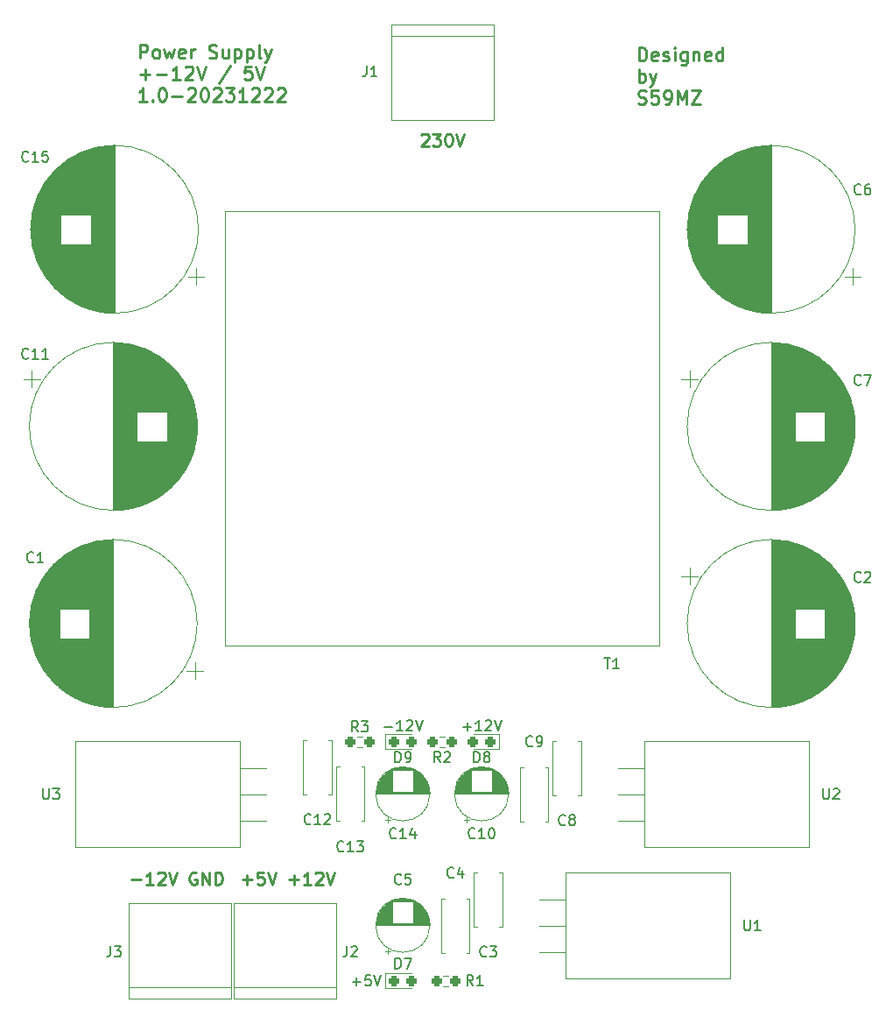
<source format=gto>
G04 #@! TF.GenerationSoftware,KiCad,Pcbnew,7.0.9-7.0.9~ubuntu20.04.1*
G04 #@! TF.CreationDate,2023-12-22T19:52:22+01:00*
G04 #@! TF.ProjectId,kicad-trans_pwr,6b696361-642d-4747-9261-6e735f707772,1.0*
G04 #@! TF.SameCoordinates,Original*
G04 #@! TF.FileFunction,Legend,Top*
G04 #@! TF.FilePolarity,Positive*
%FSLAX46Y46*%
G04 Gerber Fmt 4.6, Leading zero omitted, Abs format (unit mm)*
G04 Created by KiCad (PCBNEW 7.0.9-7.0.9~ubuntu20.04.1) date 2023-12-22 19:52:22*
%MOMM*%
%LPD*%
G01*
G04 APERTURE LIST*
G04 Aperture macros list*
%AMRoundRect*
0 Rectangle with rounded corners*
0 $1 Rounding radius*
0 $2 $3 $4 $5 $6 $7 $8 $9 X,Y pos of 4 corners*
0 Add a 4 corners polygon primitive as box body*
4,1,4,$2,$3,$4,$5,$6,$7,$8,$9,$2,$3,0*
0 Add four circle primitives for the rounded corners*
1,1,$1+$1,$2,$3*
1,1,$1+$1,$4,$5*
1,1,$1+$1,$6,$7*
1,1,$1+$1,$8,$9*
0 Add four rect primitives between the rounded corners*
20,1,$1+$1,$2,$3,$4,$5,0*
20,1,$1+$1,$4,$5,$6,$7,0*
20,1,$1+$1,$6,$7,$8,$9,0*
20,1,$1+$1,$8,$9,$2,$3,0*%
G04 Aperture macros list end*
%ADD10C,0.150000*%
%ADD11C,0.250000*%
%ADD12C,0.120000*%
%ADD13C,6.400000*%
%ADD14C,1.600000*%
%ADD15R,2.400000X2.400000*%
%ADD16C,2.400000*%
%ADD17RoundRect,0.237500X-0.250000X-0.237500X0.250000X-0.237500X0.250000X0.237500X-0.250000X0.237500X0*%
%ADD18R,2.000000X1.905000*%
%ADD19C,4.900000*%
%ADD20O,2.000000X1.905000*%
%ADD21RoundRect,0.237500X0.287500X0.237500X-0.287500X0.237500X-0.287500X-0.237500X0.287500X-0.237500X0*%
%ADD22R,3.000000X3.000000*%
%ADD23C,3.000000*%
%ADD24RoundRect,0.237500X0.250000X0.237500X-0.250000X0.237500X-0.250000X-0.237500X0.250000X-0.237500X0*%
%ADD25RoundRect,0.237500X-0.287500X-0.237500X0.287500X-0.237500X0.287500X0.237500X-0.287500X0.237500X0*%
%ADD26R,1.600000X1.600000*%
%ADD27O,3.500000X3.500000*%
%ADD28C,3.200000*%
G04 APERTURE END LIST*
D10*
X116348095Y-97609866D02*
X117110000Y-97609866D01*
X116729047Y-97990819D02*
X116729047Y-97228914D01*
X118109999Y-97990819D02*
X117538571Y-97990819D01*
X117824285Y-97990819D02*
X117824285Y-96990819D01*
X117824285Y-96990819D02*
X117729047Y-97133676D01*
X117729047Y-97133676D02*
X117633809Y-97228914D01*
X117633809Y-97228914D02*
X117538571Y-97276533D01*
X118490952Y-97086057D02*
X118538571Y-97038438D01*
X118538571Y-97038438D02*
X118633809Y-96990819D01*
X118633809Y-96990819D02*
X118871904Y-96990819D01*
X118871904Y-96990819D02*
X118967142Y-97038438D01*
X118967142Y-97038438D02*
X119014761Y-97086057D01*
X119014761Y-97086057D02*
X119062380Y-97181295D01*
X119062380Y-97181295D02*
X119062380Y-97276533D01*
X119062380Y-97276533D02*
X119014761Y-97419390D01*
X119014761Y-97419390D02*
X118443333Y-97990819D01*
X118443333Y-97990819D02*
X119062380Y-97990819D01*
X119348095Y-96990819D02*
X119681428Y-97990819D01*
X119681428Y-97990819D02*
X120014761Y-96990819D01*
X105648286Y-122247866D02*
X106410191Y-122247866D01*
X106029238Y-122628819D02*
X106029238Y-121866914D01*
X107362571Y-121628819D02*
X106886381Y-121628819D01*
X106886381Y-121628819D02*
X106838762Y-122105009D01*
X106838762Y-122105009D02*
X106886381Y-122057390D01*
X106886381Y-122057390D02*
X106981619Y-122009771D01*
X106981619Y-122009771D02*
X107219714Y-122009771D01*
X107219714Y-122009771D02*
X107314952Y-122057390D01*
X107314952Y-122057390D02*
X107362571Y-122105009D01*
X107362571Y-122105009D02*
X107410190Y-122200247D01*
X107410190Y-122200247D02*
X107410190Y-122438342D01*
X107410190Y-122438342D02*
X107362571Y-122533580D01*
X107362571Y-122533580D02*
X107314952Y-122581200D01*
X107314952Y-122581200D02*
X107219714Y-122628819D01*
X107219714Y-122628819D02*
X106981619Y-122628819D01*
X106981619Y-122628819D02*
X106886381Y-122581200D01*
X106886381Y-122581200D02*
X106838762Y-122533580D01*
X107695905Y-121628819D02*
X108029238Y-122628819D01*
X108029238Y-122628819D02*
X108362571Y-121628819D01*
D11*
X90525714Y-111727285D02*
X90411429Y-111670142D01*
X90411429Y-111670142D02*
X90240000Y-111670142D01*
X90240000Y-111670142D02*
X90068571Y-111727285D01*
X90068571Y-111727285D02*
X89954286Y-111841571D01*
X89954286Y-111841571D02*
X89897143Y-111955857D01*
X89897143Y-111955857D02*
X89840000Y-112184428D01*
X89840000Y-112184428D02*
X89840000Y-112355857D01*
X89840000Y-112355857D02*
X89897143Y-112584428D01*
X89897143Y-112584428D02*
X89954286Y-112698714D01*
X89954286Y-112698714D02*
X90068571Y-112813000D01*
X90068571Y-112813000D02*
X90240000Y-112870142D01*
X90240000Y-112870142D02*
X90354286Y-112870142D01*
X90354286Y-112870142D02*
X90525714Y-112813000D01*
X90525714Y-112813000D02*
X90582857Y-112755857D01*
X90582857Y-112755857D02*
X90582857Y-112355857D01*
X90582857Y-112355857D02*
X90354286Y-112355857D01*
X91097143Y-112870142D02*
X91097143Y-111670142D01*
X91097143Y-111670142D02*
X91782857Y-112870142D01*
X91782857Y-112870142D02*
X91782857Y-111670142D01*
X92354286Y-112870142D02*
X92354286Y-111670142D01*
X92354286Y-111670142D02*
X92640000Y-111670142D01*
X92640000Y-111670142D02*
X92811429Y-111727285D01*
X92811429Y-111727285D02*
X92925714Y-111841571D01*
X92925714Y-111841571D02*
X92982857Y-111955857D01*
X92982857Y-111955857D02*
X93040000Y-112184428D01*
X93040000Y-112184428D02*
X93040000Y-112355857D01*
X93040000Y-112355857D02*
X92982857Y-112584428D01*
X92982857Y-112584428D02*
X92925714Y-112698714D01*
X92925714Y-112698714D02*
X92811429Y-112813000D01*
X92811429Y-112813000D02*
X92640000Y-112870142D01*
X92640000Y-112870142D02*
X92354286Y-112870142D01*
D10*
X108728095Y-97609866D02*
X109490000Y-97609866D01*
X110489999Y-97990819D02*
X109918571Y-97990819D01*
X110204285Y-97990819D02*
X110204285Y-96990819D01*
X110204285Y-96990819D02*
X110109047Y-97133676D01*
X110109047Y-97133676D02*
X110013809Y-97228914D01*
X110013809Y-97228914D02*
X109918571Y-97276533D01*
X110870952Y-97086057D02*
X110918571Y-97038438D01*
X110918571Y-97038438D02*
X111013809Y-96990819D01*
X111013809Y-96990819D02*
X111251904Y-96990819D01*
X111251904Y-96990819D02*
X111347142Y-97038438D01*
X111347142Y-97038438D02*
X111394761Y-97086057D01*
X111394761Y-97086057D02*
X111442380Y-97181295D01*
X111442380Y-97181295D02*
X111442380Y-97276533D01*
X111442380Y-97276533D02*
X111394761Y-97419390D01*
X111394761Y-97419390D02*
X110823333Y-97990819D01*
X110823333Y-97990819D02*
X111442380Y-97990819D01*
X111728095Y-96990819D02*
X112061428Y-97990819D01*
X112061428Y-97990819D02*
X112394761Y-96990819D01*
D11*
X84245715Y-112413000D02*
X85160001Y-112413000D01*
X86360000Y-112870142D02*
X85674286Y-112870142D01*
X86017143Y-112870142D02*
X86017143Y-111670142D01*
X86017143Y-111670142D02*
X85902857Y-111841571D01*
X85902857Y-111841571D02*
X85788572Y-111955857D01*
X85788572Y-111955857D02*
X85674286Y-112013000D01*
X86817143Y-111784428D02*
X86874286Y-111727285D01*
X86874286Y-111727285D02*
X86988572Y-111670142D01*
X86988572Y-111670142D02*
X87274286Y-111670142D01*
X87274286Y-111670142D02*
X87388572Y-111727285D01*
X87388572Y-111727285D02*
X87445714Y-111784428D01*
X87445714Y-111784428D02*
X87502857Y-111898714D01*
X87502857Y-111898714D02*
X87502857Y-112013000D01*
X87502857Y-112013000D02*
X87445714Y-112184428D01*
X87445714Y-112184428D02*
X86760000Y-112870142D01*
X86760000Y-112870142D02*
X87502857Y-112870142D01*
X87845714Y-111670142D02*
X88245714Y-112870142D01*
X88245714Y-112870142D02*
X88645714Y-111670142D01*
X85055996Y-32979904D02*
X85055996Y-31679904D01*
X85055996Y-31679904D02*
X85551234Y-31679904D01*
X85551234Y-31679904D02*
X85675044Y-31741809D01*
X85675044Y-31741809D02*
X85736949Y-31803714D01*
X85736949Y-31803714D02*
X85798853Y-31927523D01*
X85798853Y-31927523D02*
X85798853Y-32113238D01*
X85798853Y-32113238D02*
X85736949Y-32237047D01*
X85736949Y-32237047D02*
X85675044Y-32298952D01*
X85675044Y-32298952D02*
X85551234Y-32360857D01*
X85551234Y-32360857D02*
X85055996Y-32360857D01*
X86541711Y-32979904D02*
X86417901Y-32918000D01*
X86417901Y-32918000D02*
X86355996Y-32856095D01*
X86355996Y-32856095D02*
X86294092Y-32732285D01*
X86294092Y-32732285D02*
X86294092Y-32360857D01*
X86294092Y-32360857D02*
X86355996Y-32237047D01*
X86355996Y-32237047D02*
X86417901Y-32175142D01*
X86417901Y-32175142D02*
X86541711Y-32113238D01*
X86541711Y-32113238D02*
X86727425Y-32113238D01*
X86727425Y-32113238D02*
X86851234Y-32175142D01*
X86851234Y-32175142D02*
X86913139Y-32237047D01*
X86913139Y-32237047D02*
X86975044Y-32360857D01*
X86975044Y-32360857D02*
X86975044Y-32732285D01*
X86975044Y-32732285D02*
X86913139Y-32856095D01*
X86913139Y-32856095D02*
X86851234Y-32918000D01*
X86851234Y-32918000D02*
X86727425Y-32979904D01*
X86727425Y-32979904D02*
X86541711Y-32979904D01*
X87408377Y-32113238D02*
X87655996Y-32979904D01*
X87655996Y-32979904D02*
X87903615Y-32360857D01*
X87903615Y-32360857D02*
X88151234Y-32979904D01*
X88151234Y-32979904D02*
X88398853Y-32113238D01*
X89389329Y-32918000D02*
X89265520Y-32979904D01*
X89265520Y-32979904D02*
X89017901Y-32979904D01*
X89017901Y-32979904D02*
X88894091Y-32918000D01*
X88894091Y-32918000D02*
X88832187Y-32794190D01*
X88832187Y-32794190D02*
X88832187Y-32298952D01*
X88832187Y-32298952D02*
X88894091Y-32175142D01*
X88894091Y-32175142D02*
X89017901Y-32113238D01*
X89017901Y-32113238D02*
X89265520Y-32113238D01*
X89265520Y-32113238D02*
X89389329Y-32175142D01*
X89389329Y-32175142D02*
X89451234Y-32298952D01*
X89451234Y-32298952D02*
X89451234Y-32422761D01*
X89451234Y-32422761D02*
X88832187Y-32546571D01*
X90008377Y-32979904D02*
X90008377Y-32113238D01*
X90008377Y-32360857D02*
X90070282Y-32237047D01*
X90070282Y-32237047D02*
X90132187Y-32175142D01*
X90132187Y-32175142D02*
X90255996Y-32113238D01*
X90255996Y-32113238D02*
X90379806Y-32113238D01*
X91741711Y-32918000D02*
X91927425Y-32979904D01*
X91927425Y-32979904D02*
X92236949Y-32979904D01*
X92236949Y-32979904D02*
X92360758Y-32918000D01*
X92360758Y-32918000D02*
X92422663Y-32856095D01*
X92422663Y-32856095D02*
X92484568Y-32732285D01*
X92484568Y-32732285D02*
X92484568Y-32608476D01*
X92484568Y-32608476D02*
X92422663Y-32484666D01*
X92422663Y-32484666D02*
X92360758Y-32422761D01*
X92360758Y-32422761D02*
X92236949Y-32360857D01*
X92236949Y-32360857D02*
X91989330Y-32298952D01*
X91989330Y-32298952D02*
X91865520Y-32237047D01*
X91865520Y-32237047D02*
X91803615Y-32175142D01*
X91803615Y-32175142D02*
X91741711Y-32051333D01*
X91741711Y-32051333D02*
X91741711Y-31927523D01*
X91741711Y-31927523D02*
X91803615Y-31803714D01*
X91803615Y-31803714D02*
X91865520Y-31741809D01*
X91865520Y-31741809D02*
X91989330Y-31679904D01*
X91989330Y-31679904D02*
X92298853Y-31679904D01*
X92298853Y-31679904D02*
X92484568Y-31741809D01*
X93598853Y-32113238D02*
X93598853Y-32979904D01*
X93041710Y-32113238D02*
X93041710Y-32794190D01*
X93041710Y-32794190D02*
X93103615Y-32918000D01*
X93103615Y-32918000D02*
X93227425Y-32979904D01*
X93227425Y-32979904D02*
X93413139Y-32979904D01*
X93413139Y-32979904D02*
X93536948Y-32918000D01*
X93536948Y-32918000D02*
X93598853Y-32856095D01*
X94217900Y-32113238D02*
X94217900Y-33413238D01*
X94217900Y-32175142D02*
X94341710Y-32113238D01*
X94341710Y-32113238D02*
X94589329Y-32113238D01*
X94589329Y-32113238D02*
X94713138Y-32175142D01*
X94713138Y-32175142D02*
X94775043Y-32237047D01*
X94775043Y-32237047D02*
X94836948Y-32360857D01*
X94836948Y-32360857D02*
X94836948Y-32732285D01*
X94836948Y-32732285D02*
X94775043Y-32856095D01*
X94775043Y-32856095D02*
X94713138Y-32918000D01*
X94713138Y-32918000D02*
X94589329Y-32979904D01*
X94589329Y-32979904D02*
X94341710Y-32979904D01*
X94341710Y-32979904D02*
X94217900Y-32918000D01*
X95394090Y-32113238D02*
X95394090Y-33413238D01*
X95394090Y-32175142D02*
X95517900Y-32113238D01*
X95517900Y-32113238D02*
X95765519Y-32113238D01*
X95765519Y-32113238D02*
X95889328Y-32175142D01*
X95889328Y-32175142D02*
X95951233Y-32237047D01*
X95951233Y-32237047D02*
X96013138Y-32360857D01*
X96013138Y-32360857D02*
X96013138Y-32732285D01*
X96013138Y-32732285D02*
X95951233Y-32856095D01*
X95951233Y-32856095D02*
X95889328Y-32918000D01*
X95889328Y-32918000D02*
X95765519Y-32979904D01*
X95765519Y-32979904D02*
X95517900Y-32979904D01*
X95517900Y-32979904D02*
X95394090Y-32918000D01*
X96755995Y-32979904D02*
X96632185Y-32918000D01*
X96632185Y-32918000D02*
X96570280Y-32794190D01*
X96570280Y-32794190D02*
X96570280Y-31679904D01*
X97127423Y-32113238D02*
X97436947Y-32979904D01*
X97746470Y-32113238D02*
X97436947Y-32979904D01*
X97436947Y-32979904D02*
X97313137Y-33289428D01*
X97313137Y-33289428D02*
X97251232Y-33351333D01*
X97251232Y-33351333D02*
X97127423Y-33413238D01*
X85055996Y-34577666D02*
X86046473Y-34577666D01*
X85551234Y-35072904D02*
X85551234Y-34082428D01*
X86665520Y-34577666D02*
X87655997Y-34577666D01*
X88955997Y-35072904D02*
X88213140Y-35072904D01*
X88584568Y-35072904D02*
X88584568Y-33772904D01*
X88584568Y-33772904D02*
X88460759Y-33958619D01*
X88460759Y-33958619D02*
X88336949Y-34082428D01*
X88336949Y-34082428D02*
X88213140Y-34144333D01*
X89451235Y-33896714D02*
X89513139Y-33834809D01*
X89513139Y-33834809D02*
X89636949Y-33772904D01*
X89636949Y-33772904D02*
X89946473Y-33772904D01*
X89946473Y-33772904D02*
X90070282Y-33834809D01*
X90070282Y-33834809D02*
X90132187Y-33896714D01*
X90132187Y-33896714D02*
X90194092Y-34020523D01*
X90194092Y-34020523D02*
X90194092Y-34144333D01*
X90194092Y-34144333D02*
X90132187Y-34330047D01*
X90132187Y-34330047D02*
X89389330Y-35072904D01*
X89389330Y-35072904D02*
X90194092Y-35072904D01*
X90565520Y-33772904D02*
X90998853Y-35072904D01*
X90998853Y-35072904D02*
X91432187Y-33772904D01*
X93784568Y-33711000D02*
X92670282Y-35382428D01*
X95827425Y-33772904D02*
X95208377Y-33772904D01*
X95208377Y-33772904D02*
X95146473Y-34391952D01*
X95146473Y-34391952D02*
X95208377Y-34330047D01*
X95208377Y-34330047D02*
X95332187Y-34268142D01*
X95332187Y-34268142D02*
X95641711Y-34268142D01*
X95641711Y-34268142D02*
X95765520Y-34330047D01*
X95765520Y-34330047D02*
X95827425Y-34391952D01*
X95827425Y-34391952D02*
X95889330Y-34515761D01*
X95889330Y-34515761D02*
X95889330Y-34825285D01*
X95889330Y-34825285D02*
X95827425Y-34949095D01*
X95827425Y-34949095D02*
X95765520Y-35011000D01*
X95765520Y-35011000D02*
X95641711Y-35072904D01*
X95641711Y-35072904D02*
X95332187Y-35072904D01*
X95332187Y-35072904D02*
X95208377Y-35011000D01*
X95208377Y-35011000D02*
X95146473Y-34949095D01*
X96260758Y-33772904D02*
X96694091Y-35072904D01*
X96694091Y-35072904D02*
X97127425Y-33772904D01*
X85736949Y-37165904D02*
X84994092Y-37165904D01*
X85365520Y-37165904D02*
X85365520Y-35865904D01*
X85365520Y-35865904D02*
X85241711Y-36051619D01*
X85241711Y-36051619D02*
X85117901Y-36175428D01*
X85117901Y-36175428D02*
X84994092Y-36237333D01*
X86294091Y-37042095D02*
X86355996Y-37104000D01*
X86355996Y-37104000D02*
X86294091Y-37165904D01*
X86294091Y-37165904D02*
X86232187Y-37104000D01*
X86232187Y-37104000D02*
X86294091Y-37042095D01*
X86294091Y-37042095D02*
X86294091Y-37165904D01*
X87160758Y-35865904D02*
X87284568Y-35865904D01*
X87284568Y-35865904D02*
X87408377Y-35927809D01*
X87408377Y-35927809D02*
X87470282Y-35989714D01*
X87470282Y-35989714D02*
X87532187Y-36113523D01*
X87532187Y-36113523D02*
X87594092Y-36361142D01*
X87594092Y-36361142D02*
X87594092Y-36670666D01*
X87594092Y-36670666D02*
X87532187Y-36918285D01*
X87532187Y-36918285D02*
X87470282Y-37042095D01*
X87470282Y-37042095D02*
X87408377Y-37104000D01*
X87408377Y-37104000D02*
X87284568Y-37165904D01*
X87284568Y-37165904D02*
X87160758Y-37165904D01*
X87160758Y-37165904D02*
X87036949Y-37104000D01*
X87036949Y-37104000D02*
X86975044Y-37042095D01*
X86975044Y-37042095D02*
X86913139Y-36918285D01*
X86913139Y-36918285D02*
X86851235Y-36670666D01*
X86851235Y-36670666D02*
X86851235Y-36361142D01*
X86851235Y-36361142D02*
X86913139Y-36113523D01*
X86913139Y-36113523D02*
X86975044Y-35989714D01*
X86975044Y-35989714D02*
X87036949Y-35927809D01*
X87036949Y-35927809D02*
X87160758Y-35865904D01*
X88151234Y-36670666D02*
X89141711Y-36670666D01*
X89698854Y-35989714D02*
X89760758Y-35927809D01*
X89760758Y-35927809D02*
X89884568Y-35865904D01*
X89884568Y-35865904D02*
X90194092Y-35865904D01*
X90194092Y-35865904D02*
X90317901Y-35927809D01*
X90317901Y-35927809D02*
X90379806Y-35989714D01*
X90379806Y-35989714D02*
X90441711Y-36113523D01*
X90441711Y-36113523D02*
X90441711Y-36237333D01*
X90441711Y-36237333D02*
X90379806Y-36423047D01*
X90379806Y-36423047D02*
X89636949Y-37165904D01*
X89636949Y-37165904D02*
X90441711Y-37165904D01*
X91246472Y-35865904D02*
X91370282Y-35865904D01*
X91370282Y-35865904D02*
X91494091Y-35927809D01*
X91494091Y-35927809D02*
X91555996Y-35989714D01*
X91555996Y-35989714D02*
X91617901Y-36113523D01*
X91617901Y-36113523D02*
X91679806Y-36361142D01*
X91679806Y-36361142D02*
X91679806Y-36670666D01*
X91679806Y-36670666D02*
X91617901Y-36918285D01*
X91617901Y-36918285D02*
X91555996Y-37042095D01*
X91555996Y-37042095D02*
X91494091Y-37104000D01*
X91494091Y-37104000D02*
X91370282Y-37165904D01*
X91370282Y-37165904D02*
X91246472Y-37165904D01*
X91246472Y-37165904D02*
X91122663Y-37104000D01*
X91122663Y-37104000D02*
X91060758Y-37042095D01*
X91060758Y-37042095D02*
X90998853Y-36918285D01*
X90998853Y-36918285D02*
X90936949Y-36670666D01*
X90936949Y-36670666D02*
X90936949Y-36361142D01*
X90936949Y-36361142D02*
X90998853Y-36113523D01*
X90998853Y-36113523D02*
X91060758Y-35989714D01*
X91060758Y-35989714D02*
X91122663Y-35927809D01*
X91122663Y-35927809D02*
X91246472Y-35865904D01*
X92175044Y-35989714D02*
X92236948Y-35927809D01*
X92236948Y-35927809D02*
X92360758Y-35865904D01*
X92360758Y-35865904D02*
X92670282Y-35865904D01*
X92670282Y-35865904D02*
X92794091Y-35927809D01*
X92794091Y-35927809D02*
X92855996Y-35989714D01*
X92855996Y-35989714D02*
X92917901Y-36113523D01*
X92917901Y-36113523D02*
X92917901Y-36237333D01*
X92917901Y-36237333D02*
X92855996Y-36423047D01*
X92855996Y-36423047D02*
X92113139Y-37165904D01*
X92113139Y-37165904D02*
X92917901Y-37165904D01*
X93351234Y-35865904D02*
X94155996Y-35865904D01*
X94155996Y-35865904D02*
X93722662Y-36361142D01*
X93722662Y-36361142D02*
X93908377Y-36361142D01*
X93908377Y-36361142D02*
X94032186Y-36423047D01*
X94032186Y-36423047D02*
X94094091Y-36484952D01*
X94094091Y-36484952D02*
X94155996Y-36608761D01*
X94155996Y-36608761D02*
X94155996Y-36918285D01*
X94155996Y-36918285D02*
X94094091Y-37042095D01*
X94094091Y-37042095D02*
X94032186Y-37104000D01*
X94032186Y-37104000D02*
X93908377Y-37165904D01*
X93908377Y-37165904D02*
X93536948Y-37165904D01*
X93536948Y-37165904D02*
X93413139Y-37104000D01*
X93413139Y-37104000D02*
X93351234Y-37042095D01*
X95394091Y-37165904D02*
X94651234Y-37165904D01*
X95022662Y-37165904D02*
X95022662Y-35865904D01*
X95022662Y-35865904D02*
X94898853Y-36051619D01*
X94898853Y-36051619D02*
X94775043Y-36175428D01*
X94775043Y-36175428D02*
X94651234Y-36237333D01*
X95889329Y-35989714D02*
X95951233Y-35927809D01*
X95951233Y-35927809D02*
X96075043Y-35865904D01*
X96075043Y-35865904D02*
X96384567Y-35865904D01*
X96384567Y-35865904D02*
X96508376Y-35927809D01*
X96508376Y-35927809D02*
X96570281Y-35989714D01*
X96570281Y-35989714D02*
X96632186Y-36113523D01*
X96632186Y-36113523D02*
X96632186Y-36237333D01*
X96632186Y-36237333D02*
X96570281Y-36423047D01*
X96570281Y-36423047D02*
X95827424Y-37165904D01*
X95827424Y-37165904D02*
X96632186Y-37165904D01*
X97127424Y-35989714D02*
X97189328Y-35927809D01*
X97189328Y-35927809D02*
X97313138Y-35865904D01*
X97313138Y-35865904D02*
X97622662Y-35865904D01*
X97622662Y-35865904D02*
X97746471Y-35927809D01*
X97746471Y-35927809D02*
X97808376Y-35989714D01*
X97808376Y-35989714D02*
X97870281Y-36113523D01*
X97870281Y-36113523D02*
X97870281Y-36237333D01*
X97870281Y-36237333D02*
X97808376Y-36423047D01*
X97808376Y-36423047D02*
X97065519Y-37165904D01*
X97065519Y-37165904D02*
X97870281Y-37165904D01*
X98365519Y-35989714D02*
X98427423Y-35927809D01*
X98427423Y-35927809D02*
X98551233Y-35865904D01*
X98551233Y-35865904D02*
X98860757Y-35865904D01*
X98860757Y-35865904D02*
X98984566Y-35927809D01*
X98984566Y-35927809D02*
X99046471Y-35989714D01*
X99046471Y-35989714D02*
X99108376Y-36113523D01*
X99108376Y-36113523D02*
X99108376Y-36237333D01*
X99108376Y-36237333D02*
X99046471Y-36423047D01*
X99046471Y-36423047D02*
X98303614Y-37165904D01*
X98303614Y-37165904D02*
X99108376Y-37165904D01*
X112300000Y-40410428D02*
X112357143Y-40353285D01*
X112357143Y-40353285D02*
X112471429Y-40296142D01*
X112471429Y-40296142D02*
X112757143Y-40296142D01*
X112757143Y-40296142D02*
X112871429Y-40353285D01*
X112871429Y-40353285D02*
X112928571Y-40410428D01*
X112928571Y-40410428D02*
X112985714Y-40524714D01*
X112985714Y-40524714D02*
X112985714Y-40639000D01*
X112985714Y-40639000D02*
X112928571Y-40810428D01*
X112928571Y-40810428D02*
X112242857Y-41496142D01*
X112242857Y-41496142D02*
X112985714Y-41496142D01*
X113385714Y-40296142D02*
X114128571Y-40296142D01*
X114128571Y-40296142D02*
X113728571Y-40753285D01*
X113728571Y-40753285D02*
X113900000Y-40753285D01*
X113900000Y-40753285D02*
X114014286Y-40810428D01*
X114014286Y-40810428D02*
X114071428Y-40867571D01*
X114071428Y-40867571D02*
X114128571Y-40981857D01*
X114128571Y-40981857D02*
X114128571Y-41267571D01*
X114128571Y-41267571D02*
X114071428Y-41381857D01*
X114071428Y-41381857D02*
X114014286Y-41439000D01*
X114014286Y-41439000D02*
X113900000Y-41496142D01*
X113900000Y-41496142D02*
X113557143Y-41496142D01*
X113557143Y-41496142D02*
X113442857Y-41439000D01*
X113442857Y-41439000D02*
X113385714Y-41381857D01*
X114871428Y-40296142D02*
X114985714Y-40296142D01*
X114985714Y-40296142D02*
X115100000Y-40353285D01*
X115100000Y-40353285D02*
X115157143Y-40410428D01*
X115157143Y-40410428D02*
X115214285Y-40524714D01*
X115214285Y-40524714D02*
X115271428Y-40753285D01*
X115271428Y-40753285D02*
X115271428Y-41039000D01*
X115271428Y-41039000D02*
X115214285Y-41267571D01*
X115214285Y-41267571D02*
X115157143Y-41381857D01*
X115157143Y-41381857D02*
X115100000Y-41439000D01*
X115100000Y-41439000D02*
X114985714Y-41496142D01*
X114985714Y-41496142D02*
X114871428Y-41496142D01*
X114871428Y-41496142D02*
X114757143Y-41439000D01*
X114757143Y-41439000D02*
X114700000Y-41381857D01*
X114700000Y-41381857D02*
X114642857Y-41267571D01*
X114642857Y-41267571D02*
X114585714Y-41039000D01*
X114585714Y-41039000D02*
X114585714Y-40753285D01*
X114585714Y-40753285D02*
X114642857Y-40524714D01*
X114642857Y-40524714D02*
X114700000Y-40410428D01*
X114700000Y-40410428D02*
X114757143Y-40353285D01*
X114757143Y-40353285D02*
X114871428Y-40296142D01*
X115614285Y-40296142D02*
X116014285Y-41496142D01*
X116014285Y-41496142D02*
X116414285Y-40296142D01*
X94977143Y-112413000D02*
X95891429Y-112413000D01*
X95434286Y-112870142D02*
X95434286Y-111955857D01*
X97034285Y-111670142D02*
X96462857Y-111670142D01*
X96462857Y-111670142D02*
X96405714Y-112241571D01*
X96405714Y-112241571D02*
X96462857Y-112184428D01*
X96462857Y-112184428D02*
X96577143Y-112127285D01*
X96577143Y-112127285D02*
X96862857Y-112127285D01*
X96862857Y-112127285D02*
X96977143Y-112184428D01*
X96977143Y-112184428D02*
X97034285Y-112241571D01*
X97034285Y-112241571D02*
X97091428Y-112355857D01*
X97091428Y-112355857D02*
X97091428Y-112641571D01*
X97091428Y-112641571D02*
X97034285Y-112755857D01*
X97034285Y-112755857D02*
X96977143Y-112813000D01*
X96977143Y-112813000D02*
X96862857Y-112870142D01*
X96862857Y-112870142D02*
X96577143Y-112870142D01*
X96577143Y-112870142D02*
X96462857Y-112813000D01*
X96462857Y-112813000D02*
X96405714Y-112755857D01*
X97434285Y-111670142D02*
X97834285Y-112870142D01*
X97834285Y-112870142D02*
X98234285Y-111670142D01*
X99485715Y-112413000D02*
X100400001Y-112413000D01*
X99942858Y-112870142D02*
X99942858Y-111955857D01*
X101600000Y-112870142D02*
X100914286Y-112870142D01*
X101257143Y-112870142D02*
X101257143Y-111670142D01*
X101257143Y-111670142D02*
X101142857Y-111841571D01*
X101142857Y-111841571D02*
X101028572Y-111955857D01*
X101028572Y-111955857D02*
X100914286Y-112013000D01*
X102057143Y-111784428D02*
X102114286Y-111727285D01*
X102114286Y-111727285D02*
X102228572Y-111670142D01*
X102228572Y-111670142D02*
X102514286Y-111670142D01*
X102514286Y-111670142D02*
X102628572Y-111727285D01*
X102628572Y-111727285D02*
X102685714Y-111784428D01*
X102685714Y-111784428D02*
X102742857Y-111898714D01*
X102742857Y-111898714D02*
X102742857Y-112013000D01*
X102742857Y-112013000D02*
X102685714Y-112184428D01*
X102685714Y-112184428D02*
X102000000Y-112870142D01*
X102000000Y-112870142D02*
X102742857Y-112870142D01*
X103085714Y-111670142D02*
X103485714Y-112870142D01*
X103485714Y-112870142D02*
X103885714Y-111670142D01*
X133315996Y-33233904D02*
X133315996Y-31933904D01*
X133315996Y-31933904D02*
X133625520Y-31933904D01*
X133625520Y-31933904D02*
X133811234Y-31995809D01*
X133811234Y-31995809D02*
X133935044Y-32119619D01*
X133935044Y-32119619D02*
X133996949Y-32243428D01*
X133996949Y-32243428D02*
X134058853Y-32491047D01*
X134058853Y-32491047D02*
X134058853Y-32676761D01*
X134058853Y-32676761D02*
X133996949Y-32924380D01*
X133996949Y-32924380D02*
X133935044Y-33048190D01*
X133935044Y-33048190D02*
X133811234Y-33172000D01*
X133811234Y-33172000D02*
X133625520Y-33233904D01*
X133625520Y-33233904D02*
X133315996Y-33233904D01*
X135111234Y-33172000D02*
X134987425Y-33233904D01*
X134987425Y-33233904D02*
X134739806Y-33233904D01*
X134739806Y-33233904D02*
X134615996Y-33172000D01*
X134615996Y-33172000D02*
X134554092Y-33048190D01*
X134554092Y-33048190D02*
X134554092Y-32552952D01*
X134554092Y-32552952D02*
X134615996Y-32429142D01*
X134615996Y-32429142D02*
X134739806Y-32367238D01*
X134739806Y-32367238D02*
X134987425Y-32367238D01*
X134987425Y-32367238D02*
X135111234Y-32429142D01*
X135111234Y-32429142D02*
X135173139Y-32552952D01*
X135173139Y-32552952D02*
X135173139Y-32676761D01*
X135173139Y-32676761D02*
X134554092Y-32800571D01*
X135668378Y-33172000D02*
X135792187Y-33233904D01*
X135792187Y-33233904D02*
X136039806Y-33233904D01*
X136039806Y-33233904D02*
X136163616Y-33172000D01*
X136163616Y-33172000D02*
X136225520Y-33048190D01*
X136225520Y-33048190D02*
X136225520Y-32986285D01*
X136225520Y-32986285D02*
X136163616Y-32862476D01*
X136163616Y-32862476D02*
X136039806Y-32800571D01*
X136039806Y-32800571D02*
X135854092Y-32800571D01*
X135854092Y-32800571D02*
X135730282Y-32738666D01*
X135730282Y-32738666D02*
X135668378Y-32614857D01*
X135668378Y-32614857D02*
X135668378Y-32552952D01*
X135668378Y-32552952D02*
X135730282Y-32429142D01*
X135730282Y-32429142D02*
X135854092Y-32367238D01*
X135854092Y-32367238D02*
X136039806Y-32367238D01*
X136039806Y-32367238D02*
X136163616Y-32429142D01*
X136782663Y-33233904D02*
X136782663Y-32367238D01*
X136782663Y-31933904D02*
X136720759Y-31995809D01*
X136720759Y-31995809D02*
X136782663Y-32057714D01*
X136782663Y-32057714D02*
X136844568Y-31995809D01*
X136844568Y-31995809D02*
X136782663Y-31933904D01*
X136782663Y-31933904D02*
X136782663Y-32057714D01*
X137958854Y-32367238D02*
X137958854Y-33419619D01*
X137958854Y-33419619D02*
X137896949Y-33543428D01*
X137896949Y-33543428D02*
X137835045Y-33605333D01*
X137835045Y-33605333D02*
X137711235Y-33667238D01*
X137711235Y-33667238D02*
X137525521Y-33667238D01*
X137525521Y-33667238D02*
X137401711Y-33605333D01*
X137958854Y-33172000D02*
X137835045Y-33233904D01*
X137835045Y-33233904D02*
X137587426Y-33233904D01*
X137587426Y-33233904D02*
X137463616Y-33172000D01*
X137463616Y-33172000D02*
X137401711Y-33110095D01*
X137401711Y-33110095D02*
X137339807Y-32986285D01*
X137339807Y-32986285D02*
X137339807Y-32614857D01*
X137339807Y-32614857D02*
X137401711Y-32491047D01*
X137401711Y-32491047D02*
X137463616Y-32429142D01*
X137463616Y-32429142D02*
X137587426Y-32367238D01*
X137587426Y-32367238D02*
X137835045Y-32367238D01*
X137835045Y-32367238D02*
X137958854Y-32429142D01*
X138577901Y-32367238D02*
X138577901Y-33233904D01*
X138577901Y-32491047D02*
X138639806Y-32429142D01*
X138639806Y-32429142D02*
X138763616Y-32367238D01*
X138763616Y-32367238D02*
X138949330Y-32367238D01*
X138949330Y-32367238D02*
X139073139Y-32429142D01*
X139073139Y-32429142D02*
X139135044Y-32552952D01*
X139135044Y-32552952D02*
X139135044Y-33233904D01*
X140249329Y-33172000D02*
X140125520Y-33233904D01*
X140125520Y-33233904D02*
X139877901Y-33233904D01*
X139877901Y-33233904D02*
X139754091Y-33172000D01*
X139754091Y-33172000D02*
X139692187Y-33048190D01*
X139692187Y-33048190D02*
X139692187Y-32552952D01*
X139692187Y-32552952D02*
X139754091Y-32429142D01*
X139754091Y-32429142D02*
X139877901Y-32367238D01*
X139877901Y-32367238D02*
X140125520Y-32367238D01*
X140125520Y-32367238D02*
X140249329Y-32429142D01*
X140249329Y-32429142D02*
X140311234Y-32552952D01*
X140311234Y-32552952D02*
X140311234Y-32676761D01*
X140311234Y-32676761D02*
X139692187Y-32800571D01*
X141425520Y-33233904D02*
X141425520Y-31933904D01*
X141425520Y-33172000D02*
X141301711Y-33233904D01*
X141301711Y-33233904D02*
X141054092Y-33233904D01*
X141054092Y-33233904D02*
X140930282Y-33172000D01*
X140930282Y-33172000D02*
X140868377Y-33110095D01*
X140868377Y-33110095D02*
X140806473Y-32986285D01*
X140806473Y-32986285D02*
X140806473Y-32614857D01*
X140806473Y-32614857D02*
X140868377Y-32491047D01*
X140868377Y-32491047D02*
X140930282Y-32429142D01*
X140930282Y-32429142D02*
X141054092Y-32367238D01*
X141054092Y-32367238D02*
X141301711Y-32367238D01*
X141301711Y-32367238D02*
X141425520Y-32429142D01*
X133315996Y-35326904D02*
X133315996Y-34026904D01*
X133315996Y-34522142D02*
X133439806Y-34460238D01*
X133439806Y-34460238D02*
X133687425Y-34460238D01*
X133687425Y-34460238D02*
X133811234Y-34522142D01*
X133811234Y-34522142D02*
X133873139Y-34584047D01*
X133873139Y-34584047D02*
X133935044Y-34707857D01*
X133935044Y-34707857D02*
X133935044Y-35079285D01*
X133935044Y-35079285D02*
X133873139Y-35203095D01*
X133873139Y-35203095D02*
X133811234Y-35265000D01*
X133811234Y-35265000D02*
X133687425Y-35326904D01*
X133687425Y-35326904D02*
X133439806Y-35326904D01*
X133439806Y-35326904D02*
X133315996Y-35265000D01*
X134368377Y-34460238D02*
X134677901Y-35326904D01*
X134987424Y-34460238D02*
X134677901Y-35326904D01*
X134677901Y-35326904D02*
X134554091Y-35636428D01*
X134554091Y-35636428D02*
X134492186Y-35698333D01*
X134492186Y-35698333D02*
X134368377Y-35760238D01*
X133254092Y-37358000D02*
X133439806Y-37419904D01*
X133439806Y-37419904D02*
X133749330Y-37419904D01*
X133749330Y-37419904D02*
X133873139Y-37358000D01*
X133873139Y-37358000D02*
X133935044Y-37296095D01*
X133935044Y-37296095D02*
X133996949Y-37172285D01*
X133996949Y-37172285D02*
X133996949Y-37048476D01*
X133996949Y-37048476D02*
X133935044Y-36924666D01*
X133935044Y-36924666D02*
X133873139Y-36862761D01*
X133873139Y-36862761D02*
X133749330Y-36800857D01*
X133749330Y-36800857D02*
X133501711Y-36738952D01*
X133501711Y-36738952D02*
X133377901Y-36677047D01*
X133377901Y-36677047D02*
X133315996Y-36615142D01*
X133315996Y-36615142D02*
X133254092Y-36491333D01*
X133254092Y-36491333D02*
X133254092Y-36367523D01*
X133254092Y-36367523D02*
X133315996Y-36243714D01*
X133315996Y-36243714D02*
X133377901Y-36181809D01*
X133377901Y-36181809D02*
X133501711Y-36119904D01*
X133501711Y-36119904D02*
X133811234Y-36119904D01*
X133811234Y-36119904D02*
X133996949Y-36181809D01*
X135173139Y-36119904D02*
X134554091Y-36119904D01*
X134554091Y-36119904D02*
X134492187Y-36738952D01*
X134492187Y-36738952D02*
X134554091Y-36677047D01*
X134554091Y-36677047D02*
X134677901Y-36615142D01*
X134677901Y-36615142D02*
X134987425Y-36615142D01*
X134987425Y-36615142D02*
X135111234Y-36677047D01*
X135111234Y-36677047D02*
X135173139Y-36738952D01*
X135173139Y-36738952D02*
X135235044Y-36862761D01*
X135235044Y-36862761D02*
X135235044Y-37172285D01*
X135235044Y-37172285D02*
X135173139Y-37296095D01*
X135173139Y-37296095D02*
X135111234Y-37358000D01*
X135111234Y-37358000D02*
X134987425Y-37419904D01*
X134987425Y-37419904D02*
X134677901Y-37419904D01*
X134677901Y-37419904D02*
X134554091Y-37358000D01*
X134554091Y-37358000D02*
X134492187Y-37296095D01*
X135854091Y-37419904D02*
X136101710Y-37419904D01*
X136101710Y-37419904D02*
X136225520Y-37358000D01*
X136225520Y-37358000D02*
X136287424Y-37296095D01*
X136287424Y-37296095D02*
X136411234Y-37110380D01*
X136411234Y-37110380D02*
X136473139Y-36862761D01*
X136473139Y-36862761D02*
X136473139Y-36367523D01*
X136473139Y-36367523D02*
X136411234Y-36243714D01*
X136411234Y-36243714D02*
X136349329Y-36181809D01*
X136349329Y-36181809D02*
X136225520Y-36119904D01*
X136225520Y-36119904D02*
X135977901Y-36119904D01*
X135977901Y-36119904D02*
X135854091Y-36181809D01*
X135854091Y-36181809D02*
X135792186Y-36243714D01*
X135792186Y-36243714D02*
X135730282Y-36367523D01*
X135730282Y-36367523D02*
X135730282Y-36677047D01*
X135730282Y-36677047D02*
X135792186Y-36800857D01*
X135792186Y-36800857D02*
X135854091Y-36862761D01*
X135854091Y-36862761D02*
X135977901Y-36924666D01*
X135977901Y-36924666D02*
X136225520Y-36924666D01*
X136225520Y-36924666D02*
X136349329Y-36862761D01*
X136349329Y-36862761D02*
X136411234Y-36800857D01*
X136411234Y-36800857D02*
X136473139Y-36677047D01*
X137030281Y-37419904D02*
X137030281Y-36119904D01*
X137030281Y-36119904D02*
X137463615Y-37048476D01*
X137463615Y-37048476D02*
X137896948Y-36119904D01*
X137896948Y-36119904D02*
X137896948Y-37419904D01*
X138392186Y-36119904D02*
X139258852Y-36119904D01*
X139258852Y-36119904D02*
X138392186Y-37419904D01*
X138392186Y-37419904D02*
X139258852Y-37419904D01*
D10*
X101592142Y-106959580D02*
X101544523Y-107007200D01*
X101544523Y-107007200D02*
X101401666Y-107054819D01*
X101401666Y-107054819D02*
X101306428Y-107054819D01*
X101306428Y-107054819D02*
X101163571Y-107007200D01*
X101163571Y-107007200D02*
X101068333Y-106911961D01*
X101068333Y-106911961D02*
X101020714Y-106816723D01*
X101020714Y-106816723D02*
X100973095Y-106626247D01*
X100973095Y-106626247D02*
X100973095Y-106483390D01*
X100973095Y-106483390D02*
X101020714Y-106292914D01*
X101020714Y-106292914D02*
X101068333Y-106197676D01*
X101068333Y-106197676D02*
X101163571Y-106102438D01*
X101163571Y-106102438D02*
X101306428Y-106054819D01*
X101306428Y-106054819D02*
X101401666Y-106054819D01*
X101401666Y-106054819D02*
X101544523Y-106102438D01*
X101544523Y-106102438D02*
X101592142Y-106150057D01*
X102544523Y-107054819D02*
X101973095Y-107054819D01*
X102258809Y-107054819D02*
X102258809Y-106054819D01*
X102258809Y-106054819D02*
X102163571Y-106197676D01*
X102163571Y-106197676D02*
X102068333Y-106292914D01*
X102068333Y-106292914D02*
X101973095Y-106340533D01*
X102925476Y-106150057D02*
X102973095Y-106102438D01*
X102973095Y-106102438D02*
X103068333Y-106054819D01*
X103068333Y-106054819D02*
X103306428Y-106054819D01*
X103306428Y-106054819D02*
X103401666Y-106102438D01*
X103401666Y-106102438D02*
X103449285Y-106150057D01*
X103449285Y-106150057D02*
X103496904Y-106245295D01*
X103496904Y-106245295D02*
X103496904Y-106340533D01*
X103496904Y-106340533D02*
X103449285Y-106483390D01*
X103449285Y-106483390D02*
X102877857Y-107054819D01*
X102877857Y-107054819D02*
X103496904Y-107054819D01*
X118578333Y-119739580D02*
X118530714Y-119787200D01*
X118530714Y-119787200D02*
X118387857Y-119834819D01*
X118387857Y-119834819D02*
X118292619Y-119834819D01*
X118292619Y-119834819D02*
X118149762Y-119787200D01*
X118149762Y-119787200D02*
X118054524Y-119691961D01*
X118054524Y-119691961D02*
X118006905Y-119596723D01*
X118006905Y-119596723D02*
X117959286Y-119406247D01*
X117959286Y-119406247D02*
X117959286Y-119263390D01*
X117959286Y-119263390D02*
X118006905Y-119072914D01*
X118006905Y-119072914D02*
X118054524Y-118977676D01*
X118054524Y-118977676D02*
X118149762Y-118882438D01*
X118149762Y-118882438D02*
X118292619Y-118834819D01*
X118292619Y-118834819D02*
X118387857Y-118834819D01*
X118387857Y-118834819D02*
X118530714Y-118882438D01*
X118530714Y-118882438D02*
X118578333Y-118930057D01*
X118911667Y-118834819D02*
X119530714Y-118834819D01*
X119530714Y-118834819D02*
X119197381Y-119215771D01*
X119197381Y-119215771D02*
X119340238Y-119215771D01*
X119340238Y-119215771D02*
X119435476Y-119263390D01*
X119435476Y-119263390D02*
X119483095Y-119311009D01*
X119483095Y-119311009D02*
X119530714Y-119406247D01*
X119530714Y-119406247D02*
X119530714Y-119644342D01*
X119530714Y-119644342D02*
X119483095Y-119739580D01*
X119483095Y-119739580D02*
X119435476Y-119787200D01*
X119435476Y-119787200D02*
X119340238Y-119834819D01*
X119340238Y-119834819D02*
X119054524Y-119834819D01*
X119054524Y-119834819D02*
X118959286Y-119787200D01*
X118959286Y-119787200D02*
X118911667Y-119739580D01*
X123023333Y-99419580D02*
X122975714Y-99467200D01*
X122975714Y-99467200D02*
X122832857Y-99514819D01*
X122832857Y-99514819D02*
X122737619Y-99514819D01*
X122737619Y-99514819D02*
X122594762Y-99467200D01*
X122594762Y-99467200D02*
X122499524Y-99371961D01*
X122499524Y-99371961D02*
X122451905Y-99276723D01*
X122451905Y-99276723D02*
X122404286Y-99086247D01*
X122404286Y-99086247D02*
X122404286Y-98943390D01*
X122404286Y-98943390D02*
X122451905Y-98752914D01*
X122451905Y-98752914D02*
X122499524Y-98657676D01*
X122499524Y-98657676D02*
X122594762Y-98562438D01*
X122594762Y-98562438D02*
X122737619Y-98514819D01*
X122737619Y-98514819D02*
X122832857Y-98514819D01*
X122832857Y-98514819D02*
X122975714Y-98562438D01*
X122975714Y-98562438D02*
X123023333Y-98610057D01*
X123499524Y-99514819D02*
X123690000Y-99514819D01*
X123690000Y-99514819D02*
X123785238Y-99467200D01*
X123785238Y-99467200D02*
X123832857Y-99419580D01*
X123832857Y-99419580D02*
X123928095Y-99276723D01*
X123928095Y-99276723D02*
X123975714Y-99086247D01*
X123975714Y-99086247D02*
X123975714Y-98705295D01*
X123975714Y-98705295D02*
X123928095Y-98610057D01*
X123928095Y-98610057D02*
X123880476Y-98562438D01*
X123880476Y-98562438D02*
X123785238Y-98514819D01*
X123785238Y-98514819D02*
X123594762Y-98514819D01*
X123594762Y-98514819D02*
X123499524Y-98562438D01*
X123499524Y-98562438D02*
X123451905Y-98610057D01*
X123451905Y-98610057D02*
X123404286Y-98705295D01*
X123404286Y-98705295D02*
X123404286Y-98943390D01*
X123404286Y-98943390D02*
X123451905Y-99038628D01*
X123451905Y-99038628D02*
X123499524Y-99086247D01*
X123499524Y-99086247D02*
X123594762Y-99133866D01*
X123594762Y-99133866D02*
X123785238Y-99133866D01*
X123785238Y-99133866D02*
X123880476Y-99086247D01*
X123880476Y-99086247D02*
X123928095Y-99038628D01*
X123928095Y-99038628D02*
X123975714Y-98943390D01*
X154773333Y-83544580D02*
X154725714Y-83592200D01*
X154725714Y-83592200D02*
X154582857Y-83639819D01*
X154582857Y-83639819D02*
X154487619Y-83639819D01*
X154487619Y-83639819D02*
X154344762Y-83592200D01*
X154344762Y-83592200D02*
X154249524Y-83496961D01*
X154249524Y-83496961D02*
X154201905Y-83401723D01*
X154201905Y-83401723D02*
X154154286Y-83211247D01*
X154154286Y-83211247D02*
X154154286Y-83068390D01*
X154154286Y-83068390D02*
X154201905Y-82877914D01*
X154201905Y-82877914D02*
X154249524Y-82782676D01*
X154249524Y-82782676D02*
X154344762Y-82687438D01*
X154344762Y-82687438D02*
X154487619Y-82639819D01*
X154487619Y-82639819D02*
X154582857Y-82639819D01*
X154582857Y-82639819D02*
X154725714Y-82687438D01*
X154725714Y-82687438D02*
X154773333Y-82735057D01*
X155154286Y-82735057D02*
X155201905Y-82687438D01*
X155201905Y-82687438D02*
X155297143Y-82639819D01*
X155297143Y-82639819D02*
X155535238Y-82639819D01*
X155535238Y-82639819D02*
X155630476Y-82687438D01*
X155630476Y-82687438D02*
X155678095Y-82735057D01*
X155678095Y-82735057D02*
X155725714Y-82830295D01*
X155725714Y-82830295D02*
X155725714Y-82925533D01*
X155725714Y-82925533D02*
X155678095Y-83068390D01*
X155678095Y-83068390D02*
X155106667Y-83639819D01*
X155106667Y-83639819D02*
X155725714Y-83639819D01*
X114133333Y-101038819D02*
X113800000Y-100562628D01*
X113561905Y-101038819D02*
X113561905Y-100038819D01*
X113561905Y-100038819D02*
X113942857Y-100038819D01*
X113942857Y-100038819D02*
X114038095Y-100086438D01*
X114038095Y-100086438D02*
X114085714Y-100134057D01*
X114085714Y-100134057D02*
X114133333Y-100229295D01*
X114133333Y-100229295D02*
X114133333Y-100372152D01*
X114133333Y-100372152D02*
X114085714Y-100467390D01*
X114085714Y-100467390D02*
X114038095Y-100515009D01*
X114038095Y-100515009D02*
X113942857Y-100562628D01*
X113942857Y-100562628D02*
X113561905Y-100562628D01*
X114514286Y-100134057D02*
X114561905Y-100086438D01*
X114561905Y-100086438D02*
X114657143Y-100038819D01*
X114657143Y-100038819D02*
X114895238Y-100038819D01*
X114895238Y-100038819D02*
X114990476Y-100086438D01*
X114990476Y-100086438D02*
X115038095Y-100134057D01*
X115038095Y-100134057D02*
X115085714Y-100229295D01*
X115085714Y-100229295D02*
X115085714Y-100324533D01*
X115085714Y-100324533D02*
X115038095Y-100467390D01*
X115038095Y-100467390D02*
X114466667Y-101038819D01*
X114466667Y-101038819D02*
X115085714Y-101038819D01*
X151130095Y-103594819D02*
X151130095Y-104404342D01*
X151130095Y-104404342D02*
X151177714Y-104499580D01*
X151177714Y-104499580D02*
X151225333Y-104547200D01*
X151225333Y-104547200D02*
X151320571Y-104594819D01*
X151320571Y-104594819D02*
X151511047Y-104594819D01*
X151511047Y-104594819D02*
X151606285Y-104547200D01*
X151606285Y-104547200D02*
X151653904Y-104499580D01*
X151653904Y-104499580D02*
X151701523Y-104404342D01*
X151701523Y-104404342D02*
X151701523Y-103594819D01*
X152130095Y-103690057D02*
X152177714Y-103642438D01*
X152177714Y-103642438D02*
X152272952Y-103594819D01*
X152272952Y-103594819D02*
X152511047Y-103594819D01*
X152511047Y-103594819D02*
X152606285Y-103642438D01*
X152606285Y-103642438D02*
X152653904Y-103690057D01*
X152653904Y-103690057D02*
X152701523Y-103785295D01*
X152701523Y-103785295D02*
X152701523Y-103880533D01*
X152701523Y-103880533D02*
X152653904Y-104023390D01*
X152653904Y-104023390D02*
X152082476Y-104594819D01*
X152082476Y-104594819D02*
X152701523Y-104594819D01*
X117371905Y-101038819D02*
X117371905Y-100038819D01*
X117371905Y-100038819D02*
X117610000Y-100038819D01*
X117610000Y-100038819D02*
X117752857Y-100086438D01*
X117752857Y-100086438D02*
X117848095Y-100181676D01*
X117848095Y-100181676D02*
X117895714Y-100276914D01*
X117895714Y-100276914D02*
X117943333Y-100467390D01*
X117943333Y-100467390D02*
X117943333Y-100610247D01*
X117943333Y-100610247D02*
X117895714Y-100800723D01*
X117895714Y-100800723D02*
X117848095Y-100895961D01*
X117848095Y-100895961D02*
X117752857Y-100991200D01*
X117752857Y-100991200D02*
X117610000Y-101038819D01*
X117610000Y-101038819D02*
X117371905Y-101038819D01*
X118514762Y-100467390D02*
X118419524Y-100419771D01*
X118419524Y-100419771D02*
X118371905Y-100372152D01*
X118371905Y-100372152D02*
X118324286Y-100276914D01*
X118324286Y-100276914D02*
X118324286Y-100229295D01*
X118324286Y-100229295D02*
X118371905Y-100134057D01*
X118371905Y-100134057D02*
X118419524Y-100086438D01*
X118419524Y-100086438D02*
X118514762Y-100038819D01*
X118514762Y-100038819D02*
X118705238Y-100038819D01*
X118705238Y-100038819D02*
X118800476Y-100086438D01*
X118800476Y-100086438D02*
X118848095Y-100134057D01*
X118848095Y-100134057D02*
X118895714Y-100229295D01*
X118895714Y-100229295D02*
X118895714Y-100276914D01*
X118895714Y-100276914D02*
X118848095Y-100372152D01*
X118848095Y-100372152D02*
X118800476Y-100419771D01*
X118800476Y-100419771D02*
X118705238Y-100467390D01*
X118705238Y-100467390D02*
X118514762Y-100467390D01*
X118514762Y-100467390D02*
X118419524Y-100515009D01*
X118419524Y-100515009D02*
X118371905Y-100562628D01*
X118371905Y-100562628D02*
X118324286Y-100657866D01*
X118324286Y-100657866D02*
X118324286Y-100848342D01*
X118324286Y-100848342D02*
X118371905Y-100943580D01*
X118371905Y-100943580D02*
X118419524Y-100991200D01*
X118419524Y-100991200D02*
X118514762Y-101038819D01*
X118514762Y-101038819D02*
X118705238Y-101038819D01*
X118705238Y-101038819D02*
X118800476Y-100991200D01*
X118800476Y-100991200D02*
X118848095Y-100943580D01*
X118848095Y-100943580D02*
X118895714Y-100848342D01*
X118895714Y-100848342D02*
X118895714Y-100657866D01*
X118895714Y-100657866D02*
X118848095Y-100562628D01*
X118848095Y-100562628D02*
X118800476Y-100515009D01*
X118800476Y-100515009D02*
X118705238Y-100467390D01*
X82216666Y-118834819D02*
X82216666Y-119549104D01*
X82216666Y-119549104D02*
X82169047Y-119691961D01*
X82169047Y-119691961D02*
X82073809Y-119787200D01*
X82073809Y-119787200D02*
X81930952Y-119834819D01*
X81930952Y-119834819D02*
X81835714Y-119834819D01*
X82597619Y-118834819D02*
X83216666Y-118834819D01*
X83216666Y-118834819D02*
X82883333Y-119215771D01*
X82883333Y-119215771D02*
X83026190Y-119215771D01*
X83026190Y-119215771D02*
X83121428Y-119263390D01*
X83121428Y-119263390D02*
X83169047Y-119311009D01*
X83169047Y-119311009D02*
X83216666Y-119406247D01*
X83216666Y-119406247D02*
X83216666Y-119644342D01*
X83216666Y-119644342D02*
X83169047Y-119739580D01*
X83169047Y-119739580D02*
X83121428Y-119787200D01*
X83121428Y-119787200D02*
X83026190Y-119834819D01*
X83026190Y-119834819D02*
X82740476Y-119834819D01*
X82740476Y-119834819D02*
X82645238Y-119787200D01*
X82645238Y-119787200D02*
X82597619Y-119739580D01*
X104767142Y-109579580D02*
X104719523Y-109627200D01*
X104719523Y-109627200D02*
X104576666Y-109674819D01*
X104576666Y-109674819D02*
X104481428Y-109674819D01*
X104481428Y-109674819D02*
X104338571Y-109627200D01*
X104338571Y-109627200D02*
X104243333Y-109531961D01*
X104243333Y-109531961D02*
X104195714Y-109436723D01*
X104195714Y-109436723D02*
X104148095Y-109246247D01*
X104148095Y-109246247D02*
X104148095Y-109103390D01*
X104148095Y-109103390D02*
X104195714Y-108912914D01*
X104195714Y-108912914D02*
X104243333Y-108817676D01*
X104243333Y-108817676D02*
X104338571Y-108722438D01*
X104338571Y-108722438D02*
X104481428Y-108674819D01*
X104481428Y-108674819D02*
X104576666Y-108674819D01*
X104576666Y-108674819D02*
X104719523Y-108722438D01*
X104719523Y-108722438D02*
X104767142Y-108770057D01*
X105719523Y-109674819D02*
X105148095Y-109674819D01*
X105433809Y-109674819D02*
X105433809Y-108674819D01*
X105433809Y-108674819D02*
X105338571Y-108817676D01*
X105338571Y-108817676D02*
X105243333Y-108912914D01*
X105243333Y-108912914D02*
X105148095Y-108960533D01*
X106052857Y-108674819D02*
X106671904Y-108674819D01*
X106671904Y-108674819D02*
X106338571Y-109055771D01*
X106338571Y-109055771D02*
X106481428Y-109055771D01*
X106481428Y-109055771D02*
X106576666Y-109103390D01*
X106576666Y-109103390D02*
X106624285Y-109151009D01*
X106624285Y-109151009D02*
X106671904Y-109246247D01*
X106671904Y-109246247D02*
X106671904Y-109484342D01*
X106671904Y-109484342D02*
X106624285Y-109579580D01*
X106624285Y-109579580D02*
X106576666Y-109627200D01*
X106576666Y-109627200D02*
X106481428Y-109674819D01*
X106481428Y-109674819D02*
X106195714Y-109674819D01*
X106195714Y-109674819D02*
X106100476Y-109627200D01*
X106100476Y-109627200D02*
X106052857Y-109579580D01*
X105076666Y-118834819D02*
X105076666Y-119549104D01*
X105076666Y-119549104D02*
X105029047Y-119691961D01*
X105029047Y-119691961D02*
X104933809Y-119787200D01*
X104933809Y-119787200D02*
X104790952Y-119834819D01*
X104790952Y-119834819D02*
X104695714Y-119834819D01*
X105505238Y-118930057D02*
X105552857Y-118882438D01*
X105552857Y-118882438D02*
X105648095Y-118834819D01*
X105648095Y-118834819D02*
X105886190Y-118834819D01*
X105886190Y-118834819D02*
X105981428Y-118882438D01*
X105981428Y-118882438D02*
X106029047Y-118930057D01*
X106029047Y-118930057D02*
X106076666Y-119025295D01*
X106076666Y-119025295D02*
X106076666Y-119120533D01*
X106076666Y-119120533D02*
X106029047Y-119263390D01*
X106029047Y-119263390D02*
X105457619Y-119834819D01*
X105457619Y-119834819D02*
X106076666Y-119834819D01*
X106981666Y-33744819D02*
X106981666Y-34459104D01*
X106981666Y-34459104D02*
X106934047Y-34601961D01*
X106934047Y-34601961D02*
X106838809Y-34697200D01*
X106838809Y-34697200D02*
X106695952Y-34744819D01*
X106695952Y-34744819D02*
X106600714Y-34744819D01*
X107981666Y-34744819D02*
X107410238Y-34744819D01*
X107695952Y-34744819D02*
X107695952Y-33744819D01*
X107695952Y-33744819D02*
X107600714Y-33887676D01*
X107600714Y-33887676D02*
X107505476Y-33982914D01*
X107505476Y-33982914D02*
X107410238Y-34030533D01*
X117284833Y-122628819D02*
X116951500Y-122152628D01*
X116713405Y-122628819D02*
X116713405Y-121628819D01*
X116713405Y-121628819D02*
X117094357Y-121628819D01*
X117094357Y-121628819D02*
X117189595Y-121676438D01*
X117189595Y-121676438D02*
X117237214Y-121724057D01*
X117237214Y-121724057D02*
X117284833Y-121819295D01*
X117284833Y-121819295D02*
X117284833Y-121962152D01*
X117284833Y-121962152D02*
X117237214Y-122057390D01*
X117237214Y-122057390D02*
X117189595Y-122105009D01*
X117189595Y-122105009D02*
X117094357Y-122152628D01*
X117094357Y-122152628D02*
X116713405Y-122152628D01*
X118237214Y-122628819D02*
X117665786Y-122628819D01*
X117951500Y-122628819D02*
X117951500Y-121628819D01*
X117951500Y-121628819D02*
X117856262Y-121771676D01*
X117856262Y-121771676D02*
X117761024Y-121866914D01*
X117761024Y-121866914D02*
X117665786Y-121914533D01*
X126198333Y-107039580D02*
X126150714Y-107087200D01*
X126150714Y-107087200D02*
X126007857Y-107134819D01*
X126007857Y-107134819D02*
X125912619Y-107134819D01*
X125912619Y-107134819D02*
X125769762Y-107087200D01*
X125769762Y-107087200D02*
X125674524Y-106991961D01*
X125674524Y-106991961D02*
X125626905Y-106896723D01*
X125626905Y-106896723D02*
X125579286Y-106706247D01*
X125579286Y-106706247D02*
X125579286Y-106563390D01*
X125579286Y-106563390D02*
X125626905Y-106372914D01*
X125626905Y-106372914D02*
X125674524Y-106277676D01*
X125674524Y-106277676D02*
X125769762Y-106182438D01*
X125769762Y-106182438D02*
X125912619Y-106134819D01*
X125912619Y-106134819D02*
X126007857Y-106134819D01*
X126007857Y-106134819D02*
X126150714Y-106182438D01*
X126150714Y-106182438D02*
X126198333Y-106230057D01*
X126769762Y-106563390D02*
X126674524Y-106515771D01*
X126674524Y-106515771D02*
X126626905Y-106468152D01*
X126626905Y-106468152D02*
X126579286Y-106372914D01*
X126579286Y-106372914D02*
X126579286Y-106325295D01*
X126579286Y-106325295D02*
X126626905Y-106230057D01*
X126626905Y-106230057D02*
X126674524Y-106182438D01*
X126674524Y-106182438D02*
X126769762Y-106134819D01*
X126769762Y-106134819D02*
X126960238Y-106134819D01*
X126960238Y-106134819D02*
X127055476Y-106182438D01*
X127055476Y-106182438D02*
X127103095Y-106230057D01*
X127103095Y-106230057D02*
X127150714Y-106325295D01*
X127150714Y-106325295D02*
X127150714Y-106372914D01*
X127150714Y-106372914D02*
X127103095Y-106468152D01*
X127103095Y-106468152D02*
X127055476Y-106515771D01*
X127055476Y-106515771D02*
X126960238Y-106563390D01*
X126960238Y-106563390D02*
X126769762Y-106563390D01*
X126769762Y-106563390D02*
X126674524Y-106611009D01*
X126674524Y-106611009D02*
X126626905Y-106658628D01*
X126626905Y-106658628D02*
X126579286Y-106753866D01*
X126579286Y-106753866D02*
X126579286Y-106944342D01*
X126579286Y-106944342D02*
X126626905Y-107039580D01*
X126626905Y-107039580D02*
X126674524Y-107087200D01*
X126674524Y-107087200D02*
X126769762Y-107134819D01*
X126769762Y-107134819D02*
X126960238Y-107134819D01*
X126960238Y-107134819D02*
X127055476Y-107087200D01*
X127055476Y-107087200D02*
X127103095Y-107039580D01*
X127103095Y-107039580D02*
X127150714Y-106944342D01*
X127150714Y-106944342D02*
X127150714Y-106753866D01*
X127150714Y-106753866D02*
X127103095Y-106658628D01*
X127103095Y-106658628D02*
X127055476Y-106611009D01*
X127055476Y-106611009D02*
X126960238Y-106563390D01*
X143510095Y-116294819D02*
X143510095Y-117104342D01*
X143510095Y-117104342D02*
X143557714Y-117199580D01*
X143557714Y-117199580D02*
X143605333Y-117247200D01*
X143605333Y-117247200D02*
X143700571Y-117294819D01*
X143700571Y-117294819D02*
X143891047Y-117294819D01*
X143891047Y-117294819D02*
X143986285Y-117247200D01*
X143986285Y-117247200D02*
X144033904Y-117199580D01*
X144033904Y-117199580D02*
X144081523Y-117104342D01*
X144081523Y-117104342D02*
X144081523Y-116294819D01*
X145081523Y-117294819D02*
X144510095Y-117294819D01*
X144795809Y-117294819D02*
X144795809Y-116294819D01*
X144795809Y-116294819D02*
X144700571Y-116437676D01*
X144700571Y-116437676D02*
X144605333Y-116532914D01*
X144605333Y-116532914D02*
X144510095Y-116580533D01*
X109751905Y-120977819D02*
X109751905Y-119977819D01*
X109751905Y-119977819D02*
X109990000Y-119977819D01*
X109990000Y-119977819D02*
X110132857Y-120025438D01*
X110132857Y-120025438D02*
X110228095Y-120120676D01*
X110228095Y-120120676D02*
X110275714Y-120215914D01*
X110275714Y-120215914D02*
X110323333Y-120406390D01*
X110323333Y-120406390D02*
X110323333Y-120549247D01*
X110323333Y-120549247D02*
X110275714Y-120739723D01*
X110275714Y-120739723D02*
X110228095Y-120834961D01*
X110228095Y-120834961D02*
X110132857Y-120930200D01*
X110132857Y-120930200D02*
X109990000Y-120977819D01*
X109990000Y-120977819D02*
X109751905Y-120977819D01*
X110656667Y-119977819D02*
X111323333Y-119977819D01*
X111323333Y-119977819D02*
X110894762Y-120977819D01*
X115403333Y-112119580D02*
X115355714Y-112167200D01*
X115355714Y-112167200D02*
X115212857Y-112214819D01*
X115212857Y-112214819D02*
X115117619Y-112214819D01*
X115117619Y-112214819D02*
X114974762Y-112167200D01*
X114974762Y-112167200D02*
X114879524Y-112071961D01*
X114879524Y-112071961D02*
X114831905Y-111976723D01*
X114831905Y-111976723D02*
X114784286Y-111786247D01*
X114784286Y-111786247D02*
X114784286Y-111643390D01*
X114784286Y-111643390D02*
X114831905Y-111452914D01*
X114831905Y-111452914D02*
X114879524Y-111357676D01*
X114879524Y-111357676D02*
X114974762Y-111262438D01*
X114974762Y-111262438D02*
X115117619Y-111214819D01*
X115117619Y-111214819D02*
X115212857Y-111214819D01*
X115212857Y-111214819D02*
X115355714Y-111262438D01*
X115355714Y-111262438D02*
X115403333Y-111310057D01*
X116260476Y-111548152D02*
X116260476Y-112214819D01*
X116022381Y-111167200D02*
X115784286Y-111881485D01*
X115784286Y-111881485D02*
X116403333Y-111881485D01*
X109847142Y-108309580D02*
X109799523Y-108357200D01*
X109799523Y-108357200D02*
X109656666Y-108404819D01*
X109656666Y-108404819D02*
X109561428Y-108404819D01*
X109561428Y-108404819D02*
X109418571Y-108357200D01*
X109418571Y-108357200D02*
X109323333Y-108261961D01*
X109323333Y-108261961D02*
X109275714Y-108166723D01*
X109275714Y-108166723D02*
X109228095Y-107976247D01*
X109228095Y-107976247D02*
X109228095Y-107833390D01*
X109228095Y-107833390D02*
X109275714Y-107642914D01*
X109275714Y-107642914D02*
X109323333Y-107547676D01*
X109323333Y-107547676D02*
X109418571Y-107452438D01*
X109418571Y-107452438D02*
X109561428Y-107404819D01*
X109561428Y-107404819D02*
X109656666Y-107404819D01*
X109656666Y-107404819D02*
X109799523Y-107452438D01*
X109799523Y-107452438D02*
X109847142Y-107500057D01*
X110799523Y-108404819D02*
X110228095Y-108404819D01*
X110513809Y-108404819D02*
X110513809Y-107404819D01*
X110513809Y-107404819D02*
X110418571Y-107547676D01*
X110418571Y-107547676D02*
X110323333Y-107642914D01*
X110323333Y-107642914D02*
X110228095Y-107690533D01*
X111656666Y-107738152D02*
X111656666Y-108404819D01*
X111418571Y-107357200D02*
X111180476Y-108071485D01*
X111180476Y-108071485D02*
X111799523Y-108071485D01*
X75692095Y-103594819D02*
X75692095Y-104404342D01*
X75692095Y-104404342D02*
X75739714Y-104499580D01*
X75739714Y-104499580D02*
X75787333Y-104547200D01*
X75787333Y-104547200D02*
X75882571Y-104594819D01*
X75882571Y-104594819D02*
X76073047Y-104594819D01*
X76073047Y-104594819D02*
X76168285Y-104547200D01*
X76168285Y-104547200D02*
X76215904Y-104499580D01*
X76215904Y-104499580D02*
X76263523Y-104404342D01*
X76263523Y-104404342D02*
X76263523Y-103594819D01*
X76644476Y-103594819D02*
X77263523Y-103594819D01*
X77263523Y-103594819D02*
X76930190Y-103975771D01*
X76930190Y-103975771D02*
X77073047Y-103975771D01*
X77073047Y-103975771D02*
X77168285Y-104023390D01*
X77168285Y-104023390D02*
X77215904Y-104071009D01*
X77215904Y-104071009D02*
X77263523Y-104166247D01*
X77263523Y-104166247D02*
X77263523Y-104404342D01*
X77263523Y-104404342D02*
X77215904Y-104499580D01*
X77215904Y-104499580D02*
X77168285Y-104547200D01*
X77168285Y-104547200D02*
X77073047Y-104594819D01*
X77073047Y-104594819D02*
X76787333Y-104594819D01*
X76787333Y-104594819D02*
X76692095Y-104547200D01*
X76692095Y-104547200D02*
X76644476Y-104499580D01*
X109751905Y-101038819D02*
X109751905Y-100038819D01*
X109751905Y-100038819D02*
X109990000Y-100038819D01*
X109990000Y-100038819D02*
X110132857Y-100086438D01*
X110132857Y-100086438D02*
X110228095Y-100181676D01*
X110228095Y-100181676D02*
X110275714Y-100276914D01*
X110275714Y-100276914D02*
X110323333Y-100467390D01*
X110323333Y-100467390D02*
X110323333Y-100610247D01*
X110323333Y-100610247D02*
X110275714Y-100800723D01*
X110275714Y-100800723D02*
X110228095Y-100895961D01*
X110228095Y-100895961D02*
X110132857Y-100991200D01*
X110132857Y-100991200D02*
X109990000Y-101038819D01*
X109990000Y-101038819D02*
X109751905Y-101038819D01*
X110799524Y-101038819D02*
X110990000Y-101038819D01*
X110990000Y-101038819D02*
X111085238Y-100991200D01*
X111085238Y-100991200D02*
X111132857Y-100943580D01*
X111132857Y-100943580D02*
X111228095Y-100800723D01*
X111228095Y-100800723D02*
X111275714Y-100610247D01*
X111275714Y-100610247D02*
X111275714Y-100229295D01*
X111275714Y-100229295D02*
X111228095Y-100134057D01*
X111228095Y-100134057D02*
X111180476Y-100086438D01*
X111180476Y-100086438D02*
X111085238Y-100038819D01*
X111085238Y-100038819D02*
X110894762Y-100038819D01*
X110894762Y-100038819D02*
X110799524Y-100086438D01*
X110799524Y-100086438D02*
X110751905Y-100134057D01*
X110751905Y-100134057D02*
X110704286Y-100229295D01*
X110704286Y-100229295D02*
X110704286Y-100467390D01*
X110704286Y-100467390D02*
X110751905Y-100562628D01*
X110751905Y-100562628D02*
X110799524Y-100610247D01*
X110799524Y-100610247D02*
X110894762Y-100657866D01*
X110894762Y-100657866D02*
X111085238Y-100657866D01*
X111085238Y-100657866D02*
X111180476Y-100610247D01*
X111180476Y-100610247D02*
X111228095Y-100562628D01*
X111228095Y-100562628D02*
X111275714Y-100467390D01*
X110323333Y-112754580D02*
X110275714Y-112802200D01*
X110275714Y-112802200D02*
X110132857Y-112849819D01*
X110132857Y-112849819D02*
X110037619Y-112849819D01*
X110037619Y-112849819D02*
X109894762Y-112802200D01*
X109894762Y-112802200D02*
X109799524Y-112706961D01*
X109799524Y-112706961D02*
X109751905Y-112611723D01*
X109751905Y-112611723D02*
X109704286Y-112421247D01*
X109704286Y-112421247D02*
X109704286Y-112278390D01*
X109704286Y-112278390D02*
X109751905Y-112087914D01*
X109751905Y-112087914D02*
X109799524Y-111992676D01*
X109799524Y-111992676D02*
X109894762Y-111897438D01*
X109894762Y-111897438D02*
X110037619Y-111849819D01*
X110037619Y-111849819D02*
X110132857Y-111849819D01*
X110132857Y-111849819D02*
X110275714Y-111897438D01*
X110275714Y-111897438D02*
X110323333Y-111945057D01*
X111228095Y-111849819D02*
X110751905Y-111849819D01*
X110751905Y-111849819D02*
X110704286Y-112326009D01*
X110704286Y-112326009D02*
X110751905Y-112278390D01*
X110751905Y-112278390D02*
X110847143Y-112230771D01*
X110847143Y-112230771D02*
X111085238Y-112230771D01*
X111085238Y-112230771D02*
X111180476Y-112278390D01*
X111180476Y-112278390D02*
X111228095Y-112326009D01*
X111228095Y-112326009D02*
X111275714Y-112421247D01*
X111275714Y-112421247D02*
X111275714Y-112659342D01*
X111275714Y-112659342D02*
X111228095Y-112754580D01*
X111228095Y-112754580D02*
X111180476Y-112802200D01*
X111180476Y-112802200D02*
X111085238Y-112849819D01*
X111085238Y-112849819D02*
X110847143Y-112849819D01*
X110847143Y-112849819D02*
X110751905Y-112802200D01*
X110751905Y-112802200D02*
X110704286Y-112754580D01*
X74287142Y-61954580D02*
X74239523Y-62002200D01*
X74239523Y-62002200D02*
X74096666Y-62049819D01*
X74096666Y-62049819D02*
X74001428Y-62049819D01*
X74001428Y-62049819D02*
X73858571Y-62002200D01*
X73858571Y-62002200D02*
X73763333Y-61906961D01*
X73763333Y-61906961D02*
X73715714Y-61811723D01*
X73715714Y-61811723D02*
X73668095Y-61621247D01*
X73668095Y-61621247D02*
X73668095Y-61478390D01*
X73668095Y-61478390D02*
X73715714Y-61287914D01*
X73715714Y-61287914D02*
X73763333Y-61192676D01*
X73763333Y-61192676D02*
X73858571Y-61097438D01*
X73858571Y-61097438D02*
X74001428Y-61049819D01*
X74001428Y-61049819D02*
X74096666Y-61049819D01*
X74096666Y-61049819D02*
X74239523Y-61097438D01*
X74239523Y-61097438D02*
X74287142Y-61145057D01*
X75239523Y-62049819D02*
X74668095Y-62049819D01*
X74953809Y-62049819D02*
X74953809Y-61049819D01*
X74953809Y-61049819D02*
X74858571Y-61192676D01*
X74858571Y-61192676D02*
X74763333Y-61287914D01*
X74763333Y-61287914D02*
X74668095Y-61335533D01*
X76191904Y-62049819D02*
X75620476Y-62049819D01*
X75906190Y-62049819D02*
X75906190Y-61049819D01*
X75906190Y-61049819D02*
X75810952Y-61192676D01*
X75810952Y-61192676D02*
X75715714Y-61287914D01*
X75715714Y-61287914D02*
X75620476Y-61335533D01*
X129971895Y-90971019D02*
X130543323Y-90971019D01*
X130257609Y-91971019D02*
X130257609Y-90971019D01*
X131400466Y-91971019D02*
X130829038Y-91971019D01*
X131114752Y-91971019D02*
X131114752Y-90971019D01*
X131114752Y-90971019D02*
X131019514Y-91113876D01*
X131019514Y-91113876D02*
X130924276Y-91209114D01*
X130924276Y-91209114D02*
X130829038Y-91256733D01*
X74287142Y-42904580D02*
X74239523Y-42952200D01*
X74239523Y-42952200D02*
X74096666Y-42999819D01*
X74096666Y-42999819D02*
X74001428Y-42999819D01*
X74001428Y-42999819D02*
X73858571Y-42952200D01*
X73858571Y-42952200D02*
X73763333Y-42856961D01*
X73763333Y-42856961D02*
X73715714Y-42761723D01*
X73715714Y-42761723D02*
X73668095Y-42571247D01*
X73668095Y-42571247D02*
X73668095Y-42428390D01*
X73668095Y-42428390D02*
X73715714Y-42237914D01*
X73715714Y-42237914D02*
X73763333Y-42142676D01*
X73763333Y-42142676D02*
X73858571Y-42047438D01*
X73858571Y-42047438D02*
X74001428Y-41999819D01*
X74001428Y-41999819D02*
X74096666Y-41999819D01*
X74096666Y-41999819D02*
X74239523Y-42047438D01*
X74239523Y-42047438D02*
X74287142Y-42095057D01*
X75239523Y-42999819D02*
X74668095Y-42999819D01*
X74953809Y-42999819D02*
X74953809Y-41999819D01*
X74953809Y-41999819D02*
X74858571Y-42142676D01*
X74858571Y-42142676D02*
X74763333Y-42237914D01*
X74763333Y-42237914D02*
X74668095Y-42285533D01*
X76144285Y-41999819D02*
X75668095Y-41999819D01*
X75668095Y-41999819D02*
X75620476Y-42476009D01*
X75620476Y-42476009D02*
X75668095Y-42428390D01*
X75668095Y-42428390D02*
X75763333Y-42380771D01*
X75763333Y-42380771D02*
X76001428Y-42380771D01*
X76001428Y-42380771D02*
X76096666Y-42428390D01*
X76096666Y-42428390D02*
X76144285Y-42476009D01*
X76144285Y-42476009D02*
X76191904Y-42571247D01*
X76191904Y-42571247D02*
X76191904Y-42809342D01*
X76191904Y-42809342D02*
X76144285Y-42904580D01*
X76144285Y-42904580D02*
X76096666Y-42952200D01*
X76096666Y-42952200D02*
X76001428Y-42999819D01*
X76001428Y-42999819D02*
X75763333Y-42999819D01*
X75763333Y-42999819D02*
X75668095Y-42952200D01*
X75668095Y-42952200D02*
X75620476Y-42904580D01*
X117467142Y-108309580D02*
X117419523Y-108357200D01*
X117419523Y-108357200D02*
X117276666Y-108404819D01*
X117276666Y-108404819D02*
X117181428Y-108404819D01*
X117181428Y-108404819D02*
X117038571Y-108357200D01*
X117038571Y-108357200D02*
X116943333Y-108261961D01*
X116943333Y-108261961D02*
X116895714Y-108166723D01*
X116895714Y-108166723D02*
X116848095Y-107976247D01*
X116848095Y-107976247D02*
X116848095Y-107833390D01*
X116848095Y-107833390D02*
X116895714Y-107642914D01*
X116895714Y-107642914D02*
X116943333Y-107547676D01*
X116943333Y-107547676D02*
X117038571Y-107452438D01*
X117038571Y-107452438D02*
X117181428Y-107404819D01*
X117181428Y-107404819D02*
X117276666Y-107404819D01*
X117276666Y-107404819D02*
X117419523Y-107452438D01*
X117419523Y-107452438D02*
X117467142Y-107500057D01*
X118419523Y-108404819D02*
X117848095Y-108404819D01*
X118133809Y-108404819D02*
X118133809Y-107404819D01*
X118133809Y-107404819D02*
X118038571Y-107547676D01*
X118038571Y-107547676D02*
X117943333Y-107642914D01*
X117943333Y-107642914D02*
X117848095Y-107690533D01*
X119038571Y-107404819D02*
X119133809Y-107404819D01*
X119133809Y-107404819D02*
X119229047Y-107452438D01*
X119229047Y-107452438D02*
X119276666Y-107500057D01*
X119276666Y-107500057D02*
X119324285Y-107595295D01*
X119324285Y-107595295D02*
X119371904Y-107785771D01*
X119371904Y-107785771D02*
X119371904Y-108023866D01*
X119371904Y-108023866D02*
X119324285Y-108214342D01*
X119324285Y-108214342D02*
X119276666Y-108309580D01*
X119276666Y-108309580D02*
X119229047Y-108357200D01*
X119229047Y-108357200D02*
X119133809Y-108404819D01*
X119133809Y-108404819D02*
X119038571Y-108404819D01*
X119038571Y-108404819D02*
X118943333Y-108357200D01*
X118943333Y-108357200D02*
X118895714Y-108309580D01*
X118895714Y-108309580D02*
X118848095Y-108214342D01*
X118848095Y-108214342D02*
X118800476Y-108023866D01*
X118800476Y-108023866D02*
X118800476Y-107785771D01*
X118800476Y-107785771D02*
X118848095Y-107595295D01*
X118848095Y-107595295D02*
X118895714Y-107500057D01*
X118895714Y-107500057D02*
X118943333Y-107452438D01*
X118943333Y-107452438D02*
X119038571Y-107404819D01*
X106155833Y-98084819D02*
X105822500Y-97608628D01*
X105584405Y-98084819D02*
X105584405Y-97084819D01*
X105584405Y-97084819D02*
X105965357Y-97084819D01*
X105965357Y-97084819D02*
X106060595Y-97132438D01*
X106060595Y-97132438D02*
X106108214Y-97180057D01*
X106108214Y-97180057D02*
X106155833Y-97275295D01*
X106155833Y-97275295D02*
X106155833Y-97418152D01*
X106155833Y-97418152D02*
X106108214Y-97513390D01*
X106108214Y-97513390D02*
X106060595Y-97561009D01*
X106060595Y-97561009D02*
X105965357Y-97608628D01*
X105965357Y-97608628D02*
X105584405Y-97608628D01*
X106489167Y-97084819D02*
X107108214Y-97084819D01*
X107108214Y-97084819D02*
X106774881Y-97465771D01*
X106774881Y-97465771D02*
X106917738Y-97465771D01*
X106917738Y-97465771D02*
X107012976Y-97513390D01*
X107012976Y-97513390D02*
X107060595Y-97561009D01*
X107060595Y-97561009D02*
X107108214Y-97656247D01*
X107108214Y-97656247D02*
X107108214Y-97894342D01*
X107108214Y-97894342D02*
X107060595Y-97989580D01*
X107060595Y-97989580D02*
X107012976Y-98037200D01*
X107012976Y-98037200D02*
X106917738Y-98084819D01*
X106917738Y-98084819D02*
X106632024Y-98084819D01*
X106632024Y-98084819D02*
X106536786Y-98037200D01*
X106536786Y-98037200D02*
X106489167Y-97989580D01*
X74763333Y-81639580D02*
X74715714Y-81687200D01*
X74715714Y-81687200D02*
X74572857Y-81734819D01*
X74572857Y-81734819D02*
X74477619Y-81734819D01*
X74477619Y-81734819D02*
X74334762Y-81687200D01*
X74334762Y-81687200D02*
X74239524Y-81591961D01*
X74239524Y-81591961D02*
X74191905Y-81496723D01*
X74191905Y-81496723D02*
X74144286Y-81306247D01*
X74144286Y-81306247D02*
X74144286Y-81163390D01*
X74144286Y-81163390D02*
X74191905Y-80972914D01*
X74191905Y-80972914D02*
X74239524Y-80877676D01*
X74239524Y-80877676D02*
X74334762Y-80782438D01*
X74334762Y-80782438D02*
X74477619Y-80734819D01*
X74477619Y-80734819D02*
X74572857Y-80734819D01*
X74572857Y-80734819D02*
X74715714Y-80782438D01*
X74715714Y-80782438D02*
X74763333Y-80830057D01*
X75715714Y-81734819D02*
X75144286Y-81734819D01*
X75430000Y-81734819D02*
X75430000Y-80734819D01*
X75430000Y-80734819D02*
X75334762Y-80877676D01*
X75334762Y-80877676D02*
X75239524Y-80972914D01*
X75239524Y-80972914D02*
X75144286Y-81020533D01*
X154773333Y-64494580D02*
X154725714Y-64542200D01*
X154725714Y-64542200D02*
X154582857Y-64589819D01*
X154582857Y-64589819D02*
X154487619Y-64589819D01*
X154487619Y-64589819D02*
X154344762Y-64542200D01*
X154344762Y-64542200D02*
X154249524Y-64446961D01*
X154249524Y-64446961D02*
X154201905Y-64351723D01*
X154201905Y-64351723D02*
X154154286Y-64161247D01*
X154154286Y-64161247D02*
X154154286Y-64018390D01*
X154154286Y-64018390D02*
X154201905Y-63827914D01*
X154201905Y-63827914D02*
X154249524Y-63732676D01*
X154249524Y-63732676D02*
X154344762Y-63637438D01*
X154344762Y-63637438D02*
X154487619Y-63589819D01*
X154487619Y-63589819D02*
X154582857Y-63589819D01*
X154582857Y-63589819D02*
X154725714Y-63637438D01*
X154725714Y-63637438D02*
X154773333Y-63685057D01*
X155106667Y-63589819D02*
X155773333Y-63589819D01*
X155773333Y-63589819D02*
X155344762Y-64589819D01*
X154773333Y-46079580D02*
X154725714Y-46127200D01*
X154725714Y-46127200D02*
X154582857Y-46174819D01*
X154582857Y-46174819D02*
X154487619Y-46174819D01*
X154487619Y-46174819D02*
X154344762Y-46127200D01*
X154344762Y-46127200D02*
X154249524Y-46031961D01*
X154249524Y-46031961D02*
X154201905Y-45936723D01*
X154201905Y-45936723D02*
X154154286Y-45746247D01*
X154154286Y-45746247D02*
X154154286Y-45603390D01*
X154154286Y-45603390D02*
X154201905Y-45412914D01*
X154201905Y-45412914D02*
X154249524Y-45317676D01*
X154249524Y-45317676D02*
X154344762Y-45222438D01*
X154344762Y-45222438D02*
X154487619Y-45174819D01*
X154487619Y-45174819D02*
X154582857Y-45174819D01*
X154582857Y-45174819D02*
X154725714Y-45222438D01*
X154725714Y-45222438D02*
X154773333Y-45270057D01*
X155630476Y-45174819D02*
X155440000Y-45174819D01*
X155440000Y-45174819D02*
X155344762Y-45222438D01*
X155344762Y-45222438D02*
X155297143Y-45270057D01*
X155297143Y-45270057D02*
X155201905Y-45412914D01*
X155201905Y-45412914D02*
X155154286Y-45603390D01*
X155154286Y-45603390D02*
X155154286Y-45984342D01*
X155154286Y-45984342D02*
X155201905Y-46079580D01*
X155201905Y-46079580D02*
X155249524Y-46127200D01*
X155249524Y-46127200D02*
X155344762Y-46174819D01*
X155344762Y-46174819D02*
X155535238Y-46174819D01*
X155535238Y-46174819D02*
X155630476Y-46127200D01*
X155630476Y-46127200D02*
X155678095Y-46079580D01*
X155678095Y-46079580D02*
X155725714Y-45984342D01*
X155725714Y-45984342D02*
X155725714Y-45746247D01*
X155725714Y-45746247D02*
X155678095Y-45651009D01*
X155678095Y-45651009D02*
X155630476Y-45603390D01*
X155630476Y-45603390D02*
X155535238Y-45555771D01*
X155535238Y-45555771D02*
X155344762Y-45555771D01*
X155344762Y-45555771D02*
X155249524Y-45603390D01*
X155249524Y-45603390D02*
X155201905Y-45651009D01*
X155201905Y-45651009D02*
X155154286Y-45746247D01*
D12*
X103605000Y-98940000D02*
X103290000Y-98940000D01*
X103605000Y-98940000D02*
X103605000Y-104180000D01*
X101180000Y-98940000D02*
X100865000Y-98940000D01*
X100865000Y-98940000D02*
X100865000Y-104180000D01*
X103605000Y-104180000D02*
X103290000Y-104180000D01*
X101180000Y-104180000D02*
X100865000Y-104180000D01*
X120115000Y-111720000D02*
X119800000Y-111720000D01*
X120115000Y-111720000D02*
X120115000Y-116960000D01*
X117690000Y-111720000D02*
X117375000Y-111720000D01*
X117375000Y-111720000D02*
X117375000Y-116960000D01*
X120115000Y-116960000D02*
X119800000Y-116960000D01*
X117690000Y-116960000D02*
X117375000Y-116960000D01*
X121820000Y-106760000D02*
X122135000Y-106760000D01*
X121820000Y-106760000D02*
X121820000Y-101520000D01*
X124245000Y-106760000D02*
X124560000Y-106760000D01*
X124560000Y-106760000D02*
X124560000Y-101520000D01*
X121820000Y-101520000D02*
X122135000Y-101520000D01*
X124245000Y-101520000D02*
X124560000Y-101520000D01*
X137420509Y-83075000D02*
X139020509Y-83075000D01*
X138220509Y-82275000D02*
X138220509Y-83875000D01*
X146110000Y-79549000D02*
X146110000Y-95711000D01*
X146150000Y-79550000D02*
X146150000Y-95710000D01*
X146190000Y-79550000D02*
X146190000Y-95710000D01*
X146230000Y-79550000D02*
X146230000Y-95710000D01*
X146270000Y-79551000D02*
X146270000Y-95709000D01*
X146310000Y-79552000D02*
X146310000Y-95708000D01*
X146350000Y-79553000D02*
X146350000Y-95707000D01*
X146390000Y-79554000D02*
X146390000Y-95706000D01*
X146430000Y-79556000D02*
X146430000Y-95704000D01*
X146470000Y-79557000D02*
X146470000Y-95703000D01*
X146510000Y-79559000D02*
X146510000Y-95701000D01*
X146550000Y-79561000D02*
X146550000Y-95699000D01*
X146590000Y-79564000D02*
X146590000Y-95696000D01*
X146630000Y-79566000D02*
X146630000Y-95694000D01*
X146670000Y-79569000D02*
X146670000Y-95691000D01*
X146710000Y-79572000D02*
X146710000Y-95688000D01*
X146750000Y-79575000D02*
X146750000Y-95685000D01*
X146790000Y-79578000D02*
X146790000Y-95682000D01*
X146831000Y-79581000D02*
X146831000Y-95679000D01*
X146871000Y-79585000D02*
X146871000Y-95675000D01*
X146911000Y-79589000D02*
X146911000Y-95671000D01*
X146951000Y-79593000D02*
X146951000Y-95667000D01*
X146991000Y-79597000D02*
X146991000Y-95663000D01*
X147031000Y-79602000D02*
X147031000Y-95658000D01*
X147071000Y-79606000D02*
X147071000Y-95654000D01*
X147111000Y-79611000D02*
X147111000Y-95649000D01*
X147151000Y-79616000D02*
X147151000Y-95644000D01*
X147191000Y-79622000D02*
X147191000Y-95638000D01*
X147231000Y-79627000D02*
X147231000Y-95633000D01*
X147271000Y-79633000D02*
X147271000Y-95627000D01*
X147311000Y-79639000D02*
X147311000Y-95621000D01*
X147351000Y-79645000D02*
X147351000Y-95615000D01*
X147391000Y-79651000D02*
X147391000Y-95609000D01*
X147431000Y-79658000D02*
X147431000Y-95602000D01*
X147471000Y-79664000D02*
X147471000Y-95596000D01*
X147511000Y-79671000D02*
X147511000Y-95589000D01*
X147551000Y-79678000D02*
X147551000Y-95582000D01*
X147591000Y-79686000D02*
X147591000Y-95574000D01*
X147631000Y-79693000D02*
X147631000Y-95567000D01*
X147671000Y-79701000D02*
X147671000Y-95559000D01*
X147711000Y-79709000D02*
X147711000Y-95551000D01*
X147751000Y-79717000D02*
X147751000Y-95543000D01*
X147791000Y-79725000D02*
X147791000Y-95535000D01*
X147831000Y-79734000D02*
X147831000Y-95526000D01*
X147871000Y-79743000D02*
X147871000Y-95517000D01*
X147911000Y-79752000D02*
X147911000Y-95508000D01*
X147951000Y-79761000D02*
X147951000Y-95499000D01*
X147991000Y-79770000D02*
X147991000Y-95490000D01*
X148031000Y-79780000D02*
X148031000Y-95480000D01*
X148071000Y-79790000D02*
X148071000Y-95470000D01*
X148111000Y-79800000D02*
X148111000Y-95460000D01*
X148151000Y-79810000D02*
X148151000Y-95450000D01*
X148191000Y-79820000D02*
X148191000Y-95440000D01*
X148231000Y-79831000D02*
X148231000Y-95429000D01*
X148271000Y-79842000D02*
X148271000Y-95418000D01*
X148311000Y-79853000D02*
X148311000Y-95407000D01*
X148351000Y-79865000D02*
X148351000Y-95395000D01*
X148391000Y-79876000D02*
X148391000Y-95384000D01*
X148431000Y-79888000D02*
X148431000Y-86190000D01*
X148431000Y-89070000D02*
X148431000Y-95372000D01*
X148471000Y-79900000D02*
X148471000Y-86190000D01*
X148471000Y-89070000D02*
X148471000Y-95360000D01*
X148511000Y-79912000D02*
X148511000Y-86190000D01*
X148511000Y-89070000D02*
X148511000Y-95348000D01*
X148551000Y-79925000D02*
X148551000Y-86190000D01*
X148551000Y-89070000D02*
X148551000Y-95335000D01*
X148591000Y-79937000D02*
X148591000Y-86190000D01*
X148591000Y-89070000D02*
X148591000Y-95323000D01*
X148631000Y-79950000D02*
X148631000Y-86190000D01*
X148631000Y-89070000D02*
X148631000Y-95310000D01*
X148671000Y-79964000D02*
X148671000Y-86190000D01*
X148671000Y-89070000D02*
X148671000Y-95296000D01*
X148711000Y-79977000D02*
X148711000Y-86190000D01*
X148711000Y-89070000D02*
X148711000Y-95283000D01*
X148751000Y-79991000D02*
X148751000Y-86190000D01*
X148751000Y-89070000D02*
X148751000Y-95269000D01*
X148791000Y-80005000D02*
X148791000Y-86190000D01*
X148791000Y-89070000D02*
X148791000Y-95255000D01*
X148831000Y-80019000D02*
X148831000Y-86190000D01*
X148831000Y-89070000D02*
X148831000Y-95241000D01*
X148871000Y-80033000D02*
X148871000Y-86190000D01*
X148871000Y-89070000D02*
X148871000Y-95227000D01*
X148911000Y-80048000D02*
X148911000Y-86190000D01*
X148911000Y-89070000D02*
X148911000Y-95212000D01*
X148951000Y-80062000D02*
X148951000Y-86190000D01*
X148951000Y-89070000D02*
X148951000Y-95198000D01*
X148991000Y-80077000D02*
X148991000Y-86190000D01*
X148991000Y-89070000D02*
X148991000Y-95183000D01*
X149031000Y-80093000D02*
X149031000Y-86190000D01*
X149031000Y-89070000D02*
X149031000Y-95167000D01*
X149071000Y-80108000D02*
X149071000Y-86190000D01*
X149071000Y-89070000D02*
X149071000Y-95152000D01*
X149111000Y-80124000D02*
X149111000Y-86190000D01*
X149111000Y-89070000D02*
X149111000Y-95136000D01*
X149151000Y-80140000D02*
X149151000Y-86190000D01*
X149151000Y-89070000D02*
X149151000Y-95120000D01*
X149191000Y-80156000D02*
X149191000Y-86190000D01*
X149191000Y-89070000D02*
X149191000Y-95104000D01*
X149231000Y-80173000D02*
X149231000Y-86190000D01*
X149231000Y-89070000D02*
X149231000Y-95087000D01*
X149271000Y-80190000D02*
X149271000Y-86190000D01*
X149271000Y-89070000D02*
X149271000Y-95070000D01*
X149311000Y-80207000D02*
X149311000Y-86190000D01*
X149311000Y-89070000D02*
X149311000Y-95053000D01*
X149351000Y-80224000D02*
X149351000Y-86190000D01*
X149351000Y-89070000D02*
X149351000Y-95036000D01*
X149391000Y-80241000D02*
X149391000Y-86190000D01*
X149391000Y-89070000D02*
X149391000Y-95019000D01*
X149431000Y-80259000D02*
X149431000Y-86190000D01*
X149431000Y-89070000D02*
X149431000Y-95001000D01*
X149471000Y-80277000D02*
X149471000Y-86190000D01*
X149471000Y-89070000D02*
X149471000Y-94983000D01*
X149511000Y-80296000D02*
X149511000Y-86190000D01*
X149511000Y-89070000D02*
X149511000Y-94964000D01*
X149551000Y-80314000D02*
X149551000Y-86190000D01*
X149551000Y-89070000D02*
X149551000Y-94946000D01*
X149591000Y-80333000D02*
X149591000Y-86190000D01*
X149591000Y-89070000D02*
X149591000Y-94927000D01*
X149631000Y-80352000D02*
X149631000Y-86190000D01*
X149631000Y-89070000D02*
X149631000Y-94908000D01*
X149671000Y-80372000D02*
X149671000Y-86190000D01*
X149671000Y-89070000D02*
X149671000Y-94888000D01*
X149711000Y-80391000D02*
X149711000Y-86190000D01*
X149711000Y-89070000D02*
X149711000Y-94869000D01*
X149751000Y-80411000D02*
X149751000Y-86190000D01*
X149751000Y-89070000D02*
X149751000Y-94849000D01*
X149791000Y-80431000D02*
X149791000Y-86190000D01*
X149791000Y-89070000D02*
X149791000Y-94829000D01*
X149831000Y-80452000D02*
X149831000Y-86190000D01*
X149831000Y-89070000D02*
X149831000Y-94808000D01*
X149871000Y-80473000D02*
X149871000Y-86190000D01*
X149871000Y-89070000D02*
X149871000Y-94787000D01*
X149911000Y-80494000D02*
X149911000Y-86190000D01*
X149911000Y-89070000D02*
X149911000Y-94766000D01*
X149951000Y-80515000D02*
X149951000Y-86190000D01*
X149951000Y-89070000D02*
X149951000Y-94745000D01*
X149991000Y-80536000D02*
X149991000Y-86190000D01*
X149991000Y-89070000D02*
X149991000Y-94724000D01*
X150031000Y-80558000D02*
X150031000Y-86190000D01*
X150031000Y-89070000D02*
X150031000Y-94702000D01*
X150071000Y-80581000D02*
X150071000Y-86190000D01*
X150071000Y-89070000D02*
X150071000Y-94679000D01*
X150111000Y-80603000D02*
X150111000Y-86190000D01*
X150111000Y-89070000D02*
X150111000Y-94657000D01*
X150151000Y-80626000D02*
X150151000Y-86190000D01*
X150151000Y-89070000D02*
X150151000Y-94634000D01*
X150191000Y-80649000D02*
X150191000Y-86190000D01*
X150191000Y-89070000D02*
X150191000Y-94611000D01*
X150231000Y-80672000D02*
X150231000Y-86190000D01*
X150231000Y-89070000D02*
X150231000Y-94588000D01*
X150271000Y-80696000D02*
X150271000Y-86190000D01*
X150271000Y-89070000D02*
X150271000Y-94564000D01*
X150311000Y-80720000D02*
X150311000Y-86190000D01*
X150311000Y-89070000D02*
X150311000Y-94540000D01*
X150351000Y-80744000D02*
X150351000Y-86190000D01*
X150351000Y-89070000D02*
X150351000Y-94516000D01*
X150391000Y-80769000D02*
X150391000Y-86190000D01*
X150391000Y-89070000D02*
X150391000Y-94491000D01*
X150431000Y-80794000D02*
X150431000Y-86190000D01*
X150431000Y-89070000D02*
X150431000Y-94466000D01*
X150471000Y-80819000D02*
X150471000Y-86190000D01*
X150471000Y-89070000D02*
X150471000Y-94441000D01*
X150511000Y-80845000D02*
X150511000Y-86190000D01*
X150511000Y-89070000D02*
X150511000Y-94415000D01*
X150551000Y-80871000D02*
X150551000Y-86190000D01*
X150551000Y-89070000D02*
X150551000Y-94389000D01*
X150591000Y-80897000D02*
X150591000Y-86190000D01*
X150591000Y-89070000D02*
X150591000Y-94363000D01*
X150631000Y-80924000D02*
X150631000Y-86190000D01*
X150631000Y-89070000D02*
X150631000Y-94336000D01*
X150671000Y-80951000D02*
X150671000Y-86190000D01*
X150671000Y-89070000D02*
X150671000Y-94309000D01*
X150711000Y-80978000D02*
X150711000Y-86190000D01*
X150711000Y-89070000D02*
X150711000Y-94282000D01*
X150751000Y-81006000D02*
X150751000Y-86190000D01*
X150751000Y-89070000D02*
X150751000Y-94254000D01*
X150791000Y-81034000D02*
X150791000Y-86190000D01*
X150791000Y-89070000D02*
X150791000Y-94226000D01*
X150831000Y-81062000D02*
X150831000Y-86190000D01*
X150831000Y-89070000D02*
X150831000Y-94198000D01*
X150871000Y-81091000D02*
X150871000Y-86190000D01*
X150871000Y-89070000D02*
X150871000Y-94169000D01*
X150911000Y-81120000D02*
X150911000Y-86190000D01*
X150911000Y-89070000D02*
X150911000Y-94140000D01*
X150951000Y-81150000D02*
X150951000Y-86190000D01*
X150951000Y-89070000D02*
X150951000Y-94110000D01*
X150991000Y-81180000D02*
X150991000Y-86190000D01*
X150991000Y-89070000D02*
X150991000Y-94080000D01*
X151031000Y-81210000D02*
X151031000Y-86190000D01*
X151031000Y-89070000D02*
X151031000Y-94050000D01*
X151071000Y-81240000D02*
X151071000Y-86190000D01*
X151071000Y-89070000D02*
X151071000Y-94020000D01*
X151111000Y-81272000D02*
X151111000Y-86190000D01*
X151111000Y-89070000D02*
X151111000Y-93988000D01*
X151151000Y-81303000D02*
X151151000Y-86190000D01*
X151151000Y-89070000D02*
X151151000Y-93957000D01*
X151191000Y-81335000D02*
X151191000Y-86190000D01*
X151191000Y-89070000D02*
X151191000Y-93925000D01*
X151231000Y-81367000D02*
X151231000Y-86190000D01*
X151231000Y-89070000D02*
X151231000Y-93893000D01*
X151271000Y-81400000D02*
X151271000Y-86190000D01*
X151271000Y-89070000D02*
X151271000Y-93860000D01*
X151311000Y-81433000D02*
X151311000Y-93827000D01*
X151351000Y-81467000D02*
X151351000Y-93793000D01*
X151391000Y-81501000D02*
X151391000Y-93759000D01*
X151431000Y-81535000D02*
X151431000Y-93725000D01*
X151471000Y-81570000D02*
X151471000Y-93690000D01*
X151511000Y-81605000D02*
X151511000Y-93655000D01*
X151551000Y-81641000D02*
X151551000Y-93619000D01*
X151591000Y-81678000D02*
X151591000Y-93582000D01*
X151631000Y-81714000D02*
X151631000Y-93546000D01*
X151671000Y-81752000D02*
X151671000Y-93508000D01*
X151711000Y-81790000D02*
X151711000Y-93470000D01*
X151751000Y-81828000D02*
X151751000Y-93432000D01*
X151791000Y-81867000D02*
X151791000Y-93393000D01*
X151831000Y-81906000D02*
X151831000Y-93354000D01*
X151871000Y-81946000D02*
X151871000Y-93314000D01*
X151911000Y-81987000D02*
X151911000Y-93273000D01*
X151951000Y-82028000D02*
X151951000Y-93232000D01*
X151991000Y-82070000D02*
X151991000Y-93190000D01*
X152031000Y-82112000D02*
X152031000Y-93148000D01*
X152071000Y-82155000D02*
X152071000Y-93105000D01*
X152111000Y-82198000D02*
X152111000Y-93062000D01*
X152151000Y-82242000D02*
X152151000Y-93018000D01*
X152191000Y-82287000D02*
X152191000Y-92973000D01*
X152231000Y-82333000D02*
X152231000Y-92927000D01*
X152271000Y-82379000D02*
X152271000Y-92881000D01*
X152311000Y-82426000D02*
X152311000Y-92834000D01*
X152351000Y-82474000D02*
X152351000Y-92786000D01*
X152391000Y-82522000D02*
X152391000Y-92738000D01*
X152431000Y-82571000D02*
X152431000Y-92689000D01*
X152471000Y-82621000D02*
X152471000Y-92639000D01*
X152511000Y-82672000D02*
X152511000Y-92588000D01*
X152551000Y-82724000D02*
X152551000Y-92536000D01*
X152591000Y-82776000D02*
X152591000Y-92484000D01*
X152631000Y-82830000D02*
X152631000Y-92430000D01*
X152671000Y-82884000D02*
X152671000Y-92376000D01*
X152711000Y-82939000D02*
X152711000Y-92321000D01*
X152751000Y-82996000D02*
X152751000Y-92264000D01*
X152791000Y-83053000D02*
X152791000Y-92207000D01*
X152831000Y-83111000D02*
X152831000Y-92149000D01*
X152871000Y-83171000D02*
X152871000Y-92089000D01*
X152911000Y-83232000D02*
X152911000Y-92028000D01*
X152951000Y-83294000D02*
X152951000Y-91966000D01*
X152991000Y-83357000D02*
X152991000Y-91903000D01*
X153031000Y-83421000D02*
X153031000Y-91839000D01*
X153071000Y-83487000D02*
X153071000Y-91773000D01*
X153111000Y-83554000D02*
X153111000Y-91706000D01*
X153151000Y-83623000D02*
X153151000Y-91637000D01*
X153191000Y-83694000D02*
X153191000Y-91566000D01*
X153231000Y-83766000D02*
X153231000Y-91494000D01*
X153271000Y-83840000D02*
X153271000Y-91420000D01*
X153311000Y-83915000D02*
X153311000Y-91345000D01*
X153351000Y-83993000D02*
X153351000Y-91267000D01*
X153391000Y-84073000D02*
X153391000Y-91187000D01*
X153431000Y-84155000D02*
X153431000Y-91105000D01*
X153471000Y-84240000D02*
X153471000Y-91020000D01*
X153511000Y-84327000D02*
X153511000Y-90933000D01*
X153551000Y-84417000D02*
X153551000Y-90843000D01*
X153591000Y-84510000D02*
X153591000Y-90750000D01*
X153631000Y-84606000D02*
X153631000Y-90654000D01*
X153671000Y-84706000D02*
X153671000Y-90554000D01*
X153711000Y-84810000D02*
X153711000Y-90450000D01*
X153751000Y-84919000D02*
X153751000Y-90341000D01*
X153791000Y-85033000D02*
X153791000Y-90227000D01*
X153831000Y-85152000D02*
X153831000Y-90108000D01*
X153871000Y-85279000D02*
X153871000Y-89981000D01*
X153911000Y-85412000D02*
X153911000Y-89848000D01*
X153951000Y-85556000D02*
X153951000Y-89704000D01*
X153991000Y-85710000D02*
X153991000Y-89550000D01*
X154031000Y-85878000D02*
X154031000Y-89382000D01*
X154071000Y-86066000D02*
X154071000Y-89194000D01*
X154111000Y-86279000D02*
X154111000Y-88981000D01*
X154151000Y-86532000D02*
X154151000Y-88728000D01*
X154191000Y-86865000D02*
X154191000Y-88395000D01*
X154230000Y-87630000D02*
G75*
G03*
X154230000Y-87630000I-8120000J0D01*
G01*
X114045276Y-98537500D02*
X114554724Y-98537500D01*
X114045276Y-99582500D02*
X114554724Y-99582500D01*
X149755000Y-99020000D02*
X133865000Y-99020000D01*
X149755000Y-99020000D02*
X149755000Y-109260000D01*
X133865000Y-99020000D02*
X133865000Y-109260000D01*
X133865000Y-101600000D02*
X131325000Y-101600000D01*
X133865000Y-104140000D02*
X131325000Y-104140000D01*
X133865000Y-106680000D02*
X131325000Y-106680000D01*
X149755000Y-109260000D02*
X133865000Y-109260000D01*
X119770000Y-99795000D02*
X119770000Y-98325000D01*
X119770000Y-98325000D02*
X117310000Y-98325000D01*
X117310000Y-99795000D02*
X119770000Y-99795000D01*
X83947000Y-114681000D02*
X83947000Y-123926600D01*
X83947000Y-123926600D02*
X93853000Y-123926600D01*
X93853000Y-114681000D02*
X83947000Y-114681000D01*
X93853000Y-122809000D02*
X83947000Y-122809000D01*
X93853000Y-123926600D02*
X93853000Y-114681000D01*
X104040000Y-106720000D02*
X104355000Y-106720000D01*
X104040000Y-106720000D02*
X104040000Y-101480000D01*
X106465000Y-106720000D02*
X106780000Y-106720000D01*
X106780000Y-106720000D02*
X106780000Y-101480000D01*
X104040000Y-101480000D02*
X104355000Y-101480000D01*
X106465000Y-101480000D02*
X106780000Y-101480000D01*
X94107000Y-114681000D02*
X94107000Y-123926600D01*
X94107000Y-123926600D02*
X104013000Y-123926600D01*
X104013000Y-114681000D02*
X94107000Y-114681000D01*
X104013000Y-122809000D02*
X94107000Y-122809000D01*
X104013000Y-123926600D02*
X104013000Y-114681000D01*
X119253000Y-38989000D02*
X119253000Y-29743400D01*
X119253000Y-29743400D02*
X109347000Y-29743400D01*
X109347000Y-38989000D02*
X119253000Y-38989000D01*
X109347000Y-30861000D02*
X119253000Y-30861000D01*
X109347000Y-29743400D02*
X109347000Y-38989000D01*
X114912224Y-122696500D02*
X114402776Y-122696500D01*
X114912224Y-121651500D02*
X114402776Y-121651500D01*
X127735000Y-99020000D02*
X127420000Y-99020000D01*
X127735000Y-99020000D02*
X127735000Y-104260000D01*
X125310000Y-99020000D02*
X124995000Y-99020000D01*
X124995000Y-99020000D02*
X124995000Y-104260000D01*
X127735000Y-104260000D02*
X127420000Y-104260000D01*
X125310000Y-104260000D02*
X124995000Y-104260000D01*
X142135000Y-111720000D02*
X126245000Y-111720000D01*
X142135000Y-111720000D02*
X142135000Y-121960000D01*
X126245000Y-111720000D02*
X126245000Y-121960000D01*
X126245000Y-114300000D02*
X123705000Y-114300000D01*
X126245000Y-116840000D02*
X123705000Y-116840000D01*
X126245000Y-119380000D02*
X123705000Y-119380000D01*
X142135000Y-121960000D02*
X126245000Y-121960000D01*
X108830000Y-121439000D02*
X108830000Y-122909000D01*
X108830000Y-122909000D02*
X111290000Y-122909000D01*
X111290000Y-121439000D02*
X108830000Y-121439000D01*
X114200000Y-119500000D02*
X114515000Y-119500000D01*
X114200000Y-119500000D02*
X114200000Y-114260000D01*
X116625000Y-119500000D02*
X116940000Y-119500000D01*
X116940000Y-119500000D02*
X116940000Y-114260000D01*
X114200000Y-114260000D02*
X114515000Y-114260000D01*
X116625000Y-114260000D02*
X116940000Y-114260000D01*
X109015000Y-106899887D02*
X109015000Y-106399887D01*
X108765000Y-106649887D02*
X109265000Y-106649887D01*
X107910000Y-104095112D02*
X113070000Y-104095112D01*
X107910000Y-104055112D02*
X113070000Y-104055112D01*
X107911000Y-104015112D02*
X113069000Y-104015112D01*
X107912000Y-103975112D02*
X113068000Y-103975112D01*
X107914000Y-103935112D02*
X113066000Y-103935112D01*
X107917000Y-103895112D02*
X113063000Y-103895112D01*
X107921000Y-103855112D02*
X109450000Y-103855112D01*
X111530000Y-103855112D02*
X113059000Y-103855112D01*
X107925000Y-103815112D02*
X109450000Y-103815112D01*
X111530000Y-103815112D02*
X113055000Y-103815112D01*
X107929000Y-103775112D02*
X109450000Y-103775112D01*
X111530000Y-103775112D02*
X113051000Y-103775112D01*
X107934000Y-103735112D02*
X109450000Y-103735112D01*
X111530000Y-103735112D02*
X113046000Y-103735112D01*
X107940000Y-103695112D02*
X109450000Y-103695112D01*
X111530000Y-103695112D02*
X113040000Y-103695112D01*
X107947000Y-103655112D02*
X109450000Y-103655112D01*
X111530000Y-103655112D02*
X113033000Y-103655112D01*
X107954000Y-103615112D02*
X109450000Y-103615112D01*
X111530000Y-103615112D02*
X113026000Y-103615112D01*
X107962000Y-103575112D02*
X109450000Y-103575112D01*
X111530000Y-103575112D02*
X113018000Y-103575112D01*
X107970000Y-103535112D02*
X109450000Y-103535112D01*
X111530000Y-103535112D02*
X113010000Y-103535112D01*
X107979000Y-103495112D02*
X109450000Y-103495112D01*
X111530000Y-103495112D02*
X113001000Y-103495112D01*
X107989000Y-103455112D02*
X109450000Y-103455112D01*
X111530000Y-103455112D02*
X112991000Y-103455112D01*
X107999000Y-103415112D02*
X109450000Y-103415112D01*
X111530000Y-103415112D02*
X112981000Y-103415112D01*
X108010000Y-103374112D02*
X109450000Y-103374112D01*
X111530000Y-103374112D02*
X112970000Y-103374112D01*
X108022000Y-103334112D02*
X109450000Y-103334112D01*
X111530000Y-103334112D02*
X112958000Y-103334112D01*
X108035000Y-103294112D02*
X109450000Y-103294112D01*
X111530000Y-103294112D02*
X112945000Y-103294112D01*
X108048000Y-103254112D02*
X109450000Y-103254112D01*
X111530000Y-103254112D02*
X112932000Y-103254112D01*
X108062000Y-103214112D02*
X109450000Y-103214112D01*
X111530000Y-103214112D02*
X112918000Y-103214112D01*
X108076000Y-103174112D02*
X109450000Y-103174112D01*
X111530000Y-103174112D02*
X112904000Y-103174112D01*
X108092000Y-103134112D02*
X109450000Y-103134112D01*
X111530000Y-103134112D02*
X112888000Y-103134112D01*
X108108000Y-103094112D02*
X109450000Y-103094112D01*
X111530000Y-103094112D02*
X112872000Y-103094112D01*
X108125000Y-103054112D02*
X109450000Y-103054112D01*
X111530000Y-103054112D02*
X112855000Y-103054112D01*
X108142000Y-103014112D02*
X109450000Y-103014112D01*
X111530000Y-103014112D02*
X112838000Y-103014112D01*
X108161000Y-102974112D02*
X109450000Y-102974112D01*
X111530000Y-102974112D02*
X112819000Y-102974112D01*
X108180000Y-102934112D02*
X109450000Y-102934112D01*
X111530000Y-102934112D02*
X112800000Y-102934112D01*
X108200000Y-102894112D02*
X109450000Y-102894112D01*
X111530000Y-102894112D02*
X112780000Y-102894112D01*
X108222000Y-102854112D02*
X109450000Y-102854112D01*
X111530000Y-102854112D02*
X112758000Y-102854112D01*
X108243000Y-102814112D02*
X109450000Y-102814112D01*
X111530000Y-102814112D02*
X112737000Y-102814112D01*
X108266000Y-102774112D02*
X109450000Y-102774112D01*
X111530000Y-102774112D02*
X112714000Y-102774112D01*
X108290000Y-102734112D02*
X109450000Y-102734112D01*
X111530000Y-102734112D02*
X112690000Y-102734112D01*
X108315000Y-102694112D02*
X109450000Y-102694112D01*
X111530000Y-102694112D02*
X112665000Y-102694112D01*
X108341000Y-102654112D02*
X109450000Y-102654112D01*
X111530000Y-102654112D02*
X112639000Y-102654112D01*
X108368000Y-102614112D02*
X109450000Y-102614112D01*
X111530000Y-102614112D02*
X112612000Y-102614112D01*
X108395000Y-102574112D02*
X109450000Y-102574112D01*
X111530000Y-102574112D02*
X112585000Y-102574112D01*
X108425000Y-102534112D02*
X109450000Y-102534112D01*
X111530000Y-102534112D02*
X112555000Y-102534112D01*
X108455000Y-102494112D02*
X109450000Y-102494112D01*
X111530000Y-102494112D02*
X112525000Y-102494112D01*
X108486000Y-102454112D02*
X109450000Y-102454112D01*
X111530000Y-102454112D02*
X112494000Y-102454112D01*
X108519000Y-102414112D02*
X109450000Y-102414112D01*
X111530000Y-102414112D02*
X112461000Y-102414112D01*
X108553000Y-102374112D02*
X109450000Y-102374112D01*
X111530000Y-102374112D02*
X112427000Y-102374112D01*
X108589000Y-102334112D02*
X109450000Y-102334112D01*
X111530000Y-102334112D02*
X112391000Y-102334112D01*
X108626000Y-102294112D02*
X109450000Y-102294112D01*
X111530000Y-102294112D02*
X112354000Y-102294112D01*
X108664000Y-102254112D02*
X109450000Y-102254112D01*
X111530000Y-102254112D02*
X112316000Y-102254112D01*
X108705000Y-102214112D02*
X109450000Y-102214112D01*
X111530000Y-102214112D02*
X112275000Y-102214112D01*
X108747000Y-102174112D02*
X109450000Y-102174112D01*
X111530000Y-102174112D02*
X112233000Y-102174112D01*
X108791000Y-102134112D02*
X109450000Y-102134112D01*
X111530000Y-102134112D02*
X112189000Y-102134112D01*
X108837000Y-102094112D02*
X109450000Y-102094112D01*
X111530000Y-102094112D02*
X112143000Y-102094112D01*
X108885000Y-102054112D02*
X109450000Y-102054112D01*
X111530000Y-102054112D02*
X112095000Y-102054112D01*
X108936000Y-102014112D02*
X109450000Y-102014112D01*
X111530000Y-102014112D02*
X112044000Y-102014112D01*
X108990000Y-101974112D02*
X109450000Y-101974112D01*
X111530000Y-101974112D02*
X111990000Y-101974112D01*
X109047000Y-101934112D02*
X109450000Y-101934112D01*
X111530000Y-101934112D02*
X111933000Y-101934112D01*
X109107000Y-101894112D02*
X109450000Y-101894112D01*
X111530000Y-101894112D02*
X111873000Y-101894112D01*
X109171000Y-101854112D02*
X109450000Y-101854112D01*
X111530000Y-101854112D02*
X111809000Y-101854112D01*
X109239000Y-101814112D02*
X109450000Y-101814112D01*
X111530000Y-101814112D02*
X111741000Y-101814112D01*
X109312000Y-101774112D02*
X111668000Y-101774112D01*
X109392000Y-101734112D02*
X111588000Y-101734112D01*
X109479000Y-101694112D02*
X111501000Y-101694112D01*
X109575000Y-101654112D02*
X111405000Y-101654112D01*
X109685000Y-101614112D02*
X111295000Y-101614112D01*
X109813000Y-101574112D02*
X111167000Y-101574112D01*
X109972000Y-101534112D02*
X111008000Y-101534112D01*
X110206000Y-101494112D02*
X110774000Y-101494112D01*
X113110000Y-104095112D02*
G75*
G03*
X113110000Y-104095112I-2620000J0D01*
G01*
X78845000Y-109260000D02*
X94735000Y-109260000D01*
X78845000Y-109260000D02*
X78845000Y-99020000D01*
X94735000Y-109260000D02*
X94735000Y-99020000D01*
X94735000Y-106680000D02*
X97275000Y-106680000D01*
X94735000Y-104140000D02*
X97275000Y-104140000D01*
X94735000Y-101600000D02*
X97275000Y-101600000D01*
X78845000Y-99020000D02*
X94735000Y-99020000D01*
X108830000Y-98325000D02*
X108830000Y-99795000D01*
X108830000Y-99795000D02*
X111290000Y-99795000D01*
X111290000Y-98325000D02*
X108830000Y-98325000D01*
X109015000Y-119599888D02*
X109015000Y-119099888D01*
X108765000Y-119349888D02*
X109265000Y-119349888D01*
X107910000Y-116795113D02*
X113070000Y-116795113D01*
X107910000Y-116755113D02*
X113070000Y-116755113D01*
X107911000Y-116715113D02*
X113069000Y-116715113D01*
X107912000Y-116675113D02*
X113068000Y-116675113D01*
X107914000Y-116635113D02*
X113066000Y-116635113D01*
X107917000Y-116595113D02*
X113063000Y-116595113D01*
X107921000Y-116555113D02*
X109450000Y-116555113D01*
X111530000Y-116555113D02*
X113059000Y-116555113D01*
X107925000Y-116515113D02*
X109450000Y-116515113D01*
X111530000Y-116515113D02*
X113055000Y-116515113D01*
X107929000Y-116475113D02*
X109450000Y-116475113D01*
X111530000Y-116475113D02*
X113051000Y-116475113D01*
X107934000Y-116435113D02*
X109450000Y-116435113D01*
X111530000Y-116435113D02*
X113046000Y-116435113D01*
X107940000Y-116395113D02*
X109450000Y-116395113D01*
X111530000Y-116395113D02*
X113040000Y-116395113D01*
X107947000Y-116355113D02*
X109450000Y-116355113D01*
X111530000Y-116355113D02*
X113033000Y-116355113D01*
X107954000Y-116315113D02*
X109450000Y-116315113D01*
X111530000Y-116315113D02*
X113026000Y-116315113D01*
X107962000Y-116275113D02*
X109450000Y-116275113D01*
X111530000Y-116275113D02*
X113018000Y-116275113D01*
X107970000Y-116235113D02*
X109450000Y-116235113D01*
X111530000Y-116235113D02*
X113010000Y-116235113D01*
X107979000Y-116195113D02*
X109450000Y-116195113D01*
X111530000Y-116195113D02*
X113001000Y-116195113D01*
X107989000Y-116155113D02*
X109450000Y-116155113D01*
X111530000Y-116155113D02*
X112991000Y-116155113D01*
X107999000Y-116115113D02*
X109450000Y-116115113D01*
X111530000Y-116115113D02*
X112981000Y-116115113D01*
X108010000Y-116074113D02*
X109450000Y-116074113D01*
X111530000Y-116074113D02*
X112970000Y-116074113D01*
X108022000Y-116034113D02*
X109450000Y-116034113D01*
X111530000Y-116034113D02*
X112958000Y-116034113D01*
X108035000Y-115994113D02*
X109450000Y-115994113D01*
X111530000Y-115994113D02*
X112945000Y-115994113D01*
X108048000Y-115954113D02*
X109450000Y-115954113D01*
X111530000Y-115954113D02*
X112932000Y-115954113D01*
X108062000Y-115914113D02*
X109450000Y-115914113D01*
X111530000Y-115914113D02*
X112918000Y-115914113D01*
X108076000Y-115874113D02*
X109450000Y-115874113D01*
X111530000Y-115874113D02*
X112904000Y-115874113D01*
X108092000Y-115834113D02*
X109450000Y-115834113D01*
X111530000Y-115834113D02*
X112888000Y-115834113D01*
X108108000Y-115794113D02*
X109450000Y-115794113D01*
X111530000Y-115794113D02*
X112872000Y-115794113D01*
X108125000Y-115754113D02*
X109450000Y-115754113D01*
X111530000Y-115754113D02*
X112855000Y-115754113D01*
X108142000Y-115714113D02*
X109450000Y-115714113D01*
X111530000Y-115714113D02*
X112838000Y-115714113D01*
X108161000Y-115674113D02*
X109450000Y-115674113D01*
X111530000Y-115674113D02*
X112819000Y-115674113D01*
X108180000Y-115634113D02*
X109450000Y-115634113D01*
X111530000Y-115634113D02*
X112800000Y-115634113D01*
X108200000Y-115594113D02*
X109450000Y-115594113D01*
X111530000Y-115594113D02*
X112780000Y-115594113D01*
X108222000Y-115554113D02*
X109450000Y-115554113D01*
X111530000Y-115554113D02*
X112758000Y-115554113D01*
X108243000Y-115514113D02*
X109450000Y-115514113D01*
X111530000Y-115514113D02*
X112737000Y-115514113D01*
X108266000Y-115474113D02*
X109450000Y-115474113D01*
X111530000Y-115474113D02*
X112714000Y-115474113D01*
X108290000Y-115434113D02*
X109450000Y-115434113D01*
X111530000Y-115434113D02*
X112690000Y-115434113D01*
X108315000Y-115394113D02*
X109450000Y-115394113D01*
X111530000Y-115394113D02*
X112665000Y-115394113D01*
X108341000Y-115354113D02*
X109450000Y-115354113D01*
X111530000Y-115354113D02*
X112639000Y-115354113D01*
X108368000Y-115314113D02*
X109450000Y-115314113D01*
X111530000Y-115314113D02*
X112612000Y-115314113D01*
X108395000Y-115274113D02*
X109450000Y-115274113D01*
X111530000Y-115274113D02*
X112585000Y-115274113D01*
X108425000Y-115234113D02*
X109450000Y-115234113D01*
X111530000Y-115234113D02*
X112555000Y-115234113D01*
X108455000Y-115194113D02*
X109450000Y-115194113D01*
X111530000Y-115194113D02*
X112525000Y-115194113D01*
X108486000Y-115154113D02*
X109450000Y-115154113D01*
X111530000Y-115154113D02*
X112494000Y-115154113D01*
X108519000Y-115114113D02*
X109450000Y-115114113D01*
X111530000Y-115114113D02*
X112461000Y-115114113D01*
X108553000Y-115074113D02*
X109450000Y-115074113D01*
X111530000Y-115074113D02*
X112427000Y-115074113D01*
X108589000Y-115034113D02*
X109450000Y-115034113D01*
X111530000Y-115034113D02*
X112391000Y-115034113D01*
X108626000Y-114994113D02*
X109450000Y-114994113D01*
X111530000Y-114994113D02*
X112354000Y-114994113D01*
X108664000Y-114954113D02*
X109450000Y-114954113D01*
X111530000Y-114954113D02*
X112316000Y-114954113D01*
X108705000Y-114914113D02*
X109450000Y-114914113D01*
X111530000Y-114914113D02*
X112275000Y-114914113D01*
X108747000Y-114874113D02*
X109450000Y-114874113D01*
X111530000Y-114874113D02*
X112233000Y-114874113D01*
X108791000Y-114834113D02*
X109450000Y-114834113D01*
X111530000Y-114834113D02*
X112189000Y-114834113D01*
X108837000Y-114794113D02*
X109450000Y-114794113D01*
X111530000Y-114794113D02*
X112143000Y-114794113D01*
X108885000Y-114754113D02*
X109450000Y-114754113D01*
X111530000Y-114754113D02*
X112095000Y-114754113D01*
X108936000Y-114714113D02*
X109450000Y-114714113D01*
X111530000Y-114714113D02*
X112044000Y-114714113D01*
X108990000Y-114674113D02*
X109450000Y-114674113D01*
X111530000Y-114674113D02*
X111990000Y-114674113D01*
X109047000Y-114634113D02*
X109450000Y-114634113D01*
X111530000Y-114634113D02*
X111933000Y-114634113D01*
X109107000Y-114594113D02*
X109450000Y-114594113D01*
X111530000Y-114594113D02*
X111873000Y-114594113D01*
X109171000Y-114554113D02*
X109450000Y-114554113D01*
X111530000Y-114554113D02*
X111809000Y-114554113D01*
X109239000Y-114514113D02*
X109450000Y-114514113D01*
X111530000Y-114514113D02*
X111741000Y-114514113D01*
X109312000Y-114474113D02*
X111668000Y-114474113D01*
X109392000Y-114434113D02*
X111588000Y-114434113D01*
X109479000Y-114394113D02*
X111501000Y-114394113D01*
X109575000Y-114354113D02*
X111405000Y-114354113D01*
X109685000Y-114314113D02*
X111295000Y-114314113D01*
X109813000Y-114274113D02*
X111167000Y-114274113D01*
X109972000Y-114234113D02*
X111008000Y-114234113D01*
X110206000Y-114194113D02*
X110774000Y-114194113D01*
X113110000Y-116795113D02*
G75*
G03*
X113110000Y-116795113I-2620000J0D01*
G01*
X73800509Y-64025000D02*
X75400509Y-64025000D01*
X74600509Y-63225000D02*
X74600509Y-64825000D01*
X82490000Y-60499000D02*
X82490000Y-76661000D01*
X82530000Y-60500000D02*
X82530000Y-76660000D01*
X82570000Y-60500000D02*
X82570000Y-76660000D01*
X82610000Y-60500000D02*
X82610000Y-76660000D01*
X82650000Y-60501000D02*
X82650000Y-76659000D01*
X82690000Y-60502000D02*
X82690000Y-76658000D01*
X82730000Y-60503000D02*
X82730000Y-76657000D01*
X82770000Y-60504000D02*
X82770000Y-76656000D01*
X82810000Y-60506000D02*
X82810000Y-76654000D01*
X82850000Y-60507000D02*
X82850000Y-76653000D01*
X82890000Y-60509000D02*
X82890000Y-76651000D01*
X82930000Y-60511000D02*
X82930000Y-76649000D01*
X82970000Y-60514000D02*
X82970000Y-76646000D01*
X83010000Y-60516000D02*
X83010000Y-76644000D01*
X83050000Y-60519000D02*
X83050000Y-76641000D01*
X83090000Y-60522000D02*
X83090000Y-76638000D01*
X83130000Y-60525000D02*
X83130000Y-76635000D01*
X83170000Y-60528000D02*
X83170000Y-76632000D01*
X83211000Y-60531000D02*
X83211000Y-76629000D01*
X83251000Y-60535000D02*
X83251000Y-76625000D01*
X83291000Y-60539000D02*
X83291000Y-76621000D01*
X83331000Y-60543000D02*
X83331000Y-76617000D01*
X83371000Y-60547000D02*
X83371000Y-76613000D01*
X83411000Y-60552000D02*
X83411000Y-76608000D01*
X83451000Y-60556000D02*
X83451000Y-76604000D01*
X83491000Y-60561000D02*
X83491000Y-76599000D01*
X83531000Y-60566000D02*
X83531000Y-76594000D01*
X83571000Y-60572000D02*
X83571000Y-76588000D01*
X83611000Y-60577000D02*
X83611000Y-76583000D01*
X83651000Y-60583000D02*
X83651000Y-76577000D01*
X83691000Y-60589000D02*
X83691000Y-76571000D01*
X83731000Y-60595000D02*
X83731000Y-76565000D01*
X83771000Y-60601000D02*
X83771000Y-76559000D01*
X83811000Y-60608000D02*
X83811000Y-76552000D01*
X83851000Y-60614000D02*
X83851000Y-76546000D01*
X83891000Y-60621000D02*
X83891000Y-76539000D01*
X83931000Y-60628000D02*
X83931000Y-76532000D01*
X83971000Y-60636000D02*
X83971000Y-76524000D01*
X84011000Y-60643000D02*
X84011000Y-76517000D01*
X84051000Y-60651000D02*
X84051000Y-76509000D01*
X84091000Y-60659000D02*
X84091000Y-76501000D01*
X84131000Y-60667000D02*
X84131000Y-76493000D01*
X84171000Y-60675000D02*
X84171000Y-76485000D01*
X84211000Y-60684000D02*
X84211000Y-76476000D01*
X84251000Y-60693000D02*
X84251000Y-76467000D01*
X84291000Y-60702000D02*
X84291000Y-76458000D01*
X84331000Y-60711000D02*
X84331000Y-76449000D01*
X84371000Y-60720000D02*
X84371000Y-76440000D01*
X84411000Y-60730000D02*
X84411000Y-76430000D01*
X84451000Y-60740000D02*
X84451000Y-76420000D01*
X84491000Y-60750000D02*
X84491000Y-76410000D01*
X84531000Y-60760000D02*
X84531000Y-76400000D01*
X84571000Y-60770000D02*
X84571000Y-76390000D01*
X84611000Y-60781000D02*
X84611000Y-76379000D01*
X84651000Y-60792000D02*
X84651000Y-76368000D01*
X84691000Y-60803000D02*
X84691000Y-76357000D01*
X84731000Y-60815000D02*
X84731000Y-76345000D01*
X84771000Y-60826000D02*
X84771000Y-76334000D01*
X84811000Y-60838000D02*
X84811000Y-67140000D01*
X84811000Y-70020000D02*
X84811000Y-76322000D01*
X84851000Y-60850000D02*
X84851000Y-67140000D01*
X84851000Y-70020000D02*
X84851000Y-76310000D01*
X84891000Y-60862000D02*
X84891000Y-67140000D01*
X84891000Y-70020000D02*
X84891000Y-76298000D01*
X84931000Y-60875000D02*
X84931000Y-67140000D01*
X84931000Y-70020000D02*
X84931000Y-76285000D01*
X84971000Y-60887000D02*
X84971000Y-67140000D01*
X84971000Y-70020000D02*
X84971000Y-76273000D01*
X85011000Y-60900000D02*
X85011000Y-67140000D01*
X85011000Y-70020000D02*
X85011000Y-76260000D01*
X85051000Y-60914000D02*
X85051000Y-67140000D01*
X85051000Y-70020000D02*
X85051000Y-76246000D01*
X85091000Y-60927000D02*
X85091000Y-67140000D01*
X85091000Y-70020000D02*
X85091000Y-76233000D01*
X85131000Y-60941000D02*
X85131000Y-67140000D01*
X85131000Y-70020000D02*
X85131000Y-76219000D01*
X85171000Y-60955000D02*
X85171000Y-67140000D01*
X85171000Y-70020000D02*
X85171000Y-76205000D01*
X85211000Y-60969000D02*
X85211000Y-67140000D01*
X85211000Y-70020000D02*
X85211000Y-76191000D01*
X85251000Y-60983000D02*
X85251000Y-67140000D01*
X85251000Y-70020000D02*
X85251000Y-76177000D01*
X85291000Y-60998000D02*
X85291000Y-67140000D01*
X85291000Y-70020000D02*
X85291000Y-76162000D01*
X85331000Y-61012000D02*
X85331000Y-67140000D01*
X85331000Y-70020000D02*
X85331000Y-76148000D01*
X85371000Y-61027000D02*
X85371000Y-67140000D01*
X85371000Y-70020000D02*
X85371000Y-76133000D01*
X85411000Y-61043000D02*
X85411000Y-67140000D01*
X85411000Y-70020000D02*
X85411000Y-76117000D01*
X85451000Y-61058000D02*
X85451000Y-67140000D01*
X85451000Y-70020000D02*
X85451000Y-76102000D01*
X85491000Y-61074000D02*
X85491000Y-67140000D01*
X85491000Y-70020000D02*
X85491000Y-76086000D01*
X85531000Y-61090000D02*
X85531000Y-67140000D01*
X85531000Y-70020000D02*
X85531000Y-76070000D01*
X85571000Y-61106000D02*
X85571000Y-67140000D01*
X85571000Y-70020000D02*
X85571000Y-76054000D01*
X85611000Y-61123000D02*
X85611000Y-67140000D01*
X85611000Y-70020000D02*
X85611000Y-76037000D01*
X85651000Y-61140000D02*
X85651000Y-67140000D01*
X85651000Y-70020000D02*
X85651000Y-76020000D01*
X85691000Y-61157000D02*
X85691000Y-67140000D01*
X85691000Y-70020000D02*
X85691000Y-76003000D01*
X85731000Y-61174000D02*
X85731000Y-67140000D01*
X85731000Y-70020000D02*
X85731000Y-75986000D01*
X85771000Y-61191000D02*
X85771000Y-67140000D01*
X85771000Y-70020000D02*
X85771000Y-75969000D01*
X85811000Y-61209000D02*
X85811000Y-67140000D01*
X85811000Y-70020000D02*
X85811000Y-75951000D01*
X85851000Y-61227000D02*
X85851000Y-67140000D01*
X85851000Y-70020000D02*
X85851000Y-75933000D01*
X85891000Y-61246000D02*
X85891000Y-67140000D01*
X85891000Y-70020000D02*
X85891000Y-75914000D01*
X85931000Y-61264000D02*
X85931000Y-67140000D01*
X85931000Y-70020000D02*
X85931000Y-75896000D01*
X85971000Y-61283000D02*
X85971000Y-67140000D01*
X85971000Y-70020000D02*
X85971000Y-75877000D01*
X86011000Y-61302000D02*
X86011000Y-67140000D01*
X86011000Y-70020000D02*
X86011000Y-75858000D01*
X86051000Y-61322000D02*
X86051000Y-67140000D01*
X86051000Y-70020000D02*
X86051000Y-75838000D01*
X86091000Y-61341000D02*
X86091000Y-67140000D01*
X86091000Y-70020000D02*
X86091000Y-75819000D01*
X86131000Y-61361000D02*
X86131000Y-67140000D01*
X86131000Y-70020000D02*
X86131000Y-75799000D01*
X86171000Y-61381000D02*
X86171000Y-67140000D01*
X86171000Y-70020000D02*
X86171000Y-75779000D01*
X86211000Y-61402000D02*
X86211000Y-67140000D01*
X86211000Y-70020000D02*
X86211000Y-75758000D01*
X86251000Y-61423000D02*
X86251000Y-67140000D01*
X86251000Y-70020000D02*
X86251000Y-75737000D01*
X86291000Y-61444000D02*
X86291000Y-67140000D01*
X86291000Y-70020000D02*
X86291000Y-75716000D01*
X86331000Y-61465000D02*
X86331000Y-67140000D01*
X86331000Y-70020000D02*
X86331000Y-75695000D01*
X86371000Y-61486000D02*
X86371000Y-67140000D01*
X86371000Y-70020000D02*
X86371000Y-75674000D01*
X86411000Y-61508000D02*
X86411000Y-67140000D01*
X86411000Y-70020000D02*
X86411000Y-75652000D01*
X86451000Y-61531000D02*
X86451000Y-67140000D01*
X86451000Y-70020000D02*
X86451000Y-75629000D01*
X86491000Y-61553000D02*
X86491000Y-67140000D01*
X86491000Y-70020000D02*
X86491000Y-75607000D01*
X86531000Y-61576000D02*
X86531000Y-67140000D01*
X86531000Y-70020000D02*
X86531000Y-75584000D01*
X86571000Y-61599000D02*
X86571000Y-67140000D01*
X86571000Y-70020000D02*
X86571000Y-75561000D01*
X86611000Y-61622000D02*
X86611000Y-67140000D01*
X86611000Y-70020000D02*
X86611000Y-75538000D01*
X86651000Y-61646000D02*
X86651000Y-67140000D01*
X86651000Y-70020000D02*
X86651000Y-75514000D01*
X86691000Y-61670000D02*
X86691000Y-67140000D01*
X86691000Y-70020000D02*
X86691000Y-75490000D01*
X86731000Y-61694000D02*
X86731000Y-67140000D01*
X86731000Y-70020000D02*
X86731000Y-75466000D01*
X86771000Y-61719000D02*
X86771000Y-67140000D01*
X86771000Y-70020000D02*
X86771000Y-75441000D01*
X86811000Y-61744000D02*
X86811000Y-67140000D01*
X86811000Y-70020000D02*
X86811000Y-75416000D01*
X86851000Y-61769000D02*
X86851000Y-67140000D01*
X86851000Y-70020000D02*
X86851000Y-75391000D01*
X86891000Y-61795000D02*
X86891000Y-67140000D01*
X86891000Y-70020000D02*
X86891000Y-75365000D01*
X86931000Y-61821000D02*
X86931000Y-67140000D01*
X86931000Y-70020000D02*
X86931000Y-75339000D01*
X86971000Y-61847000D02*
X86971000Y-67140000D01*
X86971000Y-70020000D02*
X86971000Y-75313000D01*
X87011000Y-61874000D02*
X87011000Y-67140000D01*
X87011000Y-70020000D02*
X87011000Y-75286000D01*
X87051000Y-61901000D02*
X87051000Y-67140000D01*
X87051000Y-70020000D02*
X87051000Y-75259000D01*
X87091000Y-61928000D02*
X87091000Y-67140000D01*
X87091000Y-70020000D02*
X87091000Y-75232000D01*
X87131000Y-61956000D02*
X87131000Y-67140000D01*
X87131000Y-70020000D02*
X87131000Y-75204000D01*
X87171000Y-61984000D02*
X87171000Y-67140000D01*
X87171000Y-70020000D02*
X87171000Y-75176000D01*
X87211000Y-62012000D02*
X87211000Y-67140000D01*
X87211000Y-70020000D02*
X87211000Y-75148000D01*
X87251000Y-62041000D02*
X87251000Y-67140000D01*
X87251000Y-70020000D02*
X87251000Y-75119000D01*
X87291000Y-62070000D02*
X87291000Y-67140000D01*
X87291000Y-70020000D02*
X87291000Y-75090000D01*
X87331000Y-62100000D02*
X87331000Y-67140000D01*
X87331000Y-70020000D02*
X87331000Y-75060000D01*
X87371000Y-62130000D02*
X87371000Y-67140000D01*
X87371000Y-70020000D02*
X87371000Y-75030000D01*
X87411000Y-62160000D02*
X87411000Y-67140000D01*
X87411000Y-70020000D02*
X87411000Y-75000000D01*
X87451000Y-62190000D02*
X87451000Y-67140000D01*
X87451000Y-70020000D02*
X87451000Y-74970000D01*
X87491000Y-62222000D02*
X87491000Y-67140000D01*
X87491000Y-70020000D02*
X87491000Y-74938000D01*
X87531000Y-62253000D02*
X87531000Y-67140000D01*
X87531000Y-70020000D02*
X87531000Y-74907000D01*
X87571000Y-62285000D02*
X87571000Y-67140000D01*
X87571000Y-70020000D02*
X87571000Y-74875000D01*
X87611000Y-62317000D02*
X87611000Y-67140000D01*
X87611000Y-70020000D02*
X87611000Y-74843000D01*
X87651000Y-62350000D02*
X87651000Y-67140000D01*
X87651000Y-70020000D02*
X87651000Y-74810000D01*
X87691000Y-62383000D02*
X87691000Y-74777000D01*
X87731000Y-62417000D02*
X87731000Y-74743000D01*
X87771000Y-62451000D02*
X87771000Y-74709000D01*
X87811000Y-62485000D02*
X87811000Y-74675000D01*
X87851000Y-62520000D02*
X87851000Y-74640000D01*
X87891000Y-62555000D02*
X87891000Y-74605000D01*
X87931000Y-62591000D02*
X87931000Y-74569000D01*
X87971000Y-62628000D02*
X87971000Y-74532000D01*
X88011000Y-62664000D02*
X88011000Y-74496000D01*
X88051000Y-62702000D02*
X88051000Y-74458000D01*
X88091000Y-62740000D02*
X88091000Y-74420000D01*
X88131000Y-62778000D02*
X88131000Y-74382000D01*
X88171000Y-62817000D02*
X88171000Y-74343000D01*
X88211000Y-62856000D02*
X88211000Y-74304000D01*
X88251000Y-62896000D02*
X88251000Y-74264000D01*
X88291000Y-62937000D02*
X88291000Y-74223000D01*
X88331000Y-62978000D02*
X88331000Y-74182000D01*
X88371000Y-63020000D02*
X88371000Y-74140000D01*
X88411000Y-63062000D02*
X88411000Y-74098000D01*
X88451000Y-63105000D02*
X88451000Y-74055000D01*
X88491000Y-63148000D02*
X88491000Y-74012000D01*
X88531000Y-63192000D02*
X88531000Y-73968000D01*
X88571000Y-63237000D02*
X88571000Y-73923000D01*
X88611000Y-63283000D02*
X88611000Y-73877000D01*
X88651000Y-63329000D02*
X88651000Y-73831000D01*
X88691000Y-63376000D02*
X88691000Y-73784000D01*
X88731000Y-63424000D02*
X88731000Y-73736000D01*
X88771000Y-63472000D02*
X88771000Y-73688000D01*
X88811000Y-63521000D02*
X88811000Y-73639000D01*
X88851000Y-63571000D02*
X88851000Y-73589000D01*
X88891000Y-63622000D02*
X88891000Y-73538000D01*
X88931000Y-63674000D02*
X88931000Y-73486000D01*
X88971000Y-63726000D02*
X88971000Y-73434000D01*
X89011000Y-63780000D02*
X89011000Y-73380000D01*
X89051000Y-63834000D02*
X89051000Y-73326000D01*
X89091000Y-63889000D02*
X89091000Y-73271000D01*
X89131000Y-63946000D02*
X89131000Y-73214000D01*
X89171000Y-64003000D02*
X89171000Y-73157000D01*
X89211000Y-64061000D02*
X89211000Y-73099000D01*
X89251000Y-64121000D02*
X89251000Y-73039000D01*
X89291000Y-64182000D02*
X89291000Y-72978000D01*
X89331000Y-64244000D02*
X89331000Y-72916000D01*
X89371000Y-64307000D02*
X89371000Y-72853000D01*
X89411000Y-64371000D02*
X89411000Y-72789000D01*
X89451000Y-64437000D02*
X89451000Y-72723000D01*
X89491000Y-64504000D02*
X89491000Y-72656000D01*
X89531000Y-64573000D02*
X89531000Y-72587000D01*
X89571000Y-64644000D02*
X89571000Y-72516000D01*
X89611000Y-64716000D02*
X89611000Y-72444000D01*
X89651000Y-64790000D02*
X89651000Y-72370000D01*
X89691000Y-64865000D02*
X89691000Y-72295000D01*
X89731000Y-64943000D02*
X89731000Y-72217000D01*
X89771000Y-65023000D02*
X89771000Y-72137000D01*
X89811000Y-65105000D02*
X89811000Y-72055000D01*
X89851000Y-65190000D02*
X89851000Y-71970000D01*
X89891000Y-65277000D02*
X89891000Y-71883000D01*
X89931000Y-65367000D02*
X89931000Y-71793000D01*
X89971000Y-65460000D02*
X89971000Y-71700000D01*
X90011000Y-65556000D02*
X90011000Y-71604000D01*
X90051000Y-65656000D02*
X90051000Y-71504000D01*
X90091000Y-65760000D02*
X90091000Y-71400000D01*
X90131000Y-65869000D02*
X90131000Y-71291000D01*
X90171000Y-65983000D02*
X90171000Y-71177000D01*
X90211000Y-66102000D02*
X90211000Y-71058000D01*
X90251000Y-66229000D02*
X90251000Y-70931000D01*
X90291000Y-66362000D02*
X90291000Y-70798000D01*
X90331000Y-66506000D02*
X90331000Y-70654000D01*
X90371000Y-66660000D02*
X90371000Y-70500000D01*
X90411000Y-66828000D02*
X90411000Y-70332000D01*
X90451000Y-67016000D02*
X90451000Y-70144000D01*
X90491000Y-67229000D02*
X90491000Y-69931000D01*
X90531000Y-67482000D02*
X90531000Y-69678000D01*
X90571000Y-67815000D02*
X90571000Y-69345000D01*
X90610000Y-68580000D02*
G75*
G03*
X90610000Y-68580000I-8120000J0D01*
G01*
X135300000Y-89800000D02*
X135300000Y-47800000D01*
X135300000Y-89800000D02*
X93300000Y-89800000D01*
X93300000Y-47800000D02*
X135300000Y-47800000D01*
X93300000Y-47800000D02*
X93300000Y-89800000D01*
X91299491Y-54085000D02*
X89699491Y-54085000D01*
X90499491Y-54885000D02*
X90499491Y-53285000D01*
X82610000Y-57611000D02*
X82610000Y-41449000D01*
X82570000Y-57610000D02*
X82570000Y-41450000D01*
X82530000Y-57610000D02*
X82530000Y-41450000D01*
X82490000Y-57610000D02*
X82490000Y-41450000D01*
X82450000Y-57609000D02*
X82450000Y-41451000D01*
X82410000Y-57608000D02*
X82410000Y-41452000D01*
X82370000Y-57607000D02*
X82370000Y-41453000D01*
X82330000Y-57606000D02*
X82330000Y-41454000D01*
X82290000Y-57604000D02*
X82290000Y-41456000D01*
X82250000Y-57603000D02*
X82250000Y-41457000D01*
X82210000Y-57601000D02*
X82210000Y-41459000D01*
X82170000Y-57599000D02*
X82170000Y-41461000D01*
X82130000Y-57596000D02*
X82130000Y-41464000D01*
X82090000Y-57594000D02*
X82090000Y-41466000D01*
X82050000Y-57591000D02*
X82050000Y-41469000D01*
X82010000Y-57588000D02*
X82010000Y-41472000D01*
X81970000Y-57585000D02*
X81970000Y-41475000D01*
X81930000Y-57582000D02*
X81930000Y-41478000D01*
X81889000Y-57579000D02*
X81889000Y-41481000D01*
X81849000Y-57575000D02*
X81849000Y-41485000D01*
X81809000Y-57571000D02*
X81809000Y-41489000D01*
X81769000Y-57567000D02*
X81769000Y-41493000D01*
X81729000Y-57563000D02*
X81729000Y-41497000D01*
X81689000Y-57558000D02*
X81689000Y-41502000D01*
X81649000Y-57554000D02*
X81649000Y-41506000D01*
X81609000Y-57549000D02*
X81609000Y-41511000D01*
X81569000Y-57544000D02*
X81569000Y-41516000D01*
X81529000Y-57538000D02*
X81529000Y-41522000D01*
X81489000Y-57533000D02*
X81489000Y-41527000D01*
X81449000Y-57527000D02*
X81449000Y-41533000D01*
X81409000Y-57521000D02*
X81409000Y-41539000D01*
X81369000Y-57515000D02*
X81369000Y-41545000D01*
X81329000Y-57509000D02*
X81329000Y-41551000D01*
X81289000Y-57502000D02*
X81289000Y-41558000D01*
X81249000Y-57496000D02*
X81249000Y-41564000D01*
X81209000Y-57489000D02*
X81209000Y-41571000D01*
X81169000Y-57482000D02*
X81169000Y-41578000D01*
X81129000Y-57474000D02*
X81129000Y-41586000D01*
X81089000Y-57467000D02*
X81089000Y-41593000D01*
X81049000Y-57459000D02*
X81049000Y-41601000D01*
X81009000Y-57451000D02*
X81009000Y-41609000D01*
X80969000Y-57443000D02*
X80969000Y-41617000D01*
X80929000Y-57435000D02*
X80929000Y-41625000D01*
X80889000Y-57426000D02*
X80889000Y-41634000D01*
X80849000Y-57417000D02*
X80849000Y-41643000D01*
X80809000Y-57408000D02*
X80809000Y-41652000D01*
X80769000Y-57399000D02*
X80769000Y-41661000D01*
X80729000Y-57390000D02*
X80729000Y-41670000D01*
X80689000Y-57380000D02*
X80689000Y-41680000D01*
X80649000Y-57370000D02*
X80649000Y-41690000D01*
X80609000Y-57360000D02*
X80609000Y-41700000D01*
X80569000Y-57350000D02*
X80569000Y-41710000D01*
X80529000Y-57340000D02*
X80529000Y-41720000D01*
X80489000Y-57329000D02*
X80489000Y-41731000D01*
X80449000Y-57318000D02*
X80449000Y-41742000D01*
X80409000Y-57307000D02*
X80409000Y-41753000D01*
X80369000Y-57295000D02*
X80369000Y-41765000D01*
X80329000Y-57284000D02*
X80329000Y-41776000D01*
X80289000Y-57272000D02*
X80289000Y-50970000D01*
X80289000Y-48090000D02*
X80289000Y-41788000D01*
X80249000Y-57260000D02*
X80249000Y-50970000D01*
X80249000Y-48090000D02*
X80249000Y-41800000D01*
X80209000Y-57248000D02*
X80209000Y-50970000D01*
X80209000Y-48090000D02*
X80209000Y-41812000D01*
X80169000Y-57235000D02*
X80169000Y-50970000D01*
X80169000Y-48090000D02*
X80169000Y-41825000D01*
X80129000Y-57223000D02*
X80129000Y-50970000D01*
X80129000Y-48090000D02*
X80129000Y-41837000D01*
X80089000Y-57210000D02*
X80089000Y-50970000D01*
X80089000Y-48090000D02*
X80089000Y-41850000D01*
X80049000Y-57196000D02*
X80049000Y-50970000D01*
X80049000Y-48090000D02*
X80049000Y-41864000D01*
X80009000Y-57183000D02*
X80009000Y-50970000D01*
X80009000Y-48090000D02*
X80009000Y-41877000D01*
X79969000Y-57169000D02*
X79969000Y-50970000D01*
X79969000Y-48090000D02*
X79969000Y-41891000D01*
X79929000Y-57155000D02*
X79929000Y-50970000D01*
X79929000Y-48090000D02*
X79929000Y-41905000D01*
X79889000Y-57141000D02*
X79889000Y-50970000D01*
X79889000Y-48090000D02*
X79889000Y-41919000D01*
X79849000Y-57127000D02*
X79849000Y-50970000D01*
X79849000Y-48090000D02*
X79849000Y-41933000D01*
X79809000Y-57112000D02*
X79809000Y-50970000D01*
X79809000Y-48090000D02*
X79809000Y-41948000D01*
X79769000Y-57098000D02*
X79769000Y-50970000D01*
X79769000Y-48090000D02*
X79769000Y-41962000D01*
X79729000Y-57083000D02*
X79729000Y-50970000D01*
X79729000Y-48090000D02*
X79729000Y-41977000D01*
X79689000Y-57067000D02*
X79689000Y-50970000D01*
X79689000Y-48090000D02*
X79689000Y-41993000D01*
X79649000Y-57052000D02*
X79649000Y-50970000D01*
X79649000Y-48090000D02*
X79649000Y-42008000D01*
X79609000Y-57036000D02*
X79609000Y-50970000D01*
X79609000Y-48090000D02*
X79609000Y-42024000D01*
X79569000Y-57020000D02*
X79569000Y-50970000D01*
X79569000Y-48090000D02*
X79569000Y-42040000D01*
X79529000Y-57004000D02*
X79529000Y-50970000D01*
X79529000Y-48090000D02*
X79529000Y-42056000D01*
X79489000Y-56987000D02*
X79489000Y-50970000D01*
X79489000Y-48090000D02*
X79489000Y-42073000D01*
X79449000Y-56970000D02*
X79449000Y-50970000D01*
X79449000Y-48090000D02*
X79449000Y-42090000D01*
X79409000Y-56953000D02*
X79409000Y-50970000D01*
X79409000Y-48090000D02*
X79409000Y-42107000D01*
X79369000Y-56936000D02*
X79369000Y-50970000D01*
X79369000Y-48090000D02*
X79369000Y-42124000D01*
X79329000Y-56919000D02*
X79329000Y-50970000D01*
X79329000Y-48090000D02*
X79329000Y-42141000D01*
X79289000Y-56901000D02*
X79289000Y-50970000D01*
X79289000Y-48090000D02*
X79289000Y-42159000D01*
X79249000Y-56883000D02*
X79249000Y-50970000D01*
X79249000Y-48090000D02*
X79249000Y-42177000D01*
X79209000Y-56864000D02*
X79209000Y-50970000D01*
X79209000Y-48090000D02*
X79209000Y-42196000D01*
X79169000Y-56846000D02*
X79169000Y-50970000D01*
X79169000Y-48090000D02*
X79169000Y-42214000D01*
X79129000Y-56827000D02*
X79129000Y-50970000D01*
X79129000Y-48090000D02*
X79129000Y-42233000D01*
X79089000Y-56808000D02*
X79089000Y-50970000D01*
X79089000Y-48090000D02*
X79089000Y-42252000D01*
X79049000Y-56788000D02*
X79049000Y-50970000D01*
X79049000Y-48090000D02*
X79049000Y-42272000D01*
X79009000Y-56769000D02*
X79009000Y-50970000D01*
X79009000Y-48090000D02*
X79009000Y-42291000D01*
X78969000Y-56749000D02*
X78969000Y-50970000D01*
X78969000Y-48090000D02*
X78969000Y-42311000D01*
X78929000Y-56729000D02*
X78929000Y-50970000D01*
X78929000Y-48090000D02*
X78929000Y-42331000D01*
X78889000Y-56708000D02*
X78889000Y-50970000D01*
X78889000Y-48090000D02*
X78889000Y-42352000D01*
X78849000Y-56687000D02*
X78849000Y-50970000D01*
X78849000Y-48090000D02*
X78849000Y-42373000D01*
X78809000Y-56666000D02*
X78809000Y-50970000D01*
X78809000Y-48090000D02*
X78809000Y-42394000D01*
X78769000Y-56645000D02*
X78769000Y-50970000D01*
X78769000Y-48090000D02*
X78769000Y-42415000D01*
X78729000Y-56624000D02*
X78729000Y-50970000D01*
X78729000Y-48090000D02*
X78729000Y-42436000D01*
X78689000Y-56602000D02*
X78689000Y-50970000D01*
X78689000Y-48090000D02*
X78689000Y-42458000D01*
X78649000Y-56579000D02*
X78649000Y-50970000D01*
X78649000Y-48090000D02*
X78649000Y-42481000D01*
X78609000Y-56557000D02*
X78609000Y-50970000D01*
X78609000Y-48090000D02*
X78609000Y-42503000D01*
X78569000Y-56534000D02*
X78569000Y-50970000D01*
X78569000Y-48090000D02*
X78569000Y-42526000D01*
X78529000Y-56511000D02*
X78529000Y-50970000D01*
X78529000Y-48090000D02*
X78529000Y-42549000D01*
X78489000Y-56488000D02*
X78489000Y-50970000D01*
X78489000Y-48090000D02*
X78489000Y-42572000D01*
X78449000Y-56464000D02*
X78449000Y-50970000D01*
X78449000Y-48090000D02*
X78449000Y-42596000D01*
X78409000Y-56440000D02*
X78409000Y-50970000D01*
X78409000Y-48090000D02*
X78409000Y-42620000D01*
X78369000Y-56416000D02*
X78369000Y-50970000D01*
X78369000Y-48090000D02*
X78369000Y-42644000D01*
X78329000Y-56391000D02*
X78329000Y-50970000D01*
X78329000Y-48090000D02*
X78329000Y-42669000D01*
X78289000Y-56366000D02*
X78289000Y-50970000D01*
X78289000Y-48090000D02*
X78289000Y-42694000D01*
X78249000Y-56341000D02*
X78249000Y-50970000D01*
X78249000Y-48090000D02*
X78249000Y-42719000D01*
X78209000Y-56315000D02*
X78209000Y-50970000D01*
X78209000Y-48090000D02*
X78209000Y-42745000D01*
X78169000Y-56289000D02*
X78169000Y-50970000D01*
X78169000Y-48090000D02*
X78169000Y-42771000D01*
X78129000Y-56263000D02*
X78129000Y-50970000D01*
X78129000Y-48090000D02*
X78129000Y-42797000D01*
X78089000Y-56236000D02*
X78089000Y-50970000D01*
X78089000Y-48090000D02*
X78089000Y-42824000D01*
X78049000Y-56209000D02*
X78049000Y-50970000D01*
X78049000Y-48090000D02*
X78049000Y-42851000D01*
X78009000Y-56182000D02*
X78009000Y-50970000D01*
X78009000Y-48090000D02*
X78009000Y-42878000D01*
X77969000Y-56154000D02*
X77969000Y-50970000D01*
X77969000Y-48090000D02*
X77969000Y-42906000D01*
X77929000Y-56126000D02*
X77929000Y-50970000D01*
X77929000Y-48090000D02*
X77929000Y-42934000D01*
X77889000Y-56098000D02*
X77889000Y-50970000D01*
X77889000Y-48090000D02*
X77889000Y-42962000D01*
X77849000Y-56069000D02*
X77849000Y-50970000D01*
X77849000Y-48090000D02*
X77849000Y-42991000D01*
X77809000Y-56040000D02*
X77809000Y-50970000D01*
X77809000Y-48090000D02*
X77809000Y-43020000D01*
X77769000Y-56010000D02*
X77769000Y-50970000D01*
X77769000Y-48090000D02*
X77769000Y-43050000D01*
X77729000Y-55980000D02*
X77729000Y-50970000D01*
X77729000Y-48090000D02*
X77729000Y-43080000D01*
X77689000Y-55950000D02*
X77689000Y-50970000D01*
X77689000Y-48090000D02*
X77689000Y-43110000D01*
X77649000Y-55920000D02*
X77649000Y-50970000D01*
X77649000Y-48090000D02*
X77649000Y-43140000D01*
X77609000Y-55888000D02*
X77609000Y-50970000D01*
X77609000Y-48090000D02*
X77609000Y-43172000D01*
X77569000Y-55857000D02*
X77569000Y-50970000D01*
X77569000Y-48090000D02*
X77569000Y-43203000D01*
X77529000Y-55825000D02*
X77529000Y-50970000D01*
X77529000Y-48090000D02*
X77529000Y-43235000D01*
X77489000Y-55793000D02*
X77489000Y-50970000D01*
X77489000Y-48090000D02*
X77489000Y-43267000D01*
X77449000Y-55760000D02*
X77449000Y-50970000D01*
X77449000Y-48090000D02*
X77449000Y-43300000D01*
X77409000Y-55727000D02*
X77409000Y-43333000D01*
X77369000Y-55693000D02*
X77369000Y-43367000D01*
X77329000Y-55659000D02*
X77329000Y-43401000D01*
X77289000Y-55625000D02*
X77289000Y-43435000D01*
X77249000Y-55590000D02*
X77249000Y-43470000D01*
X77209000Y-55555000D02*
X77209000Y-43505000D01*
X77169000Y-55519000D02*
X77169000Y-43541000D01*
X77129000Y-55482000D02*
X77129000Y-43578000D01*
X77089000Y-55446000D02*
X77089000Y-43614000D01*
X77049000Y-55408000D02*
X77049000Y-43652000D01*
X77009000Y-55370000D02*
X77009000Y-43690000D01*
X76969000Y-55332000D02*
X76969000Y-43728000D01*
X76929000Y-55293000D02*
X76929000Y-43767000D01*
X76889000Y-55254000D02*
X76889000Y-43806000D01*
X76849000Y-55214000D02*
X76849000Y-43846000D01*
X76809000Y-55173000D02*
X76809000Y-43887000D01*
X76769000Y-55132000D02*
X76769000Y-43928000D01*
X76729000Y-55090000D02*
X76729000Y-43970000D01*
X76689000Y-55048000D02*
X76689000Y-44012000D01*
X76649000Y-55005000D02*
X76649000Y-44055000D01*
X76609000Y-54962000D02*
X76609000Y-44098000D01*
X76569000Y-54918000D02*
X76569000Y-44142000D01*
X76529000Y-54873000D02*
X76529000Y-44187000D01*
X76489000Y-54827000D02*
X76489000Y-44233000D01*
X76449000Y-54781000D02*
X76449000Y-44279000D01*
X76409000Y-54734000D02*
X76409000Y-44326000D01*
X76369000Y-54686000D02*
X76369000Y-44374000D01*
X76329000Y-54638000D02*
X76329000Y-44422000D01*
X76289000Y-54589000D02*
X76289000Y-44471000D01*
X76249000Y-54539000D02*
X76249000Y-44521000D01*
X76209000Y-54488000D02*
X76209000Y-44572000D01*
X76169000Y-54436000D02*
X76169000Y-44624000D01*
X76129000Y-54384000D02*
X76129000Y-44676000D01*
X76089000Y-54330000D02*
X76089000Y-44730000D01*
X76049000Y-54276000D02*
X76049000Y-44784000D01*
X76009000Y-54221000D02*
X76009000Y-44839000D01*
X75969000Y-54164000D02*
X75969000Y-44896000D01*
X75929000Y-54107000D02*
X75929000Y-44953000D01*
X75889000Y-54049000D02*
X75889000Y-45011000D01*
X75849000Y-53989000D02*
X75849000Y-45071000D01*
X75809000Y-53928000D02*
X75809000Y-45132000D01*
X75769000Y-53866000D02*
X75769000Y-45194000D01*
X75729000Y-53803000D02*
X75729000Y-45257000D01*
X75689000Y-53739000D02*
X75689000Y-45321000D01*
X75649000Y-53673000D02*
X75649000Y-45387000D01*
X75609000Y-53606000D02*
X75609000Y-45454000D01*
X75569000Y-53537000D02*
X75569000Y-45523000D01*
X75529000Y-53466000D02*
X75529000Y-45594000D01*
X75489000Y-53394000D02*
X75489000Y-45666000D01*
X75449000Y-53320000D02*
X75449000Y-45740000D01*
X75409000Y-53245000D02*
X75409000Y-45815000D01*
X75369000Y-53167000D02*
X75369000Y-45893000D01*
X75329000Y-53087000D02*
X75329000Y-45973000D01*
X75289000Y-53005000D02*
X75289000Y-46055000D01*
X75249000Y-52920000D02*
X75249000Y-46140000D01*
X75209000Y-52833000D02*
X75209000Y-46227000D01*
X75169000Y-52743000D02*
X75169000Y-46317000D01*
X75129000Y-52650000D02*
X75129000Y-46410000D01*
X75089000Y-52554000D02*
X75089000Y-46506000D01*
X75049000Y-52454000D02*
X75049000Y-46606000D01*
X75009000Y-52350000D02*
X75009000Y-46710000D01*
X74969000Y-52241000D02*
X74969000Y-46819000D01*
X74929000Y-52127000D02*
X74929000Y-46933000D01*
X74889000Y-52008000D02*
X74889000Y-47052000D01*
X74849000Y-51881000D02*
X74849000Y-47179000D01*
X74809000Y-51748000D02*
X74809000Y-47312000D01*
X74769000Y-51604000D02*
X74769000Y-47456000D01*
X74729000Y-51450000D02*
X74729000Y-47610000D01*
X74689000Y-51282000D02*
X74689000Y-47778000D01*
X74649000Y-51094000D02*
X74649000Y-47966000D01*
X74609000Y-50881000D02*
X74609000Y-48179000D01*
X74569000Y-50628000D02*
X74569000Y-48432000D01*
X74529000Y-50295000D02*
X74529000Y-48765000D01*
X90730000Y-49530000D02*
G75*
G03*
X90730000Y-49530000I-8120000J0D01*
G01*
X116635000Y-106899888D02*
X116635000Y-106399888D01*
X116385000Y-106649888D02*
X116885000Y-106649888D01*
X115530000Y-104095113D02*
X120690000Y-104095113D01*
X115530000Y-104055113D02*
X120690000Y-104055113D01*
X115531000Y-104015113D02*
X120689000Y-104015113D01*
X115532000Y-103975113D02*
X120688000Y-103975113D01*
X115534000Y-103935113D02*
X120686000Y-103935113D01*
X115537000Y-103895113D02*
X120683000Y-103895113D01*
X115541000Y-103855113D02*
X117070000Y-103855113D01*
X119150000Y-103855113D02*
X120679000Y-103855113D01*
X115545000Y-103815113D02*
X117070000Y-103815113D01*
X119150000Y-103815113D02*
X120675000Y-103815113D01*
X115549000Y-103775113D02*
X117070000Y-103775113D01*
X119150000Y-103775113D02*
X120671000Y-103775113D01*
X115554000Y-103735113D02*
X117070000Y-103735113D01*
X119150000Y-103735113D02*
X120666000Y-103735113D01*
X115560000Y-103695113D02*
X117070000Y-103695113D01*
X119150000Y-103695113D02*
X120660000Y-103695113D01*
X115567000Y-103655113D02*
X117070000Y-103655113D01*
X119150000Y-103655113D02*
X120653000Y-103655113D01*
X115574000Y-103615113D02*
X117070000Y-103615113D01*
X119150000Y-103615113D02*
X120646000Y-103615113D01*
X115582000Y-103575113D02*
X117070000Y-103575113D01*
X119150000Y-103575113D02*
X120638000Y-103575113D01*
X115590000Y-103535113D02*
X117070000Y-103535113D01*
X119150000Y-103535113D02*
X120630000Y-103535113D01*
X115599000Y-103495113D02*
X117070000Y-103495113D01*
X119150000Y-103495113D02*
X120621000Y-103495113D01*
X115609000Y-103455113D02*
X117070000Y-103455113D01*
X119150000Y-103455113D02*
X120611000Y-103455113D01*
X115619000Y-103415113D02*
X117070000Y-103415113D01*
X119150000Y-103415113D02*
X120601000Y-103415113D01*
X115630000Y-103374113D02*
X117070000Y-103374113D01*
X119150000Y-103374113D02*
X120590000Y-103374113D01*
X115642000Y-103334113D02*
X117070000Y-103334113D01*
X119150000Y-103334113D02*
X120578000Y-103334113D01*
X115655000Y-103294113D02*
X117070000Y-103294113D01*
X119150000Y-103294113D02*
X120565000Y-103294113D01*
X115668000Y-103254113D02*
X117070000Y-103254113D01*
X119150000Y-103254113D02*
X120552000Y-103254113D01*
X115682000Y-103214113D02*
X117070000Y-103214113D01*
X119150000Y-103214113D02*
X120538000Y-103214113D01*
X115696000Y-103174113D02*
X117070000Y-103174113D01*
X119150000Y-103174113D02*
X120524000Y-103174113D01*
X115712000Y-103134113D02*
X117070000Y-103134113D01*
X119150000Y-103134113D02*
X120508000Y-103134113D01*
X115728000Y-103094113D02*
X117070000Y-103094113D01*
X119150000Y-103094113D02*
X120492000Y-103094113D01*
X115745000Y-103054113D02*
X117070000Y-103054113D01*
X119150000Y-103054113D02*
X120475000Y-103054113D01*
X115762000Y-103014113D02*
X117070000Y-103014113D01*
X119150000Y-103014113D02*
X120458000Y-103014113D01*
X115781000Y-102974113D02*
X117070000Y-102974113D01*
X119150000Y-102974113D02*
X120439000Y-102974113D01*
X115800000Y-102934113D02*
X117070000Y-102934113D01*
X119150000Y-102934113D02*
X120420000Y-102934113D01*
X115820000Y-102894113D02*
X117070000Y-102894113D01*
X119150000Y-102894113D02*
X120400000Y-102894113D01*
X115842000Y-102854113D02*
X117070000Y-102854113D01*
X119150000Y-102854113D02*
X120378000Y-102854113D01*
X115863000Y-102814113D02*
X117070000Y-102814113D01*
X119150000Y-102814113D02*
X120357000Y-102814113D01*
X115886000Y-102774113D02*
X117070000Y-102774113D01*
X119150000Y-102774113D02*
X120334000Y-102774113D01*
X115910000Y-102734113D02*
X117070000Y-102734113D01*
X119150000Y-102734113D02*
X120310000Y-102734113D01*
X115935000Y-102694113D02*
X117070000Y-102694113D01*
X119150000Y-102694113D02*
X120285000Y-102694113D01*
X115961000Y-102654113D02*
X117070000Y-102654113D01*
X119150000Y-102654113D02*
X120259000Y-102654113D01*
X115988000Y-102614113D02*
X117070000Y-102614113D01*
X119150000Y-102614113D02*
X120232000Y-102614113D01*
X116015000Y-102574113D02*
X117070000Y-102574113D01*
X119150000Y-102574113D02*
X120205000Y-102574113D01*
X116045000Y-102534113D02*
X117070000Y-102534113D01*
X119150000Y-102534113D02*
X120175000Y-102534113D01*
X116075000Y-102494113D02*
X117070000Y-102494113D01*
X119150000Y-102494113D02*
X120145000Y-102494113D01*
X116106000Y-102454113D02*
X117070000Y-102454113D01*
X119150000Y-102454113D02*
X120114000Y-102454113D01*
X116139000Y-102414113D02*
X117070000Y-102414113D01*
X119150000Y-102414113D02*
X120081000Y-102414113D01*
X116173000Y-102374113D02*
X117070000Y-102374113D01*
X119150000Y-102374113D02*
X120047000Y-102374113D01*
X116209000Y-102334113D02*
X117070000Y-102334113D01*
X119150000Y-102334113D02*
X120011000Y-102334113D01*
X116246000Y-102294113D02*
X117070000Y-102294113D01*
X119150000Y-102294113D02*
X119974000Y-102294113D01*
X116284000Y-102254113D02*
X117070000Y-102254113D01*
X119150000Y-102254113D02*
X119936000Y-102254113D01*
X116325000Y-102214113D02*
X117070000Y-102214113D01*
X119150000Y-102214113D02*
X119895000Y-102214113D01*
X116367000Y-102174113D02*
X117070000Y-102174113D01*
X119150000Y-102174113D02*
X119853000Y-102174113D01*
X116411000Y-102134113D02*
X117070000Y-102134113D01*
X119150000Y-102134113D02*
X119809000Y-102134113D01*
X116457000Y-102094113D02*
X117070000Y-102094113D01*
X119150000Y-102094113D02*
X119763000Y-102094113D01*
X116505000Y-102054113D02*
X117070000Y-102054113D01*
X119150000Y-102054113D02*
X119715000Y-102054113D01*
X116556000Y-102014113D02*
X117070000Y-102014113D01*
X119150000Y-102014113D02*
X119664000Y-102014113D01*
X116610000Y-101974113D02*
X117070000Y-101974113D01*
X119150000Y-101974113D02*
X119610000Y-101974113D01*
X116667000Y-101934113D02*
X117070000Y-101934113D01*
X119150000Y-101934113D02*
X119553000Y-101934113D01*
X116727000Y-101894113D02*
X117070000Y-101894113D01*
X119150000Y-101894113D02*
X119493000Y-101894113D01*
X116791000Y-101854113D02*
X117070000Y-101854113D01*
X119150000Y-101854113D02*
X119429000Y-101854113D01*
X116859000Y-101814113D02*
X117070000Y-101814113D01*
X119150000Y-101814113D02*
X119361000Y-101814113D01*
X116932000Y-101774113D02*
X119288000Y-101774113D01*
X117012000Y-101734113D02*
X119208000Y-101734113D01*
X117099000Y-101694113D02*
X119121000Y-101694113D01*
X117195000Y-101654113D02*
X119025000Y-101654113D01*
X117305000Y-101614113D02*
X118915000Y-101614113D01*
X117433000Y-101574113D02*
X118787000Y-101574113D01*
X117592000Y-101534113D02*
X118628000Y-101534113D01*
X117826000Y-101494113D02*
X118394000Y-101494113D01*
X120730000Y-104095113D02*
G75*
G03*
X120730000Y-104095113I-2620000J0D01*
G01*
X106067776Y-98537500D02*
X106577224Y-98537500D01*
X106067776Y-99582500D02*
X106577224Y-99582500D01*
X91179491Y-92185000D02*
X89579491Y-92185000D01*
X90379491Y-92985000D02*
X90379491Y-91385000D01*
X82490000Y-95711000D02*
X82490000Y-79549000D01*
X82450000Y-95710000D02*
X82450000Y-79550000D01*
X82410000Y-95710000D02*
X82410000Y-79550000D01*
X82370000Y-95710000D02*
X82370000Y-79550000D01*
X82330000Y-95709000D02*
X82330000Y-79551000D01*
X82290000Y-95708000D02*
X82290000Y-79552000D01*
X82250000Y-95707000D02*
X82250000Y-79553000D01*
X82210000Y-95706000D02*
X82210000Y-79554000D01*
X82170000Y-95704000D02*
X82170000Y-79556000D01*
X82130000Y-95703000D02*
X82130000Y-79557000D01*
X82090000Y-95701000D02*
X82090000Y-79559000D01*
X82050000Y-95699000D02*
X82050000Y-79561000D01*
X82010000Y-95696000D02*
X82010000Y-79564000D01*
X81970000Y-95694000D02*
X81970000Y-79566000D01*
X81930000Y-95691000D02*
X81930000Y-79569000D01*
X81890000Y-95688000D02*
X81890000Y-79572000D01*
X81850000Y-95685000D02*
X81850000Y-79575000D01*
X81810000Y-95682000D02*
X81810000Y-79578000D01*
X81769000Y-95679000D02*
X81769000Y-79581000D01*
X81729000Y-95675000D02*
X81729000Y-79585000D01*
X81689000Y-95671000D02*
X81689000Y-79589000D01*
X81649000Y-95667000D02*
X81649000Y-79593000D01*
X81609000Y-95663000D02*
X81609000Y-79597000D01*
X81569000Y-95658000D02*
X81569000Y-79602000D01*
X81529000Y-95654000D02*
X81529000Y-79606000D01*
X81489000Y-95649000D02*
X81489000Y-79611000D01*
X81449000Y-95644000D02*
X81449000Y-79616000D01*
X81409000Y-95638000D02*
X81409000Y-79622000D01*
X81369000Y-95633000D02*
X81369000Y-79627000D01*
X81329000Y-95627000D02*
X81329000Y-79633000D01*
X81289000Y-95621000D02*
X81289000Y-79639000D01*
X81249000Y-95615000D02*
X81249000Y-79645000D01*
X81209000Y-95609000D02*
X81209000Y-79651000D01*
X81169000Y-95602000D02*
X81169000Y-79658000D01*
X81129000Y-95596000D02*
X81129000Y-79664000D01*
X81089000Y-95589000D02*
X81089000Y-79671000D01*
X81049000Y-95582000D02*
X81049000Y-79678000D01*
X81009000Y-95574000D02*
X81009000Y-79686000D01*
X80969000Y-95567000D02*
X80969000Y-79693000D01*
X80929000Y-95559000D02*
X80929000Y-79701000D01*
X80889000Y-95551000D02*
X80889000Y-79709000D01*
X80849000Y-95543000D02*
X80849000Y-79717000D01*
X80809000Y-95535000D02*
X80809000Y-79725000D01*
X80769000Y-95526000D02*
X80769000Y-79734000D01*
X80729000Y-95517000D02*
X80729000Y-79743000D01*
X80689000Y-95508000D02*
X80689000Y-79752000D01*
X80649000Y-95499000D02*
X80649000Y-79761000D01*
X80609000Y-95490000D02*
X80609000Y-79770000D01*
X80569000Y-95480000D02*
X80569000Y-79780000D01*
X80529000Y-95470000D02*
X80529000Y-79790000D01*
X80489000Y-95460000D02*
X80489000Y-79800000D01*
X80449000Y-95450000D02*
X80449000Y-79810000D01*
X80409000Y-95440000D02*
X80409000Y-79820000D01*
X80369000Y-95429000D02*
X80369000Y-79831000D01*
X80329000Y-95418000D02*
X80329000Y-79842000D01*
X80289000Y-95407000D02*
X80289000Y-79853000D01*
X80249000Y-95395000D02*
X80249000Y-79865000D01*
X80209000Y-95384000D02*
X80209000Y-79876000D01*
X80169000Y-95372000D02*
X80169000Y-89070000D01*
X80169000Y-86190000D02*
X80169000Y-79888000D01*
X80129000Y-95360000D02*
X80129000Y-89070000D01*
X80129000Y-86190000D02*
X80129000Y-79900000D01*
X80089000Y-95348000D02*
X80089000Y-89070000D01*
X80089000Y-86190000D02*
X80089000Y-79912000D01*
X80049000Y-95335000D02*
X80049000Y-89070000D01*
X80049000Y-86190000D02*
X80049000Y-79925000D01*
X80009000Y-95323000D02*
X80009000Y-89070000D01*
X80009000Y-86190000D02*
X80009000Y-79937000D01*
X79969000Y-95310000D02*
X79969000Y-89070000D01*
X79969000Y-86190000D02*
X79969000Y-79950000D01*
X79929000Y-95296000D02*
X79929000Y-89070000D01*
X79929000Y-86190000D02*
X79929000Y-79964000D01*
X79889000Y-95283000D02*
X79889000Y-89070000D01*
X79889000Y-86190000D02*
X79889000Y-79977000D01*
X79849000Y-95269000D02*
X79849000Y-89070000D01*
X79849000Y-86190000D02*
X79849000Y-79991000D01*
X79809000Y-95255000D02*
X79809000Y-89070000D01*
X79809000Y-86190000D02*
X79809000Y-80005000D01*
X79769000Y-95241000D02*
X79769000Y-89070000D01*
X79769000Y-86190000D02*
X79769000Y-80019000D01*
X79729000Y-95227000D02*
X79729000Y-89070000D01*
X79729000Y-86190000D02*
X79729000Y-80033000D01*
X79689000Y-95212000D02*
X79689000Y-89070000D01*
X79689000Y-86190000D02*
X79689000Y-80048000D01*
X79649000Y-95198000D02*
X79649000Y-89070000D01*
X79649000Y-86190000D02*
X79649000Y-80062000D01*
X79609000Y-95183000D02*
X79609000Y-89070000D01*
X79609000Y-86190000D02*
X79609000Y-80077000D01*
X79569000Y-95167000D02*
X79569000Y-89070000D01*
X79569000Y-86190000D02*
X79569000Y-80093000D01*
X79529000Y-95152000D02*
X79529000Y-89070000D01*
X79529000Y-86190000D02*
X79529000Y-80108000D01*
X79489000Y-95136000D02*
X79489000Y-89070000D01*
X79489000Y-86190000D02*
X79489000Y-80124000D01*
X79449000Y-95120000D02*
X79449000Y-89070000D01*
X79449000Y-86190000D02*
X79449000Y-80140000D01*
X79409000Y-95104000D02*
X79409000Y-89070000D01*
X79409000Y-86190000D02*
X79409000Y-80156000D01*
X79369000Y-95087000D02*
X79369000Y-89070000D01*
X79369000Y-86190000D02*
X79369000Y-80173000D01*
X79329000Y-95070000D02*
X79329000Y-89070000D01*
X79329000Y-86190000D02*
X79329000Y-80190000D01*
X79289000Y-95053000D02*
X79289000Y-89070000D01*
X79289000Y-86190000D02*
X79289000Y-80207000D01*
X79249000Y-95036000D02*
X79249000Y-89070000D01*
X79249000Y-86190000D02*
X79249000Y-80224000D01*
X79209000Y-95019000D02*
X79209000Y-89070000D01*
X79209000Y-86190000D02*
X79209000Y-80241000D01*
X79169000Y-95001000D02*
X79169000Y-89070000D01*
X79169000Y-86190000D02*
X79169000Y-80259000D01*
X79129000Y-94983000D02*
X79129000Y-89070000D01*
X79129000Y-86190000D02*
X79129000Y-80277000D01*
X79089000Y-94964000D02*
X79089000Y-89070000D01*
X79089000Y-86190000D02*
X79089000Y-80296000D01*
X79049000Y-94946000D02*
X79049000Y-89070000D01*
X79049000Y-86190000D02*
X79049000Y-80314000D01*
X79009000Y-94927000D02*
X79009000Y-89070000D01*
X79009000Y-86190000D02*
X79009000Y-80333000D01*
X78969000Y-94908000D02*
X78969000Y-89070000D01*
X78969000Y-86190000D02*
X78969000Y-80352000D01*
X78929000Y-94888000D02*
X78929000Y-89070000D01*
X78929000Y-86190000D02*
X78929000Y-80372000D01*
X78889000Y-94869000D02*
X78889000Y-89070000D01*
X78889000Y-86190000D02*
X78889000Y-80391000D01*
X78849000Y-94849000D02*
X78849000Y-89070000D01*
X78849000Y-86190000D02*
X78849000Y-80411000D01*
X78809000Y-94829000D02*
X78809000Y-89070000D01*
X78809000Y-86190000D02*
X78809000Y-80431000D01*
X78769000Y-94808000D02*
X78769000Y-89070000D01*
X78769000Y-86190000D02*
X78769000Y-80452000D01*
X78729000Y-94787000D02*
X78729000Y-89070000D01*
X78729000Y-86190000D02*
X78729000Y-80473000D01*
X78689000Y-94766000D02*
X78689000Y-89070000D01*
X78689000Y-86190000D02*
X78689000Y-80494000D01*
X78649000Y-94745000D02*
X78649000Y-89070000D01*
X78649000Y-86190000D02*
X78649000Y-80515000D01*
X78609000Y-94724000D02*
X78609000Y-89070000D01*
X78609000Y-86190000D02*
X78609000Y-80536000D01*
X78569000Y-94702000D02*
X78569000Y-89070000D01*
X78569000Y-86190000D02*
X78569000Y-80558000D01*
X78529000Y-94679000D02*
X78529000Y-89070000D01*
X78529000Y-86190000D02*
X78529000Y-80581000D01*
X78489000Y-94657000D02*
X78489000Y-89070000D01*
X78489000Y-86190000D02*
X78489000Y-80603000D01*
X78449000Y-94634000D02*
X78449000Y-89070000D01*
X78449000Y-86190000D02*
X78449000Y-80626000D01*
X78409000Y-94611000D02*
X78409000Y-89070000D01*
X78409000Y-86190000D02*
X78409000Y-80649000D01*
X78369000Y-94588000D02*
X78369000Y-89070000D01*
X78369000Y-86190000D02*
X78369000Y-80672000D01*
X78329000Y-94564000D02*
X78329000Y-89070000D01*
X78329000Y-86190000D02*
X78329000Y-80696000D01*
X78289000Y-94540000D02*
X78289000Y-89070000D01*
X78289000Y-86190000D02*
X78289000Y-80720000D01*
X78249000Y-94516000D02*
X78249000Y-89070000D01*
X78249000Y-86190000D02*
X78249000Y-80744000D01*
X78209000Y-94491000D02*
X78209000Y-89070000D01*
X78209000Y-86190000D02*
X78209000Y-80769000D01*
X78169000Y-94466000D02*
X78169000Y-89070000D01*
X78169000Y-86190000D02*
X78169000Y-80794000D01*
X78129000Y-94441000D02*
X78129000Y-89070000D01*
X78129000Y-86190000D02*
X78129000Y-80819000D01*
X78089000Y-94415000D02*
X78089000Y-89070000D01*
X78089000Y-86190000D02*
X78089000Y-80845000D01*
X78049000Y-94389000D02*
X78049000Y-89070000D01*
X78049000Y-86190000D02*
X78049000Y-80871000D01*
X78009000Y-94363000D02*
X78009000Y-89070000D01*
X78009000Y-86190000D02*
X78009000Y-80897000D01*
X77969000Y-94336000D02*
X77969000Y-89070000D01*
X77969000Y-86190000D02*
X77969000Y-80924000D01*
X77929000Y-94309000D02*
X77929000Y-89070000D01*
X77929000Y-86190000D02*
X77929000Y-80951000D01*
X77889000Y-94282000D02*
X77889000Y-89070000D01*
X77889000Y-86190000D02*
X77889000Y-80978000D01*
X77849000Y-94254000D02*
X77849000Y-89070000D01*
X77849000Y-86190000D02*
X77849000Y-81006000D01*
X77809000Y-94226000D02*
X77809000Y-89070000D01*
X77809000Y-86190000D02*
X77809000Y-81034000D01*
X77769000Y-94198000D02*
X77769000Y-89070000D01*
X77769000Y-86190000D02*
X77769000Y-81062000D01*
X77729000Y-94169000D02*
X77729000Y-89070000D01*
X77729000Y-86190000D02*
X77729000Y-81091000D01*
X77689000Y-94140000D02*
X77689000Y-89070000D01*
X77689000Y-86190000D02*
X77689000Y-81120000D01*
X77649000Y-94110000D02*
X77649000Y-89070000D01*
X77649000Y-86190000D02*
X77649000Y-81150000D01*
X77609000Y-94080000D02*
X77609000Y-89070000D01*
X77609000Y-86190000D02*
X77609000Y-81180000D01*
X77569000Y-94050000D02*
X77569000Y-89070000D01*
X77569000Y-86190000D02*
X77569000Y-81210000D01*
X77529000Y-94020000D02*
X77529000Y-89070000D01*
X77529000Y-86190000D02*
X77529000Y-81240000D01*
X77489000Y-93988000D02*
X77489000Y-89070000D01*
X77489000Y-86190000D02*
X77489000Y-81272000D01*
X77449000Y-93957000D02*
X77449000Y-89070000D01*
X77449000Y-86190000D02*
X77449000Y-81303000D01*
X77409000Y-93925000D02*
X77409000Y-89070000D01*
X77409000Y-86190000D02*
X77409000Y-81335000D01*
X77369000Y-93893000D02*
X77369000Y-89070000D01*
X77369000Y-86190000D02*
X77369000Y-81367000D01*
X77329000Y-93860000D02*
X77329000Y-89070000D01*
X77329000Y-86190000D02*
X77329000Y-81400000D01*
X77289000Y-93827000D02*
X77289000Y-81433000D01*
X77249000Y-93793000D02*
X77249000Y-81467000D01*
X77209000Y-93759000D02*
X77209000Y-81501000D01*
X77169000Y-93725000D02*
X77169000Y-81535000D01*
X77129000Y-93690000D02*
X77129000Y-81570000D01*
X77089000Y-93655000D02*
X77089000Y-81605000D01*
X77049000Y-93619000D02*
X77049000Y-81641000D01*
X77009000Y-93582000D02*
X77009000Y-81678000D01*
X76969000Y-93546000D02*
X76969000Y-81714000D01*
X76929000Y-93508000D02*
X76929000Y-81752000D01*
X76889000Y-93470000D02*
X76889000Y-81790000D01*
X76849000Y-93432000D02*
X76849000Y-81828000D01*
X76809000Y-93393000D02*
X76809000Y-81867000D01*
X76769000Y-93354000D02*
X76769000Y-81906000D01*
X76729000Y-93314000D02*
X76729000Y-81946000D01*
X76689000Y-93273000D02*
X76689000Y-81987000D01*
X76649000Y-93232000D02*
X76649000Y-82028000D01*
X76609000Y-93190000D02*
X76609000Y-82070000D01*
X76569000Y-93148000D02*
X76569000Y-82112000D01*
X76529000Y-93105000D02*
X76529000Y-82155000D01*
X76489000Y-93062000D02*
X76489000Y-82198000D01*
X76449000Y-93018000D02*
X76449000Y-82242000D01*
X76409000Y-92973000D02*
X76409000Y-82287000D01*
X76369000Y-92927000D02*
X76369000Y-82333000D01*
X76329000Y-92881000D02*
X76329000Y-82379000D01*
X76289000Y-92834000D02*
X76289000Y-82426000D01*
X76249000Y-92786000D02*
X76249000Y-82474000D01*
X76209000Y-92738000D02*
X76209000Y-82522000D01*
X76169000Y-92689000D02*
X76169000Y-82571000D01*
X76129000Y-92639000D02*
X76129000Y-82621000D01*
X76089000Y-92588000D02*
X76089000Y-82672000D01*
X76049000Y-92536000D02*
X76049000Y-82724000D01*
X76009000Y-92484000D02*
X76009000Y-82776000D01*
X75969000Y-92430000D02*
X75969000Y-82830000D01*
X75929000Y-92376000D02*
X75929000Y-82884000D01*
X75889000Y-92321000D02*
X75889000Y-82939000D01*
X75849000Y-92264000D02*
X75849000Y-82996000D01*
X75809000Y-92207000D02*
X75809000Y-83053000D01*
X75769000Y-92149000D02*
X75769000Y-83111000D01*
X75729000Y-92089000D02*
X75729000Y-83171000D01*
X75689000Y-92028000D02*
X75689000Y-83232000D01*
X75649000Y-91966000D02*
X75649000Y-83294000D01*
X75609000Y-91903000D02*
X75609000Y-83357000D01*
X75569000Y-91839000D02*
X75569000Y-83421000D01*
X75529000Y-91773000D02*
X75529000Y-83487000D01*
X75489000Y-91706000D02*
X75489000Y-83554000D01*
X75449000Y-91637000D02*
X75449000Y-83623000D01*
X75409000Y-91566000D02*
X75409000Y-83694000D01*
X75369000Y-91494000D02*
X75369000Y-83766000D01*
X75329000Y-91420000D02*
X75329000Y-83840000D01*
X75289000Y-91345000D02*
X75289000Y-83915000D01*
X75249000Y-91267000D02*
X75249000Y-83993000D01*
X75209000Y-91187000D02*
X75209000Y-84073000D01*
X75169000Y-91105000D02*
X75169000Y-84155000D01*
X75129000Y-91020000D02*
X75129000Y-84240000D01*
X75089000Y-90933000D02*
X75089000Y-84327000D01*
X75049000Y-90843000D02*
X75049000Y-84417000D01*
X75009000Y-90750000D02*
X75009000Y-84510000D01*
X74969000Y-90654000D02*
X74969000Y-84606000D01*
X74929000Y-90554000D02*
X74929000Y-84706000D01*
X74889000Y-90450000D02*
X74889000Y-84810000D01*
X74849000Y-90341000D02*
X74849000Y-84919000D01*
X74809000Y-90227000D02*
X74809000Y-85033000D01*
X74769000Y-90108000D02*
X74769000Y-85152000D01*
X74729000Y-89981000D02*
X74729000Y-85279000D01*
X74689000Y-89848000D02*
X74689000Y-85412000D01*
X74649000Y-89704000D02*
X74649000Y-85556000D01*
X74609000Y-89550000D02*
X74609000Y-85710000D01*
X74569000Y-89382000D02*
X74569000Y-85878000D01*
X74529000Y-89194000D02*
X74529000Y-86066000D01*
X74489000Y-88981000D02*
X74489000Y-86279000D01*
X74449000Y-88728000D02*
X74449000Y-86532000D01*
X74409000Y-88395000D02*
X74409000Y-86865000D01*
X90610000Y-87630000D02*
G75*
G03*
X90610000Y-87630000I-8120000J0D01*
G01*
X137420509Y-64025000D02*
X139020509Y-64025000D01*
X138220509Y-63225000D02*
X138220509Y-64825000D01*
X146110000Y-60499000D02*
X146110000Y-76661000D01*
X146150000Y-60500000D02*
X146150000Y-76660000D01*
X146190000Y-60500000D02*
X146190000Y-76660000D01*
X146230000Y-60500000D02*
X146230000Y-76660000D01*
X146270000Y-60501000D02*
X146270000Y-76659000D01*
X146310000Y-60502000D02*
X146310000Y-76658000D01*
X146350000Y-60503000D02*
X146350000Y-76657000D01*
X146390000Y-60504000D02*
X146390000Y-76656000D01*
X146430000Y-60506000D02*
X146430000Y-76654000D01*
X146470000Y-60507000D02*
X146470000Y-76653000D01*
X146510000Y-60509000D02*
X146510000Y-76651000D01*
X146550000Y-60511000D02*
X146550000Y-76649000D01*
X146590000Y-60514000D02*
X146590000Y-76646000D01*
X146630000Y-60516000D02*
X146630000Y-76644000D01*
X146670000Y-60519000D02*
X146670000Y-76641000D01*
X146710000Y-60522000D02*
X146710000Y-76638000D01*
X146750000Y-60525000D02*
X146750000Y-76635000D01*
X146790000Y-60528000D02*
X146790000Y-76632000D01*
X146831000Y-60531000D02*
X146831000Y-76629000D01*
X146871000Y-60535000D02*
X146871000Y-76625000D01*
X146911000Y-60539000D02*
X146911000Y-76621000D01*
X146951000Y-60543000D02*
X146951000Y-76617000D01*
X146991000Y-60547000D02*
X146991000Y-76613000D01*
X147031000Y-60552000D02*
X147031000Y-76608000D01*
X147071000Y-60556000D02*
X147071000Y-76604000D01*
X147111000Y-60561000D02*
X147111000Y-76599000D01*
X147151000Y-60566000D02*
X147151000Y-76594000D01*
X147191000Y-60572000D02*
X147191000Y-76588000D01*
X147231000Y-60577000D02*
X147231000Y-76583000D01*
X147271000Y-60583000D02*
X147271000Y-76577000D01*
X147311000Y-60589000D02*
X147311000Y-76571000D01*
X147351000Y-60595000D02*
X147351000Y-76565000D01*
X147391000Y-60601000D02*
X147391000Y-76559000D01*
X147431000Y-60608000D02*
X147431000Y-76552000D01*
X147471000Y-60614000D02*
X147471000Y-76546000D01*
X147511000Y-60621000D02*
X147511000Y-76539000D01*
X147551000Y-60628000D02*
X147551000Y-76532000D01*
X147591000Y-60636000D02*
X147591000Y-76524000D01*
X147631000Y-60643000D02*
X147631000Y-76517000D01*
X147671000Y-60651000D02*
X147671000Y-76509000D01*
X147711000Y-60659000D02*
X147711000Y-76501000D01*
X147751000Y-60667000D02*
X147751000Y-76493000D01*
X147791000Y-60675000D02*
X147791000Y-76485000D01*
X147831000Y-60684000D02*
X147831000Y-76476000D01*
X147871000Y-60693000D02*
X147871000Y-76467000D01*
X147911000Y-60702000D02*
X147911000Y-76458000D01*
X147951000Y-60711000D02*
X147951000Y-76449000D01*
X147991000Y-60720000D02*
X147991000Y-76440000D01*
X148031000Y-60730000D02*
X148031000Y-76430000D01*
X148071000Y-60740000D02*
X148071000Y-76420000D01*
X148111000Y-60750000D02*
X148111000Y-76410000D01*
X148151000Y-60760000D02*
X148151000Y-76400000D01*
X148191000Y-60770000D02*
X148191000Y-76390000D01*
X148231000Y-60781000D02*
X148231000Y-76379000D01*
X148271000Y-60792000D02*
X148271000Y-76368000D01*
X148311000Y-60803000D02*
X148311000Y-76357000D01*
X148351000Y-60815000D02*
X148351000Y-76345000D01*
X148391000Y-60826000D02*
X148391000Y-76334000D01*
X148431000Y-60838000D02*
X148431000Y-67140000D01*
X148431000Y-70020000D02*
X148431000Y-76322000D01*
X148471000Y-60850000D02*
X148471000Y-67140000D01*
X148471000Y-70020000D02*
X148471000Y-76310000D01*
X148511000Y-60862000D02*
X148511000Y-67140000D01*
X148511000Y-70020000D02*
X148511000Y-76298000D01*
X148551000Y-60875000D02*
X148551000Y-67140000D01*
X148551000Y-70020000D02*
X148551000Y-76285000D01*
X148591000Y-60887000D02*
X148591000Y-67140000D01*
X148591000Y-70020000D02*
X148591000Y-76273000D01*
X148631000Y-60900000D02*
X148631000Y-67140000D01*
X148631000Y-70020000D02*
X148631000Y-76260000D01*
X148671000Y-60914000D02*
X148671000Y-67140000D01*
X148671000Y-70020000D02*
X148671000Y-76246000D01*
X148711000Y-60927000D02*
X148711000Y-67140000D01*
X148711000Y-70020000D02*
X148711000Y-76233000D01*
X148751000Y-60941000D02*
X148751000Y-67140000D01*
X148751000Y-70020000D02*
X148751000Y-76219000D01*
X148791000Y-60955000D02*
X148791000Y-67140000D01*
X148791000Y-70020000D02*
X148791000Y-76205000D01*
X148831000Y-60969000D02*
X148831000Y-67140000D01*
X148831000Y-70020000D02*
X148831000Y-76191000D01*
X148871000Y-60983000D02*
X148871000Y-67140000D01*
X148871000Y-70020000D02*
X148871000Y-76177000D01*
X148911000Y-60998000D02*
X148911000Y-67140000D01*
X148911000Y-70020000D02*
X148911000Y-76162000D01*
X148951000Y-61012000D02*
X148951000Y-67140000D01*
X148951000Y-70020000D02*
X148951000Y-76148000D01*
X148991000Y-61027000D02*
X148991000Y-67140000D01*
X148991000Y-70020000D02*
X148991000Y-76133000D01*
X149031000Y-61043000D02*
X149031000Y-67140000D01*
X149031000Y-70020000D02*
X149031000Y-76117000D01*
X149071000Y-61058000D02*
X149071000Y-67140000D01*
X149071000Y-70020000D02*
X149071000Y-76102000D01*
X149111000Y-61074000D02*
X149111000Y-67140000D01*
X149111000Y-70020000D02*
X149111000Y-76086000D01*
X149151000Y-61090000D02*
X149151000Y-67140000D01*
X149151000Y-70020000D02*
X149151000Y-76070000D01*
X149191000Y-61106000D02*
X149191000Y-67140000D01*
X149191000Y-70020000D02*
X149191000Y-76054000D01*
X149231000Y-61123000D02*
X149231000Y-67140000D01*
X149231000Y-70020000D02*
X149231000Y-76037000D01*
X149271000Y-61140000D02*
X149271000Y-67140000D01*
X149271000Y-70020000D02*
X149271000Y-76020000D01*
X149311000Y-61157000D02*
X149311000Y-67140000D01*
X149311000Y-70020000D02*
X149311000Y-76003000D01*
X149351000Y-61174000D02*
X149351000Y-67140000D01*
X149351000Y-70020000D02*
X149351000Y-75986000D01*
X149391000Y-61191000D02*
X149391000Y-67140000D01*
X149391000Y-70020000D02*
X149391000Y-75969000D01*
X149431000Y-61209000D02*
X149431000Y-67140000D01*
X149431000Y-70020000D02*
X149431000Y-75951000D01*
X149471000Y-61227000D02*
X149471000Y-67140000D01*
X149471000Y-70020000D02*
X149471000Y-75933000D01*
X149511000Y-61246000D02*
X149511000Y-67140000D01*
X149511000Y-70020000D02*
X149511000Y-75914000D01*
X149551000Y-61264000D02*
X149551000Y-67140000D01*
X149551000Y-70020000D02*
X149551000Y-75896000D01*
X149591000Y-61283000D02*
X149591000Y-67140000D01*
X149591000Y-70020000D02*
X149591000Y-75877000D01*
X149631000Y-61302000D02*
X149631000Y-67140000D01*
X149631000Y-70020000D02*
X149631000Y-75858000D01*
X149671000Y-61322000D02*
X149671000Y-67140000D01*
X149671000Y-70020000D02*
X149671000Y-75838000D01*
X149711000Y-61341000D02*
X149711000Y-67140000D01*
X149711000Y-70020000D02*
X149711000Y-75819000D01*
X149751000Y-61361000D02*
X149751000Y-67140000D01*
X149751000Y-70020000D02*
X149751000Y-75799000D01*
X149791000Y-61381000D02*
X149791000Y-67140000D01*
X149791000Y-70020000D02*
X149791000Y-75779000D01*
X149831000Y-61402000D02*
X149831000Y-67140000D01*
X149831000Y-70020000D02*
X149831000Y-75758000D01*
X149871000Y-61423000D02*
X149871000Y-67140000D01*
X149871000Y-70020000D02*
X149871000Y-75737000D01*
X149911000Y-61444000D02*
X149911000Y-67140000D01*
X149911000Y-70020000D02*
X149911000Y-75716000D01*
X149951000Y-61465000D02*
X149951000Y-67140000D01*
X149951000Y-70020000D02*
X149951000Y-75695000D01*
X149991000Y-61486000D02*
X149991000Y-67140000D01*
X149991000Y-70020000D02*
X149991000Y-75674000D01*
X150031000Y-61508000D02*
X150031000Y-67140000D01*
X150031000Y-70020000D02*
X150031000Y-75652000D01*
X150071000Y-61531000D02*
X150071000Y-67140000D01*
X150071000Y-70020000D02*
X150071000Y-75629000D01*
X150111000Y-61553000D02*
X150111000Y-67140000D01*
X150111000Y-70020000D02*
X150111000Y-75607000D01*
X150151000Y-61576000D02*
X150151000Y-67140000D01*
X150151000Y-70020000D02*
X150151000Y-75584000D01*
X150191000Y-61599000D02*
X150191000Y-67140000D01*
X150191000Y-70020000D02*
X150191000Y-75561000D01*
X150231000Y-61622000D02*
X150231000Y-67140000D01*
X150231000Y-70020000D02*
X150231000Y-75538000D01*
X150271000Y-61646000D02*
X150271000Y-67140000D01*
X150271000Y-70020000D02*
X150271000Y-75514000D01*
X150311000Y-61670000D02*
X150311000Y-67140000D01*
X150311000Y-70020000D02*
X150311000Y-75490000D01*
X150351000Y-61694000D02*
X150351000Y-67140000D01*
X150351000Y-70020000D02*
X150351000Y-75466000D01*
X150391000Y-61719000D02*
X150391000Y-67140000D01*
X150391000Y-70020000D02*
X150391000Y-75441000D01*
X150431000Y-61744000D02*
X150431000Y-67140000D01*
X150431000Y-70020000D02*
X150431000Y-75416000D01*
X150471000Y-61769000D02*
X150471000Y-67140000D01*
X150471000Y-70020000D02*
X150471000Y-75391000D01*
X150511000Y-61795000D02*
X150511000Y-67140000D01*
X150511000Y-70020000D02*
X150511000Y-75365000D01*
X150551000Y-61821000D02*
X150551000Y-67140000D01*
X150551000Y-70020000D02*
X150551000Y-75339000D01*
X150591000Y-61847000D02*
X150591000Y-67140000D01*
X150591000Y-70020000D02*
X150591000Y-75313000D01*
X150631000Y-61874000D02*
X150631000Y-67140000D01*
X150631000Y-70020000D02*
X150631000Y-75286000D01*
X150671000Y-61901000D02*
X150671000Y-67140000D01*
X150671000Y-70020000D02*
X150671000Y-75259000D01*
X150711000Y-61928000D02*
X150711000Y-67140000D01*
X150711000Y-70020000D02*
X150711000Y-75232000D01*
X150751000Y-61956000D02*
X150751000Y-67140000D01*
X150751000Y-70020000D02*
X150751000Y-75204000D01*
X150791000Y-61984000D02*
X150791000Y-67140000D01*
X150791000Y-70020000D02*
X150791000Y-75176000D01*
X150831000Y-62012000D02*
X150831000Y-67140000D01*
X150831000Y-70020000D02*
X150831000Y-75148000D01*
X150871000Y-62041000D02*
X150871000Y-67140000D01*
X150871000Y-70020000D02*
X150871000Y-75119000D01*
X150911000Y-62070000D02*
X150911000Y-67140000D01*
X150911000Y-70020000D02*
X150911000Y-75090000D01*
X150951000Y-62100000D02*
X150951000Y-67140000D01*
X150951000Y-70020000D02*
X150951000Y-75060000D01*
X150991000Y-62130000D02*
X150991000Y-67140000D01*
X150991000Y-70020000D02*
X150991000Y-75030000D01*
X151031000Y-62160000D02*
X151031000Y-67140000D01*
X151031000Y-70020000D02*
X151031000Y-75000000D01*
X151071000Y-62190000D02*
X151071000Y-67140000D01*
X151071000Y-70020000D02*
X151071000Y-74970000D01*
X151111000Y-62222000D02*
X151111000Y-67140000D01*
X151111000Y-70020000D02*
X151111000Y-74938000D01*
X151151000Y-62253000D02*
X151151000Y-67140000D01*
X151151000Y-70020000D02*
X151151000Y-74907000D01*
X151191000Y-62285000D02*
X151191000Y-67140000D01*
X151191000Y-70020000D02*
X151191000Y-74875000D01*
X151231000Y-62317000D02*
X151231000Y-67140000D01*
X151231000Y-70020000D02*
X151231000Y-74843000D01*
X151271000Y-62350000D02*
X151271000Y-67140000D01*
X151271000Y-70020000D02*
X151271000Y-74810000D01*
X151311000Y-62383000D02*
X151311000Y-74777000D01*
X151351000Y-62417000D02*
X151351000Y-74743000D01*
X151391000Y-62451000D02*
X151391000Y-74709000D01*
X151431000Y-62485000D02*
X151431000Y-74675000D01*
X151471000Y-62520000D02*
X151471000Y-74640000D01*
X151511000Y-62555000D02*
X151511000Y-74605000D01*
X151551000Y-62591000D02*
X151551000Y-74569000D01*
X151591000Y-62628000D02*
X151591000Y-74532000D01*
X151631000Y-62664000D02*
X151631000Y-74496000D01*
X151671000Y-62702000D02*
X151671000Y-74458000D01*
X151711000Y-62740000D02*
X151711000Y-74420000D01*
X151751000Y-62778000D02*
X151751000Y-74382000D01*
X151791000Y-62817000D02*
X151791000Y-74343000D01*
X151831000Y-62856000D02*
X151831000Y-74304000D01*
X151871000Y-62896000D02*
X151871000Y-74264000D01*
X151911000Y-62937000D02*
X151911000Y-74223000D01*
X151951000Y-62978000D02*
X151951000Y-74182000D01*
X151991000Y-63020000D02*
X151991000Y-74140000D01*
X152031000Y-63062000D02*
X152031000Y-74098000D01*
X152071000Y-63105000D02*
X152071000Y-74055000D01*
X152111000Y-63148000D02*
X152111000Y-74012000D01*
X152151000Y-63192000D02*
X152151000Y-73968000D01*
X152191000Y-63237000D02*
X152191000Y-73923000D01*
X152231000Y-63283000D02*
X152231000Y-73877000D01*
X152271000Y-63329000D02*
X152271000Y-73831000D01*
X152311000Y-63376000D02*
X152311000Y-73784000D01*
X152351000Y-63424000D02*
X152351000Y-73736000D01*
X152391000Y-63472000D02*
X152391000Y-73688000D01*
X152431000Y-63521000D02*
X152431000Y-73639000D01*
X152471000Y-63571000D02*
X152471000Y-73589000D01*
X152511000Y-63622000D02*
X152511000Y-73538000D01*
X152551000Y-63674000D02*
X152551000Y-73486000D01*
X152591000Y-63726000D02*
X152591000Y-73434000D01*
X152631000Y-63780000D02*
X152631000Y-73380000D01*
X152671000Y-63834000D02*
X152671000Y-73326000D01*
X152711000Y-63889000D02*
X152711000Y-73271000D01*
X152751000Y-63946000D02*
X152751000Y-73214000D01*
X152791000Y-64003000D02*
X152791000Y-73157000D01*
X152831000Y-64061000D02*
X152831000Y-73099000D01*
X152871000Y-64121000D02*
X152871000Y-73039000D01*
X152911000Y-64182000D02*
X152911000Y-72978000D01*
X152951000Y-64244000D02*
X152951000Y-72916000D01*
X152991000Y-64307000D02*
X152991000Y-72853000D01*
X153031000Y-64371000D02*
X153031000Y-72789000D01*
X153071000Y-64437000D02*
X153071000Y-72723000D01*
X153111000Y-64504000D02*
X153111000Y-72656000D01*
X153151000Y-64573000D02*
X153151000Y-72587000D01*
X153191000Y-64644000D02*
X153191000Y-72516000D01*
X153231000Y-64716000D02*
X153231000Y-72444000D01*
X153271000Y-64790000D02*
X153271000Y-72370000D01*
X153311000Y-64865000D02*
X153311000Y-72295000D01*
X153351000Y-64943000D02*
X153351000Y-72217000D01*
X153391000Y-65023000D02*
X153391000Y-72137000D01*
X153431000Y-65105000D02*
X153431000Y-72055000D01*
X153471000Y-65190000D02*
X153471000Y-71970000D01*
X153511000Y-65277000D02*
X153511000Y-71883000D01*
X153551000Y-65367000D02*
X153551000Y-71793000D01*
X153591000Y-65460000D02*
X153591000Y-71700000D01*
X153631000Y-65556000D02*
X153631000Y-71604000D01*
X153671000Y-65656000D02*
X153671000Y-71504000D01*
X153711000Y-65760000D02*
X153711000Y-71400000D01*
X153751000Y-65869000D02*
X153751000Y-71291000D01*
X153791000Y-65983000D02*
X153791000Y-71177000D01*
X153831000Y-66102000D02*
X153831000Y-71058000D01*
X153871000Y-66229000D02*
X153871000Y-70931000D01*
X153911000Y-66362000D02*
X153911000Y-70798000D01*
X153951000Y-66506000D02*
X153951000Y-70654000D01*
X153991000Y-66660000D02*
X153991000Y-70500000D01*
X154031000Y-66828000D02*
X154031000Y-70332000D01*
X154071000Y-67016000D02*
X154071000Y-70144000D01*
X154111000Y-67229000D02*
X154111000Y-69931000D01*
X154151000Y-67482000D02*
X154151000Y-69678000D01*
X154191000Y-67815000D02*
X154191000Y-69345000D01*
X154230000Y-68580000D02*
G75*
G03*
X154230000Y-68580000I-8120000J0D01*
G01*
X154799491Y-54085000D02*
X153199491Y-54085000D01*
X153999491Y-54885000D02*
X153999491Y-53285000D01*
X146110000Y-57611000D02*
X146110000Y-41449000D01*
X146070000Y-57610000D02*
X146070000Y-41450000D01*
X146030000Y-57610000D02*
X146030000Y-41450000D01*
X145990000Y-57610000D02*
X145990000Y-41450000D01*
X145950000Y-57609000D02*
X145950000Y-41451000D01*
X145910000Y-57608000D02*
X145910000Y-41452000D01*
X145870000Y-57607000D02*
X145870000Y-41453000D01*
X145830000Y-57606000D02*
X145830000Y-41454000D01*
X145790000Y-57604000D02*
X145790000Y-41456000D01*
X145750000Y-57603000D02*
X145750000Y-41457000D01*
X145710000Y-57601000D02*
X145710000Y-41459000D01*
X145670000Y-57599000D02*
X145670000Y-41461000D01*
X145630000Y-57596000D02*
X145630000Y-41464000D01*
X145590000Y-57594000D02*
X145590000Y-41466000D01*
X145550000Y-57591000D02*
X145550000Y-41469000D01*
X145510000Y-57588000D02*
X145510000Y-41472000D01*
X145470000Y-57585000D02*
X145470000Y-41475000D01*
X145430000Y-57582000D02*
X145430000Y-41478000D01*
X145389000Y-57579000D02*
X145389000Y-41481000D01*
X145349000Y-57575000D02*
X145349000Y-41485000D01*
X145309000Y-57571000D02*
X145309000Y-41489000D01*
X145269000Y-57567000D02*
X145269000Y-41493000D01*
X145229000Y-57563000D02*
X145229000Y-41497000D01*
X145189000Y-57558000D02*
X145189000Y-41502000D01*
X145149000Y-57554000D02*
X145149000Y-41506000D01*
X145109000Y-57549000D02*
X145109000Y-41511000D01*
X145069000Y-57544000D02*
X145069000Y-41516000D01*
X145029000Y-57538000D02*
X145029000Y-41522000D01*
X144989000Y-57533000D02*
X144989000Y-41527000D01*
X144949000Y-57527000D02*
X144949000Y-41533000D01*
X144909000Y-57521000D02*
X144909000Y-41539000D01*
X144869000Y-57515000D02*
X144869000Y-41545000D01*
X144829000Y-57509000D02*
X144829000Y-41551000D01*
X144789000Y-57502000D02*
X144789000Y-41558000D01*
X144749000Y-57496000D02*
X144749000Y-41564000D01*
X144709000Y-57489000D02*
X144709000Y-41571000D01*
X144669000Y-57482000D02*
X144669000Y-41578000D01*
X144629000Y-57474000D02*
X144629000Y-41586000D01*
X144589000Y-57467000D02*
X144589000Y-41593000D01*
X144549000Y-57459000D02*
X144549000Y-41601000D01*
X144509000Y-57451000D02*
X144509000Y-41609000D01*
X144469000Y-57443000D02*
X144469000Y-41617000D01*
X144429000Y-57435000D02*
X144429000Y-41625000D01*
X144389000Y-57426000D02*
X144389000Y-41634000D01*
X144349000Y-57417000D02*
X144349000Y-41643000D01*
X144309000Y-57408000D02*
X144309000Y-41652000D01*
X144269000Y-57399000D02*
X144269000Y-41661000D01*
X144229000Y-57390000D02*
X144229000Y-41670000D01*
X144189000Y-57380000D02*
X144189000Y-41680000D01*
X144149000Y-57370000D02*
X144149000Y-41690000D01*
X144109000Y-57360000D02*
X144109000Y-41700000D01*
X144069000Y-57350000D02*
X144069000Y-41710000D01*
X144029000Y-57340000D02*
X144029000Y-41720000D01*
X143989000Y-57329000D02*
X143989000Y-41731000D01*
X143949000Y-57318000D02*
X143949000Y-41742000D01*
X143909000Y-57307000D02*
X143909000Y-41753000D01*
X143869000Y-57295000D02*
X143869000Y-41765000D01*
X143829000Y-57284000D02*
X143829000Y-41776000D01*
X143789000Y-57272000D02*
X143789000Y-50970000D01*
X143789000Y-48090000D02*
X143789000Y-41788000D01*
X143749000Y-57260000D02*
X143749000Y-50970000D01*
X143749000Y-48090000D02*
X143749000Y-41800000D01*
X143709000Y-57248000D02*
X143709000Y-50970000D01*
X143709000Y-48090000D02*
X143709000Y-41812000D01*
X143669000Y-57235000D02*
X143669000Y-50970000D01*
X143669000Y-48090000D02*
X143669000Y-41825000D01*
X143629000Y-57223000D02*
X143629000Y-50970000D01*
X143629000Y-48090000D02*
X143629000Y-41837000D01*
X143589000Y-57210000D02*
X143589000Y-50970000D01*
X143589000Y-48090000D02*
X143589000Y-41850000D01*
X143549000Y-57196000D02*
X143549000Y-50970000D01*
X143549000Y-48090000D02*
X143549000Y-41864000D01*
X143509000Y-57183000D02*
X143509000Y-50970000D01*
X143509000Y-48090000D02*
X143509000Y-41877000D01*
X143469000Y-57169000D02*
X143469000Y-50970000D01*
X143469000Y-48090000D02*
X143469000Y-41891000D01*
X143429000Y-57155000D02*
X143429000Y-50970000D01*
X143429000Y-48090000D02*
X143429000Y-41905000D01*
X143389000Y-57141000D02*
X143389000Y-50970000D01*
X143389000Y-48090000D02*
X143389000Y-41919000D01*
X143349000Y-57127000D02*
X143349000Y-50970000D01*
X143349000Y-48090000D02*
X143349000Y-41933000D01*
X143309000Y-57112000D02*
X143309000Y-50970000D01*
X143309000Y-48090000D02*
X143309000Y-41948000D01*
X143269000Y-57098000D02*
X143269000Y-50970000D01*
X143269000Y-48090000D02*
X143269000Y-41962000D01*
X143229000Y-57083000D02*
X143229000Y-50970000D01*
X143229000Y-48090000D02*
X143229000Y-41977000D01*
X143189000Y-57067000D02*
X143189000Y-50970000D01*
X143189000Y-48090000D02*
X143189000Y-41993000D01*
X143149000Y-57052000D02*
X143149000Y-50970000D01*
X143149000Y-48090000D02*
X143149000Y-42008000D01*
X143109000Y-57036000D02*
X143109000Y-50970000D01*
X143109000Y-48090000D02*
X143109000Y-42024000D01*
X143069000Y-57020000D02*
X143069000Y-50970000D01*
X143069000Y-48090000D02*
X143069000Y-42040000D01*
X143029000Y-57004000D02*
X143029000Y-50970000D01*
X143029000Y-48090000D02*
X143029000Y-42056000D01*
X142989000Y-56987000D02*
X142989000Y-50970000D01*
X142989000Y-48090000D02*
X142989000Y-42073000D01*
X142949000Y-56970000D02*
X142949000Y-50970000D01*
X142949000Y-48090000D02*
X142949000Y-42090000D01*
X142909000Y-56953000D02*
X142909000Y-50970000D01*
X142909000Y-48090000D02*
X142909000Y-42107000D01*
X142869000Y-56936000D02*
X142869000Y-50970000D01*
X142869000Y-48090000D02*
X142869000Y-42124000D01*
X142829000Y-56919000D02*
X142829000Y-50970000D01*
X142829000Y-48090000D02*
X142829000Y-42141000D01*
X142789000Y-56901000D02*
X142789000Y-50970000D01*
X142789000Y-48090000D02*
X142789000Y-42159000D01*
X142749000Y-56883000D02*
X142749000Y-50970000D01*
X142749000Y-48090000D02*
X142749000Y-42177000D01*
X142709000Y-56864000D02*
X142709000Y-50970000D01*
X142709000Y-48090000D02*
X142709000Y-42196000D01*
X142669000Y-56846000D02*
X142669000Y-50970000D01*
X142669000Y-48090000D02*
X142669000Y-42214000D01*
X142629000Y-56827000D02*
X142629000Y-50970000D01*
X142629000Y-48090000D02*
X142629000Y-42233000D01*
X142589000Y-56808000D02*
X142589000Y-50970000D01*
X142589000Y-48090000D02*
X142589000Y-42252000D01*
X142549000Y-56788000D02*
X142549000Y-50970000D01*
X142549000Y-48090000D02*
X142549000Y-42272000D01*
X142509000Y-56769000D02*
X142509000Y-50970000D01*
X142509000Y-48090000D02*
X142509000Y-42291000D01*
X142469000Y-56749000D02*
X142469000Y-50970000D01*
X142469000Y-48090000D02*
X142469000Y-42311000D01*
X142429000Y-56729000D02*
X142429000Y-50970000D01*
X142429000Y-48090000D02*
X142429000Y-42331000D01*
X142389000Y-56708000D02*
X142389000Y-50970000D01*
X142389000Y-48090000D02*
X142389000Y-42352000D01*
X142349000Y-56687000D02*
X142349000Y-50970000D01*
X142349000Y-48090000D02*
X142349000Y-42373000D01*
X142309000Y-56666000D02*
X142309000Y-50970000D01*
X142309000Y-48090000D02*
X142309000Y-42394000D01*
X142269000Y-56645000D02*
X142269000Y-50970000D01*
X142269000Y-48090000D02*
X142269000Y-42415000D01*
X142229000Y-56624000D02*
X142229000Y-50970000D01*
X142229000Y-48090000D02*
X142229000Y-42436000D01*
X142189000Y-56602000D02*
X142189000Y-50970000D01*
X142189000Y-48090000D02*
X142189000Y-42458000D01*
X142149000Y-56579000D02*
X142149000Y-50970000D01*
X142149000Y-48090000D02*
X142149000Y-42481000D01*
X142109000Y-56557000D02*
X142109000Y-50970000D01*
X142109000Y-48090000D02*
X142109000Y-42503000D01*
X142069000Y-56534000D02*
X142069000Y-50970000D01*
X142069000Y-48090000D02*
X142069000Y-42526000D01*
X142029000Y-56511000D02*
X142029000Y-50970000D01*
X142029000Y-48090000D02*
X142029000Y-42549000D01*
X141989000Y-56488000D02*
X141989000Y-50970000D01*
X141989000Y-48090000D02*
X141989000Y-42572000D01*
X141949000Y-56464000D02*
X141949000Y-50970000D01*
X141949000Y-48090000D02*
X141949000Y-42596000D01*
X141909000Y-56440000D02*
X141909000Y-50970000D01*
X141909000Y-48090000D02*
X141909000Y-42620000D01*
X141869000Y-56416000D02*
X141869000Y-50970000D01*
X141869000Y-48090000D02*
X141869000Y-42644000D01*
X141829000Y-56391000D02*
X141829000Y-50970000D01*
X141829000Y-48090000D02*
X141829000Y-42669000D01*
X141789000Y-56366000D02*
X141789000Y-50970000D01*
X141789000Y-48090000D02*
X141789000Y-42694000D01*
X141749000Y-56341000D02*
X141749000Y-50970000D01*
X141749000Y-48090000D02*
X141749000Y-42719000D01*
X141709000Y-56315000D02*
X141709000Y-50970000D01*
X141709000Y-48090000D02*
X141709000Y-42745000D01*
X141669000Y-56289000D02*
X141669000Y-50970000D01*
X141669000Y-48090000D02*
X141669000Y-42771000D01*
X141629000Y-56263000D02*
X141629000Y-50970000D01*
X141629000Y-48090000D02*
X141629000Y-42797000D01*
X141589000Y-56236000D02*
X141589000Y-50970000D01*
X141589000Y-48090000D02*
X141589000Y-42824000D01*
X141549000Y-56209000D02*
X141549000Y-50970000D01*
X141549000Y-48090000D02*
X141549000Y-42851000D01*
X141509000Y-56182000D02*
X141509000Y-50970000D01*
X141509000Y-48090000D02*
X141509000Y-42878000D01*
X141469000Y-56154000D02*
X141469000Y-50970000D01*
X141469000Y-48090000D02*
X141469000Y-42906000D01*
X141429000Y-56126000D02*
X141429000Y-50970000D01*
X141429000Y-48090000D02*
X141429000Y-42934000D01*
X141389000Y-56098000D02*
X141389000Y-50970000D01*
X141389000Y-48090000D02*
X141389000Y-42962000D01*
X141349000Y-56069000D02*
X141349000Y-50970000D01*
X141349000Y-48090000D02*
X141349000Y-42991000D01*
X141309000Y-56040000D02*
X141309000Y-50970000D01*
X141309000Y-48090000D02*
X141309000Y-43020000D01*
X141269000Y-56010000D02*
X141269000Y-50970000D01*
X141269000Y-48090000D02*
X141269000Y-43050000D01*
X141229000Y-55980000D02*
X141229000Y-50970000D01*
X141229000Y-48090000D02*
X141229000Y-43080000D01*
X141189000Y-55950000D02*
X141189000Y-50970000D01*
X141189000Y-48090000D02*
X141189000Y-43110000D01*
X141149000Y-55920000D02*
X141149000Y-50970000D01*
X141149000Y-48090000D02*
X141149000Y-43140000D01*
X141109000Y-55888000D02*
X141109000Y-50970000D01*
X141109000Y-48090000D02*
X141109000Y-43172000D01*
X141069000Y-55857000D02*
X141069000Y-50970000D01*
X141069000Y-48090000D02*
X141069000Y-43203000D01*
X141029000Y-55825000D02*
X141029000Y-50970000D01*
X141029000Y-48090000D02*
X141029000Y-43235000D01*
X140989000Y-55793000D02*
X140989000Y-50970000D01*
X140989000Y-48090000D02*
X140989000Y-43267000D01*
X140949000Y-55760000D02*
X140949000Y-50970000D01*
X140949000Y-48090000D02*
X140949000Y-43300000D01*
X140909000Y-55727000D02*
X140909000Y-43333000D01*
X140869000Y-55693000D02*
X140869000Y-43367000D01*
X140829000Y-55659000D02*
X140829000Y-43401000D01*
X140789000Y-55625000D02*
X140789000Y-43435000D01*
X140749000Y-55590000D02*
X140749000Y-43470000D01*
X140709000Y-55555000D02*
X140709000Y-43505000D01*
X140669000Y-55519000D02*
X140669000Y-43541000D01*
X140629000Y-55482000D02*
X140629000Y-43578000D01*
X140589000Y-55446000D02*
X140589000Y-43614000D01*
X140549000Y-55408000D02*
X140549000Y-43652000D01*
X140509000Y-55370000D02*
X140509000Y-43690000D01*
X140469000Y-55332000D02*
X140469000Y-43728000D01*
X140429000Y-55293000D02*
X140429000Y-43767000D01*
X140389000Y-55254000D02*
X140389000Y-43806000D01*
X140349000Y-55214000D02*
X140349000Y-43846000D01*
X140309000Y-55173000D02*
X140309000Y-43887000D01*
X140269000Y-55132000D02*
X140269000Y-43928000D01*
X140229000Y-55090000D02*
X140229000Y-43970000D01*
X140189000Y-55048000D02*
X140189000Y-44012000D01*
X140149000Y-55005000D02*
X140149000Y-44055000D01*
X140109000Y-54962000D02*
X140109000Y-44098000D01*
X140069000Y-54918000D02*
X140069000Y-44142000D01*
X140029000Y-54873000D02*
X140029000Y-44187000D01*
X139989000Y-54827000D02*
X139989000Y-44233000D01*
X139949000Y-54781000D02*
X139949000Y-44279000D01*
X139909000Y-54734000D02*
X139909000Y-44326000D01*
X139869000Y-54686000D02*
X139869000Y-44374000D01*
X139829000Y-54638000D02*
X139829000Y-44422000D01*
X139789000Y-54589000D02*
X139789000Y-44471000D01*
X139749000Y-54539000D02*
X139749000Y-44521000D01*
X139709000Y-54488000D02*
X139709000Y-44572000D01*
X139669000Y-54436000D02*
X139669000Y-44624000D01*
X139629000Y-54384000D02*
X139629000Y-44676000D01*
X139589000Y-54330000D02*
X139589000Y-44730000D01*
X139549000Y-54276000D02*
X139549000Y-44784000D01*
X139509000Y-54221000D02*
X139509000Y-44839000D01*
X139469000Y-54164000D02*
X139469000Y-44896000D01*
X139429000Y-54107000D02*
X139429000Y-44953000D01*
X139389000Y-54049000D02*
X139389000Y-45011000D01*
X139349000Y-53989000D02*
X139349000Y-45071000D01*
X139309000Y-53928000D02*
X139309000Y-45132000D01*
X139269000Y-53866000D02*
X139269000Y-45194000D01*
X139229000Y-53803000D02*
X139229000Y-45257000D01*
X139189000Y-53739000D02*
X139189000Y-45321000D01*
X139149000Y-53673000D02*
X139149000Y-45387000D01*
X139109000Y-53606000D02*
X139109000Y-45454000D01*
X139069000Y-53537000D02*
X139069000Y-45523000D01*
X139029000Y-53466000D02*
X139029000Y-45594000D01*
X138989000Y-53394000D02*
X138989000Y-45666000D01*
X138949000Y-53320000D02*
X138949000Y-45740000D01*
X138909000Y-53245000D02*
X138909000Y-45815000D01*
X138869000Y-53167000D02*
X138869000Y-45893000D01*
X138829000Y-53087000D02*
X138829000Y-45973000D01*
X138789000Y-53005000D02*
X138789000Y-46055000D01*
X138749000Y-52920000D02*
X138749000Y-46140000D01*
X138709000Y-52833000D02*
X138709000Y-46227000D01*
X138669000Y-52743000D02*
X138669000Y-46317000D01*
X138629000Y-52650000D02*
X138629000Y-46410000D01*
X138589000Y-52554000D02*
X138589000Y-46506000D01*
X138549000Y-52454000D02*
X138549000Y-46606000D01*
X138509000Y-52350000D02*
X138509000Y-46710000D01*
X138469000Y-52241000D02*
X138469000Y-46819000D01*
X138429000Y-52127000D02*
X138429000Y-46933000D01*
X138389000Y-52008000D02*
X138389000Y-47052000D01*
X138349000Y-51881000D02*
X138349000Y-47179000D01*
X138309000Y-51748000D02*
X138309000Y-47312000D01*
X138269000Y-51604000D02*
X138269000Y-47456000D01*
X138229000Y-51450000D02*
X138229000Y-47610000D01*
X138189000Y-51282000D02*
X138189000Y-47778000D01*
X138149000Y-51094000D02*
X138149000Y-47966000D01*
X138109000Y-50881000D02*
X138109000Y-48179000D01*
X138069000Y-50628000D02*
X138069000Y-48432000D01*
X138029000Y-50295000D02*
X138029000Y-48765000D01*
X154230000Y-49530000D02*
G75*
G03*
X154230000Y-49530000I-8120000J0D01*
G01*
%LPC*%
D13*
X77470000Y-118110000D03*
D14*
X102235000Y-99060000D03*
X102235000Y-104060000D03*
D13*
X151130000Y-118110000D03*
D14*
X118745000Y-111840000D03*
X118745000Y-116840000D03*
D13*
X151130000Y-35560000D03*
D14*
X123190000Y-106640000D03*
X123190000Y-101640000D03*
D15*
X142360000Y-87630000D03*
D16*
X149860000Y-87630000D03*
D17*
X113387500Y-99060000D03*
X115212500Y-99060000D03*
D18*
X130175000Y-101600000D03*
D19*
X146835000Y-104140000D03*
D20*
X130175000Y-104140000D03*
X130175000Y-106680000D03*
D21*
X118985000Y-99060000D03*
X117235000Y-99060000D03*
D22*
X86360000Y-119380000D03*
D23*
X91440000Y-119380000D03*
D14*
X105410000Y-106600000D03*
X105410000Y-101600000D03*
D22*
X96520000Y-119380000D03*
D23*
X101600000Y-119380000D03*
D22*
X116840000Y-34290000D03*
D23*
X111760000Y-34290000D03*
D24*
X115570000Y-122174000D03*
X113745000Y-122174000D03*
D14*
X126365000Y-99140000D03*
X126365000Y-104140000D03*
D13*
X77470000Y-35560000D03*
D18*
X122555000Y-114300000D03*
D19*
X139215000Y-116840000D03*
D20*
X122555000Y-116840000D03*
X122555000Y-119380000D03*
D25*
X109615000Y-122174000D03*
X111365000Y-122174000D03*
D14*
X115570000Y-119380000D03*
X115570000Y-114380000D03*
D26*
X110490000Y-105345112D03*
D14*
X110490000Y-102845112D03*
D27*
X81765000Y-104140000D03*
D18*
X98425000Y-106680000D03*
D20*
X98425000Y-104140000D03*
X98425000Y-101600000D03*
D25*
X109615000Y-99060000D03*
X111365000Y-99060000D03*
D26*
X110490000Y-118045113D03*
D14*
X110490000Y-115545113D03*
D15*
X78740000Y-68580000D03*
D16*
X86240000Y-68580000D03*
D28*
X114300000Y-86800000D03*
X114300000Y-50800000D03*
D23*
X120300000Y-43800000D03*
X108300000Y-43800000D03*
X104300000Y-93800000D03*
X114300000Y-93800000D03*
X124300000Y-93800000D03*
D15*
X86360000Y-49530000D03*
D16*
X78860000Y-49530000D03*
D26*
X118110000Y-105345113D03*
D14*
X118110000Y-102845113D03*
D17*
X105410000Y-99060000D03*
X107235000Y-99060000D03*
D15*
X86240000Y-87630000D03*
D16*
X78740000Y-87630000D03*
D15*
X142360000Y-68580000D03*
D16*
X149860000Y-68580000D03*
D15*
X149860000Y-49530000D03*
D16*
X142360000Y-49530000D03*
%LPD*%
M02*

</source>
